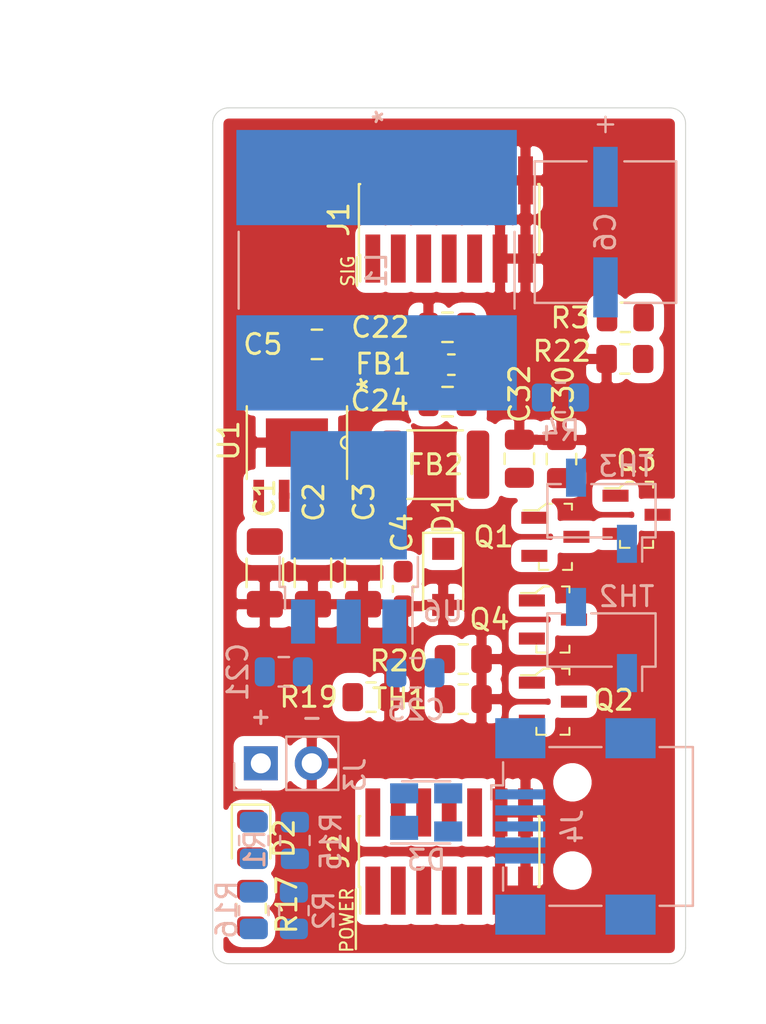
<source format=kicad_pcb>
(kicad_pcb (version 20171130) (host pcbnew 5.1.10)

  (general
    (thickness 1.6)
    (drawings 16)
    (tracks 0)
    (zones 0)
    (modules 41)
    (nets 23)
  )

  (page A4)
  (layers
    (0 F.Cu power)
    (1 In1.Cu power)
    (2 In2.Cu power)
    (31 B.Cu power)
    (32 B.Adhes user)
    (33 F.Adhes user)
    (34 B.Paste user)
    (35 F.Paste user)
    (36 B.SilkS user)
    (37 F.SilkS user)
    (38 B.Mask user)
    (39 F.Mask user)
    (40 Dwgs.User user)
    (41 Cmts.User user)
    (42 Eco1.User user)
    (43 Eco2.User user)
    (44 Edge.Cuts user)
    (45 Margin user)
    (46 B.CrtYd user)
    (47 F.CrtYd user)
    (48 B.Fab user)
    (49 F.Fab user)
  )

  (setup
    (last_trace_width 0.254)
    (user_trace_width 0.127)
    (user_trace_width 0.254)
    (user_trace_width 0.508)
    (user_trace_width 0.762)
    (trace_clearance 0.1524)
    (zone_clearance 0.508)
    (zone_45_only no)
    (trace_min 0.0889)
    (via_size 0.6858)
    (via_drill 0.3302)
    (via_min_size 0.45)
    (via_min_drill 0.2)
    (user_via 0.6858 0.3302)
    (user_via 0.889 0.381)
    (uvia_size 0.6858)
    (uvia_drill 0.3302)
    (uvias_allowed no)
    (uvia_min_size 0.2)
    (uvia_min_drill 0.1)
    (edge_width 0.0381)
    (segment_width 0.254)
    (pcb_text_width 0.3048)
    (pcb_text_size 1.524 1.524)
    (mod_edge_width 0.1524)
    (mod_text_size 0.8128 0.8128)
    (mod_text_width 0.1524)
    (pad_size 1.524 1.524)
    (pad_drill 0.762)
    (pad_to_mask_clearance 0)
    (solder_mask_min_width 0.1016)
    (aux_axis_origin 140.6144 76.2)
    (grid_origin 140.6144 76.2)
    (visible_elements FFFFFF7F)
    (pcbplotparams
      (layerselection 0x010fc_ffffffff)
      (usegerberextensions false)
      (usegerberattributes true)
      (usegerberadvancedattributes true)
      (creategerberjobfile true)
      (excludeedgelayer true)
      (linewidth 0.100000)
      (plotframeref false)
      (viasonmask false)
      (mode 1)
      (useauxorigin false)
      (hpglpennumber 1)
      (hpglpenspeed 20)
      (hpglpendiameter 15.000000)
      (psnegative false)
      (psa4output false)
      (plotreference true)
      (plotvalue true)
      (plotinvisibletext false)
      (padsonsilk false)
      (subtractmaskfromsilk false)
      (outputformat 1)
      (mirror false)
      (drillshape 1)
      (scaleselection 1)
      (outputdirectory ""))
  )

  (net 0 "")
  (net 1 GND)
  (net 2 +5V)
  (net 3 /VUSB_RAW)
  (net 4 +BATT)
  (net 5 "Net-(C24-Pad1)")
  (net 6 +3V3)
  (net 7 /VBUS_BATT)
  (net 8 "Net-(D2-Pad2)")
  (net 9 /PS_LED_RET)
  (net 10 /VBUS_USB)
  (net 11 "Net-(Q1-Pad3)")
  (net 12 "Net-(Q2-Pad3)")
  (net 13 /SysTempMeasure_0)
  (net 14 /VBattMeas)
  (net 15 /BattTempMeasure0)
  (net 16 /BattTempMeasure1)
  (net 17 "Net-(C5-Pad2)")
  (net 18 "Net-(C5-Pad1)")
  (net 19 "Net-(R4-Pad1)")
  (net 20 /USB_DM)
  (net 21 /USB_DP)
  (net 22 "Net-(J4-Pad6)")

  (net_class Default "This is the default net class."
    (clearance 0.1524)
    (trace_width 0.254)
    (via_dia 0.6858)
    (via_drill 0.3302)
    (uvia_dia 0.6858)
    (uvia_drill 0.3302)
    (diff_pair_width 0.1524)
    (diff_pair_gap 0.254)
    (add_net /BattTempMeasure0)
    (add_net /BattTempMeasure1)
    (add_net /PS_LED_RET)
    (add_net /SysTempMeasure_0)
    (add_net /USB_DM)
    (add_net /USB_DP)
    (add_net /VBattMeas)
    (add_net "Net-(C5-Pad1)")
    (add_net "Net-(C5-Pad2)")
    (add_net "Net-(D2-Pad2)")
    (add_net "Net-(J1-Pad10)")
    (add_net "Net-(J1-Pad5)")
    (add_net "Net-(J1-Pad7)")
    (add_net "Net-(J1-Pad8)")
    (add_net "Net-(J1-Pad9)")
    (add_net "Net-(J2-Pad10)")
    (add_net "Net-(J2-Pad7)")
    (add_net "Net-(J2-Pad9)")
    (add_net "Net-(J4-Pad4)")
    (add_net "Net-(J4-Pad6)")
    (add_net "Net-(Q1-Pad3)")
    (add_net "Net-(Q2-Pad3)")
    (add_net "Net-(R4-Pad1)")
    (add_net "Net-(U1-Pad2)")
    (add_net "Net-(U1-Pad5)")
  )

  (net_class Power ""
    (clearance 0.1524)
    (trace_width 0.4064)
    (via_dia 1.3716)
    (via_drill 0.6604)
    (uvia_dia 0.6858)
    (uvia_drill 0.3302)
    (diff_pair_width 0.1524)
    (diff_pair_gap 0.254)
    (add_net +3V3)
    (add_net +5V)
    (add_net +BATT)
    (add_net /VBUS_BATT)
    (add_net /VBUS_USB)
    (add_net /VUSB_RAW)
    (add_net GND)
    (add_net "Net-(C24-Pad1)")
  )

  (net_class Sens ""
    (clearance 0.1524)
    (trace_width 0.2032)
    (via_dia 0.6858)
    (via_drill 0.3302)
    (uvia_dia 0.6858)
    (uvia_drill 0.3302)
    (diff_pair_width 0.1524)
    (diff_pair_gap 0.254)
  )

  (module plib:LM22670MRX-5.0 (layer F.Cu) (tedit 6143DFE2) (tstamp 61444C65)
    (at 144.8144 92.9 270)
    (path /614DA1FC)
    (fp_text reference U1 (at -0.1 3.4 90) (layer F.SilkS)
      (effects (font (size 1 1) (thickness 0.15)))
    )
    (fp_text value LM22670MRE-5.0 (at -0.71628 4.52374 90) (layer F.SilkS) hide
      (effects (font (size 1 1) (thickness 0.15)))
    )
    (fp_line (start 3.7084 2.7559) (end -3.7084 2.7559) (layer F.CrtYd) (width 0.05))
    (fp_line (start 3.7084 -2.7559) (end 3.7084 2.7559) (layer F.CrtYd) (width 0.05))
    (fp_line (start -3.7084 -2.7559) (end 3.7084 -2.7559) (layer F.CrtYd) (width 0.05))
    (fp_line (start -3.7084 2.7559) (end -3.7084 -2.7559) (layer F.CrtYd) (width 0.05))
    (fp_poly (pts (xy -1.1065 0.1) (xy -1.1065 1.4494) (xy 1.1065 1.4494) (xy 1.1065 0.1)) (layer F.Paste) (width 0.1))
    (fp_poly (pts (xy -1.1065 -1.4494) (xy -1.1065 -0.1) (xy 1.1065 -0.1) (xy 1.1065 -1.4494)) (layer F.Paste) (width 0.1))
    (fp_line (start -2.0066 -2.5019) (end -2.0066 2.5019) (layer F.Fab) (width 0.1))
    (fp_line (start 2.0066 -2.5019) (end -2.0066 -2.5019) (layer F.Fab) (width 0.1))
    (fp_line (start 2.0066 2.5019) (end 2.0066 -2.5019) (layer F.Fab) (width 0.1))
    (fp_line (start -2.0066 2.5019) (end 2.0066 2.5019) (layer F.Fab) (width 0.1))
    (fp_line (start 1.813165 -2.5019) (end -1.813165 -2.5019) (layer F.SilkS) (width 0.12))
    (fp_line (start -1.813165 2.5019) (end 1.813165 2.5019) (layer F.SilkS) (width 0.12))
    (fp_line (start 3.0988 -2.1463) (end 2.0066 -2.1463) (layer F.Fab) (width 0.1))
    (fp_line (start 3.0988 -1.6637) (end 3.0988 -2.1463) (layer F.Fab) (width 0.1))
    (fp_line (start 2.0066 -1.6637) (end 3.0988 -1.6637) (layer F.Fab) (width 0.1))
    (fp_line (start 2.0066 -2.1463) (end 2.0066 -1.6637) (layer F.Fab) (width 0.1))
    (fp_line (start 3.0988 -0.8763) (end 2.0066 -0.8763) (layer F.Fab) (width 0.1))
    (fp_line (start 3.0988 -0.3937) (end 3.0988 -0.8763) (layer F.Fab) (width 0.1))
    (fp_line (start 2.0066 -0.3937) (end 3.0988 -0.3937) (layer F.Fab) (width 0.1))
    (fp_line (start 2.0066 -0.8763) (end 2.0066 -0.3937) (layer F.Fab) (width 0.1))
    (fp_line (start 3.0988 0.3937) (end 2.0066 0.3937) (layer F.Fab) (width 0.1))
    (fp_line (start 3.0988 0.8763) (end 3.0988 0.3937) (layer F.Fab) (width 0.1))
    (fp_line (start 2.0066 0.8763) (end 3.0988 0.8763) (layer F.Fab) (width 0.1))
    (fp_line (start 2.0066 0.3937) (end 2.0066 0.8763) (layer F.Fab) (width 0.1))
    (fp_line (start 3.0988 1.6637) (end 2.0066 1.6637) (layer F.Fab) (width 0.1))
    (fp_line (start 3.0988 2.1463) (end 3.0988 1.6637) (layer F.Fab) (width 0.1))
    (fp_line (start 2.0066 2.1463) (end 3.0988 2.1463) (layer F.Fab) (width 0.1))
    (fp_line (start 2.0066 1.6637) (end 2.0066 2.1463) (layer F.Fab) (width 0.1))
    (fp_line (start -3.0988 2.1463) (end -2.0066 2.1463) (layer F.Fab) (width 0.1))
    (fp_line (start -3.0988 1.6637) (end -3.0988 2.1463) (layer F.Fab) (width 0.1))
    (fp_line (start -2.0066 1.6637) (end -3.0988 1.6637) (layer F.Fab) (width 0.1))
    (fp_line (start -2.0066 2.1463) (end -2.0066 1.6637) (layer F.Fab) (width 0.1))
    (fp_line (start -3.0988 0.8763) (end -2.0066 0.8763) (layer F.Fab) (width 0.1))
    (fp_line (start -3.0988 0.3937) (end -3.0988 0.8763) (layer F.Fab) (width 0.1))
    (fp_line (start -2.0066 0.3937) (end -3.0988 0.3937) (layer F.Fab) (width 0.1))
    (fp_line (start -2.0066 0.8763) (end -2.0066 0.3937) (layer F.Fab) (width 0.1))
    (fp_line (start -3.0988 -0.3937) (end -2.0066 -0.3937) (layer F.Fab) (width 0.1))
    (fp_line (start -3.0988 -0.8763) (end -3.0988 -0.3937) (layer F.Fab) (width 0.1))
    (fp_line (start -2.0066 -0.8763) (end -3.0988 -0.8763) (layer F.Fab) (width 0.1))
    (fp_line (start -2.0066 -0.3937) (end -2.0066 -0.8763) (layer F.Fab) (width 0.1))
    (fp_line (start -3.0988 -1.6637) (end -2.0066 -1.6637) (layer F.Fab) (width 0.1))
    (fp_line (start -3.0988 -2.1463) (end -3.0988 -1.6637) (layer F.Fab) (width 0.1))
    (fp_line (start -2.0066 -2.1463) (end -3.0988 -2.1463) (layer F.Fab) (width 0.1))
    (fp_line (start -2.0066 -1.6637) (end -2.0066 -2.1463) (layer F.Fab) (width 0.1))
    (fp_text user "Copyright 2021 Accelerated Designs. All rights reserved." (at 0 0 90) (layer Cmts.User) hide
      (effects (font (size 0.127 0.127) (thickness 0.002)))
    )
    (fp_text user * (at -2.9083 -3.5814 90) (layer F.SilkS) hide
      (effects (font (size 1 1) (thickness 0.15)))
    )
    (fp_text user * (at -2.9083 -3.5814 90) (layer F.Fab) hide
      (effects (font (size 1 1) (thickness 0.15)))
    )
    (fp_text user .05in/1.27mm (at -5.7023 -1.27 90) (layer Dwgs.User) hide
      (effects (font (size 1 1) (thickness 0.15)))
    )
    (fp_text user .021in/.533mm (at 5.7023 -1.905 90) (layer Dwgs.User) hide
      (effects (font (size 1 1) (thickness 0.15)))
    )
    (fp_text user .209in/5.309mm (at 0 -4.9149 90) (layer Dwgs.User) hide
      (effects (font (size 1 1) (thickness 0.15)))
    )
    (fp_text user .063in/1.6mm (at -2.6543 4.9149 90) (layer Dwgs.User) hide
      (effects (font (size 1 1) (thickness 0.15)))
    )
    (fp_text user .122in/3.099mm (at 7.5946 0 90) (layer Dwgs.User) hide
      (effects (font (size 1 1) (thickness 0.15)))
    )
    (fp_text user .095in/2.413mm (at 0 6.1849 90) (layer Dwgs.User) hide
      (effects (font (size 1 1) (thickness 0.15)))
    )
    (fp_text user * (at -2.9083 -3.5814 90) (layer F.Fab)
      (effects (font (size 1 1) (thickness 0.15)))
    )
    (fp_text user * (at -2.9083 -3.5814 90) (layer F.SilkS)
      (effects (font (size 1 1) (thickness 0.15)))
    )
    (fp_arc (start 0 -2.5019) (end -0.334433 -2.5019) (angle -180) (layer F.CrtYd) (width 0.05))
    (fp_arc (start 0 -2.5019) (end -0.3048 -2.5019) (angle -180) (layer F.SilkS) (width 0.12))
    (fp_arc (start 0 -2.5019) (end -0.3048 -2.5019) (angle -180) (layer F.Fab) (width 0.1))
    (pad 1 smd rect (at -2.6543 -1.905 270) (size 1.6002 0.5334) (layers F.Cu F.Paste F.Mask)
      (net 17 "Net-(C5-Pad2)"))
    (pad 2 smd rect (at -2.6543 -0.635 270) (size 1.6002 0.5334) (layers F.Cu F.Paste F.Mask))
    (pad 3 smd rect (at -2.6543 0.635 270) (size 1.6002 0.5334) (layers F.Cu F.Paste F.Mask)
      (net 19 "Net-(R4-Pad1)"))
    (pad 4 smd rect (at -2.6543 1.905 270) (size 1.6002 0.5334) (layers F.Cu F.Paste F.Mask)
      (net 7 /VBUS_BATT))
    (pad 5 smd rect (at 2.6543 1.905 270) (size 1.6002 0.5334) (layers F.Cu F.Paste F.Mask))
    (pad 6 smd rect (at 2.6543 0.635 270) (size 1.6002 0.5334) (layers F.Cu F.Paste F.Mask)
      (net 1 GND))
    (pad 7 smd rect (at 2.6543 -0.635 270) (size 1.6002 0.5334) (layers F.Cu F.Paste F.Mask)
      (net 4 +BATT))
    (pad 8 smd rect (at 2.6543 -1.905 270) (size 1.6002 0.5334) (layers F.Cu F.Paste F.Mask)
      (net 18 "Net-(C5-Pad1)"))
    (pad 9 smd rect (at 0 0 270) (size 2.413 3.0988) (layers F.Cu F.Paste F.Mask)
      (net 1 GND))
  )

  (module Connector_USB:USB_Mini-B_Wuerth_65100516121_Horizontal (layer B.Cu) (tedit 5D90ED94) (tstamp 61445ACD)
    (at 158.5644 112.05 270)
    (descr "Mini USB 2.0 Type B SMT Horizontal 5 Contacts (https://katalog.we-online.de/em/datasheet/65100516121.pdf)")
    (tags "Mini USB 2.0 Type B")
    (path /6172D6DF)
    (attr smd)
    (fp_text reference J4 (at 0 0 90) (layer B.SilkS)
      (effects (font (size 1 1) (thickness 0.15)) (justify mirror))
    )
    (fp_text value USB_B_Mini (at 0 -7.35 90) (layer B.Fab)
      (effects (font (size 1 1) (thickness 0.15)) (justify mirror))
    )
    (fp_text user %R (at 0 0 90) (layer B.Fab)
      (effects (font (size 1 1) (thickness 0.15)) (justify mirror))
    )
    (fp_line (start -3.85 3.35) (end -1.9 3.35) (layer B.Fab) (width 0.1))
    (fp_line (start 3.85 3.35) (end 3.85 -5.9) (layer B.Fab) (width 0.1))
    (fp_line (start 3.85 -5.9) (end -3.85 -5.9) (layer B.Fab) (width 0.1))
    (fp_line (start -3.85 -5.9) (end -3.85 3.35) (layer B.Fab) (width 0.1))
    (fp_line (start -3.96 -1.45) (end -3.96 1.15) (layer B.SilkS) (width 0.12))
    (fp_line (start 3.96 1.15) (end 3.96 -1.45) (layer B.SilkS) (width 0.12))
    (fp_line (start -3.2 3.46) (end -2.05 3.46) (layer B.SilkS) (width 0.12))
    (fp_line (start -2.05 3.46) (end -2.05 4.05) (layer B.SilkS) (width 0.12))
    (fp_line (start -2.05 4.05) (end -1.35 4.05) (layer B.SilkS) (width 0.12))
    (fp_line (start 2.05 3.46) (end 3.2 3.46) (layer B.SilkS) (width 0.12))
    (fp_line (start -3.96 -4.35) (end -3.96 -6.01) (layer B.SilkS) (width 0.12))
    (fp_line (start -3.96 -6.01) (end 3.96 -6.01) (layer B.SilkS) (width 0.12))
    (fp_line (start 3.96 -6.01) (end 3.96 -4.35) (layer B.SilkS) (width 0.12))
    (fp_line (start -5.9 0.85) (end -5.9 4.35) (layer B.CrtYd) (width 0.05))
    (fp_line (start -5.9 4.35) (end 5.9 4.35) (layer B.CrtYd) (width 0.05))
    (fp_line (start 5.9 4.35) (end 5.9 0.85) (layer B.CrtYd) (width 0.05))
    (fp_line (start 4.35 -6.4) (end -4.35 -6.4) (layer B.CrtYd) (width 0.05))
    (fp_line (start -1.9 3.35) (end -1.6 2.85) (layer B.Fab) (width 0.1))
    (fp_line (start -1.6 2.85) (end -1.3 3.35) (layer B.Fab) (width 0.1))
    (fp_line (start -1.3 3.35) (end 3.85 3.35) (layer B.Fab) (width 0.1))
    (fp_line (start -4.35 -6.4) (end -4.35 -4.65) (layer B.CrtYd) (width 0.05))
    (fp_line (start 4.35 -4.65) (end 4.35 -6.4) (layer B.CrtYd) (width 0.05))
    (fp_line (start -4.35 -1.15) (end -4.35 0.85) (layer B.CrtYd) (width 0.05))
    (fp_line (start 4.35 0.85) (end 4.35 -1.15) (layer B.CrtYd) (width 0.05))
    (fp_line (start 5.9 -4.65) (end 4.35 -4.65) (layer B.CrtYd) (width 0.05))
    (fp_line (start 4.35 -1.15) (end 5.9 -1.15) (layer B.CrtYd) (width 0.05))
    (fp_line (start 5.9 0.85) (end 4.35 0.85) (layer B.CrtYd) (width 0.05))
    (fp_line (start 5.9 -1.15) (end 5.9 -4.65) (layer B.CrtYd) (width 0.05))
    (fp_line (start -4.35 -4.65) (end -5.89 -4.65) (layer B.CrtYd) (width 0.05))
    (fp_line (start -5.9 -1.15) (end -4.35 -1.15) (layer B.CrtYd) (width 0.05))
    (fp_line (start -4.35 0.85) (end -5.9 0.85) (layer B.CrtYd) (width 0.05))
    (fp_line (start -5.89 -4.65) (end -5.9 -1.15) (layer B.CrtYd) (width 0.05))
    (pad "" np_thru_hole circle (at 2.2 0 270) (size 0.9 0.9) (drill 0.9) (layers *.Cu *.Mask))
    (pad "" np_thru_hole circle (at -2.2 0 270) (size 0.9 0.9) (drill 0.9) (layers *.Cu *.Mask))
    (pad 5 smd rect (at 1.6 2.6 270) (size 0.5 2.5) (layers B.Cu B.Paste B.Mask)
      (net 1 GND))
    (pad 4 smd rect (at 0.8 2.6 270) (size 0.5 2.5) (layers B.Cu B.Paste B.Mask))
    (pad 3 smd rect (at 0 2.6 270) (size 0.5 2.5) (layers B.Cu B.Paste B.Mask)
      (net 21 /USB_DP))
    (pad 2 smd rect (at -0.8 2.6 270) (size 0.5 2.5) (layers B.Cu B.Paste B.Mask)
      (net 20 /USB_DM))
    (pad 1 smd rect (at -1.6 2.6 270) (size 0.5 2.5) (layers B.Cu B.Paste B.Mask)
      (net 10 /VBUS_USB))
    (pad 6 smd rect (at 4.4 2.6 270) (size 2 2.5) (layers B.Cu B.Paste B.Mask)
      (net 22 "Net-(J4-Pad6)"))
    (pad 6 smd rect (at -4.4 2.6 270) (size 2 2.5) (layers B.Cu B.Paste B.Mask)
      (net 22 "Net-(J4-Pad6)"))
    (pad 6 smd rect (at 4.4 -2.9 270) (size 2 2.5) (layers B.Cu B.Paste B.Mask)
      (net 22 "Net-(J4-Pad6)"))
    (pad 6 smd rect (at -4.4 -2.9 270) (size 2 2.5) (layers B.Cu B.Paste B.Mask)
      (net 22 "Net-(J4-Pad6)"))
    (model ${KISYS3DMOD}/Connector_USB.3dshapes/USB_Mini-B_Wuerth_65100516121_Horizontal.wrl
      (at (xyz 0 0 0))
      (scale (xyz 1 1 1))
      (rotate (xyz 0 0 0))
    )
  )

  (module Package_TO_SOT_SMD:SOT-143 (layer B.Cu) (tedit 5A02FF57) (tstamp 61445903)
    (at 151.2644 111.35)
    (descr SOT-143)
    (tags SOT-143)
    (path /617665E8)
    (attr smd)
    (fp_text reference D3 (at 0.02 2.38) (layer B.SilkS)
      (effects (font (size 1 1) (thickness 0.15)) (justify mirror))
    )
    (fp_text value PRTR5V0U2X (at -0.28 -2.48) (layer B.Fab)
      (effects (font (size 1 1) (thickness 0.15)) (justify mirror))
    )
    (fp_text user %R (at 0 0 -90) (layer B.Fab)
      (effects (font (size 0.5 0.5) (thickness 0.075)) (justify mirror))
    )
    (fp_line (start -1.2 -1.55) (end 1.2 -1.55) (layer B.SilkS) (width 0.12))
    (fp_line (start 1.2 1.55) (end -1.75 1.55) (layer B.SilkS) (width 0.12))
    (fp_line (start -1.2 1) (end -0.7 1.5) (layer B.Fab) (width 0.1))
    (fp_line (start -0.7 1.5) (end 1.2 1.5) (layer B.Fab) (width 0.1))
    (fp_line (start -1.2 -1.5) (end -1.2 1) (layer B.Fab) (width 0.1))
    (fp_line (start 1.2 -1.5) (end -1.2 -1.5) (layer B.Fab) (width 0.1))
    (fp_line (start 1.2 1.5) (end 1.2 -1.5) (layer B.Fab) (width 0.1))
    (fp_line (start 2.05 1.75) (end 2.05 -1.75) (layer B.CrtYd) (width 0.05))
    (fp_line (start 2.05 1.75) (end -2.05 1.75) (layer B.CrtYd) (width 0.05))
    (fp_line (start -2.05 -1.75) (end 2.05 -1.75) (layer B.CrtYd) (width 0.05))
    (fp_line (start -2.05 -1.75) (end -2.05 1.75) (layer B.CrtYd) (width 0.05))
    (pad 4 smd rect (at 1.1 0.95 90) (size 1 1.4) (layers B.Cu B.Paste B.Mask)
      (net 10 /VBUS_USB))
    (pad 3 smd rect (at 1.1 -0.95 90) (size 1 1.4) (layers B.Cu B.Paste B.Mask)
      (net 20 /USB_DM))
    (pad 2 smd rect (at -1.1 -0.95 90) (size 1 1.4) (layers B.Cu B.Paste B.Mask)
      (net 21 /USB_DP))
    (pad 1 smd rect (at -1.1 0.77 90) (size 1.2 1.4) (layers B.Cu B.Paste B.Mask)
      (net 1 GND))
    (model ${KISYS3DMOD}/Package_TO_SOT_SMD.3dshapes/SOT-143.wrl
      (at (xyz 0 0 0))
      (scale (xyz 1 1 1))
      (rotate (xyz 0 0 0))
    )
  )

  (module Resistor_SMD:R_0805_2012Metric (layer B.Cu) (tedit 5F68FEEE) (tstamp 61444ACE)
    (at 157.9644 90.65)
    (descr "Resistor SMD 0805 (2012 Metric), square (rectangular) end terminal, IPC_7351 nominal, (Body size source: IPC-SM-782 page 72, https://www.pcb-3d.com/wordpress/wp-content/uploads/ipc-sm-782a_amendment_1_and_2.pdf), generated with kicad-footprint-generator")
    (tags resistor)
    (path /616218DF)
    (attr smd)
    (fp_text reference R4 (at 0 1.65) (layer B.SilkS)
      (effects (font (size 1 1) (thickness 0.15)) (justify mirror))
    )
    (fp_text value 158k (at 0 -1.65) (layer B.Fab)
      (effects (font (size 1 1) (thickness 0.15)) (justify mirror))
    )
    (fp_line (start 1.68 -0.95) (end -1.68 -0.95) (layer B.CrtYd) (width 0.05))
    (fp_line (start 1.68 0.95) (end 1.68 -0.95) (layer B.CrtYd) (width 0.05))
    (fp_line (start -1.68 0.95) (end 1.68 0.95) (layer B.CrtYd) (width 0.05))
    (fp_line (start -1.68 -0.95) (end -1.68 0.95) (layer B.CrtYd) (width 0.05))
    (fp_line (start -0.227064 -0.735) (end 0.227064 -0.735) (layer B.SilkS) (width 0.12))
    (fp_line (start -0.227064 0.735) (end 0.227064 0.735) (layer B.SilkS) (width 0.12))
    (fp_line (start 1 -0.625) (end -1 -0.625) (layer B.Fab) (width 0.1))
    (fp_line (start 1 0.625) (end 1 -0.625) (layer B.Fab) (width 0.1))
    (fp_line (start -1 0.625) (end 1 0.625) (layer B.Fab) (width 0.1))
    (fp_line (start -1 -0.625) (end -1 0.625) (layer B.Fab) (width 0.1))
    (fp_text user %R (at 0 0) (layer B.Fab)
      (effects (font (size 0.5 0.5) (thickness 0.08)) (justify mirror))
    )
    (pad 2 smd roundrect (at 0.9125 0) (size 1.025 1.4) (layers B.Cu B.Paste B.Mask) (roundrect_rratio 0.243902)
      (net 1 GND))
    (pad 1 smd roundrect (at -0.9125 0) (size 1.025 1.4) (layers B.Cu B.Paste B.Mask) (roundrect_rratio 0.243902)
      (net 19 "Net-(R4-Pad1)"))
    (model ${KISYS3DMOD}/Resistor_SMD.3dshapes/R_0805_2012Metric.wrl
      (at (xyz 0 0 0))
      (scale (xyz 1 1 1))
      (rotate (xyz 0 0 0))
    )
  )

  (module plib:SDR1307-220ML (layer B.Cu) (tedit 0) (tstamp 61447F7E)
    (at 148.7916 84.3 270)
    (path /6154A1B0)
    (fp_text reference L1 (at 0 0 90) (layer B.SilkS)
      (effects (font (size 1 1) (thickness 0.15)) (justify mirror))
    )
    (fp_text value SDR1307-220ML (at 0 0 90) (layer B.SilkS) hide
      (effects (font (size 1 1) (thickness 0.15)) (justify mirror))
    )
    (fp_line (start 7.2517 -7.2517) (end -7.2517 -7.2517) (layer B.CrtYd) (width 0.05))
    (fp_line (start 7.2517 7.2517) (end 7.2517 -7.2517) (layer B.CrtYd) (width 0.05))
    (fp_line (start -7.2517 7.2517) (end 7.2517 7.2517) (layer B.CrtYd) (width 0.05))
    (fp_line (start -7.2517 -7.2517) (end -7.2517 7.2517) (layer B.CrtYd) (width 0.05))
    (fp_line (start 3.3782 6.7564) (end -3.3782 6.7564) (layer B.Fab) (width 0.1))
    (fp_line (start 6.7564 3.3782) (end 3.3782 6.7564) (layer B.Fab) (width 0.1))
    (fp_line (start 6.7564 -3.3782) (end 6.7564 3.3782) (layer B.Fab) (width 0.1))
    (fp_line (start 3.3782 -6.7564) (end 6.7564 -3.3782) (layer B.Fab) (width 0.1))
    (fp_line (start -3.3782 -6.7564) (end 3.3782 -6.7564) (layer B.Fab) (width 0.1))
    (fp_line (start -6.7564 -3.3782) (end -3.3782 -6.7564) (layer B.Fab) (width 0.1))
    (fp_line (start -6.7564 3.3782) (end -6.7564 -3.3782) (layer B.Fab) (width 0.1))
    (fp_line (start -3.3782 6.7564) (end -6.7564 3.3782) (layer B.Fab) (width 0.1))
    (fp_line (start 1.91516 6.8834) (end -1.91516 6.8834) (layer B.SilkS) (width 0.12))
    (fp_line (start -1.91516 -6.8834) (end 1.91516 -6.8834) (layer B.SilkS) (width 0.12))
    (fp_text user "Copyright 2021 Accelerated Designs. All rights reserved." (at 0 0 90) (layer Cmts.User)
      (effects (font (size 0.127 0.127) (thickness 0.002)))
    )
    (fp_text user * (at -7.65 -0.3728 90) (layer B.SilkS)
      (effects (font (size 1 1) (thickness 0.15)) (justify mirror))
    )
    (fp_text user * (at -6.2484 0 90) (layer B.Fab)
      (effects (font (size 1 1) (thickness 0.15)) (justify mirror))
    )
    (fp_text user * (at -6.2484 0 90) (layer B.Fab)
      (effects (font (size 1 1) (thickness 0.15)) (justify mirror))
    )
    (pad 1 smd rect (at -4.6228 0 270) (size 4.7498 13.9954) (layers B.Cu B.Paste B.Mask)
      (net 18 "Net-(C5-Pad1)"))
    (pad 2 smd rect (at 4.6228 0 270) (size 4.7498 13.9954) (layers B.Cu B.Paste B.Mask)
      (net 7 /VBUS_BATT))
  )

  (module Diode_SMD:D_SOD-123F (layer F.Cu) (tedit 587F7769) (tstamp 614447AE)
    (at 152.1144 99.6 270)
    (descr D_SOD-123F)
    (tags D_SOD-123F)
    (path /6160BE42)
    (attr smd)
    (fp_text reference D1 (at -3.1 0 90) (layer F.SilkS)
      (effects (font (size 1 1) (thickness 0.15)))
    )
    (fp_text value 550mV@1A (at 0 2.1 90) (layer F.Fab)
      (effects (font (size 1 1) (thickness 0.15)))
    )
    (fp_line (start -2.2 -1) (end 1.65 -1) (layer F.SilkS) (width 0.12))
    (fp_line (start -2.2 1) (end 1.65 1) (layer F.SilkS) (width 0.12))
    (fp_line (start -2.2 -1.15) (end -2.2 1.15) (layer F.CrtYd) (width 0.05))
    (fp_line (start 2.2 1.15) (end -2.2 1.15) (layer F.CrtYd) (width 0.05))
    (fp_line (start 2.2 -1.15) (end 2.2 1.15) (layer F.CrtYd) (width 0.05))
    (fp_line (start -2.2 -1.15) (end 2.2 -1.15) (layer F.CrtYd) (width 0.05))
    (fp_line (start -1.4 -0.9) (end 1.4 -0.9) (layer F.Fab) (width 0.1))
    (fp_line (start 1.4 -0.9) (end 1.4 0.9) (layer F.Fab) (width 0.1))
    (fp_line (start 1.4 0.9) (end -1.4 0.9) (layer F.Fab) (width 0.1))
    (fp_line (start -1.4 0.9) (end -1.4 -0.9) (layer F.Fab) (width 0.1))
    (fp_line (start -0.75 0) (end -0.35 0) (layer F.Fab) (width 0.1))
    (fp_line (start -0.35 0) (end -0.35 -0.55) (layer F.Fab) (width 0.1))
    (fp_line (start -0.35 0) (end -0.35 0.55) (layer F.Fab) (width 0.1))
    (fp_line (start -0.35 0) (end 0.25 -0.4) (layer F.Fab) (width 0.1))
    (fp_line (start 0.25 -0.4) (end 0.25 0.4) (layer F.Fab) (width 0.1))
    (fp_line (start 0.25 0.4) (end -0.35 0) (layer F.Fab) (width 0.1))
    (fp_line (start 0.25 0) (end 0.75 0) (layer F.Fab) (width 0.1))
    (fp_line (start -2.2 -1) (end -2.2 1) (layer F.SilkS) (width 0.12))
    (fp_text user %R (at -0.13462 -0.29464 90) (layer F.Fab)
      (effects (font (size 1 1) (thickness 0.15)))
    )
    (pad 2 smd rect (at 1.4 0 270) (size 1.1 1.1) (layers F.Cu F.Paste F.Mask)
      (net 1 GND))
    (pad 1 smd rect (at -1.4 0 270) (size 1.1 1.1) (layers F.Cu F.Paste F.Mask)
      (net 18 "Net-(C5-Pad1)"))
    (model ${KISYS3DMOD}/Diode_SMD.3dshapes/D_SOD-123F.wrl
      (at (xyz 0 0 0))
      (scale (xyz 1 1 1))
      (rotate (xyz 0 0 0))
    )
  )

  (module plib:16SVPC100M (layer B.Cu) (tedit 0) (tstamp 614446D5)
    (at 160.2144 82.4 270)
    (path /6168147B)
    (fp_text reference C6 (at 0 0 90) (layer B.SilkS)
      (effects (font (size 1 1) (thickness 0.15)) (justify mirror))
    )
    (fp_text value 100uF (at 0 0 90) (layer B.SilkS) hide
      (effects (font (size 1 1) (thickness 0.15)) (justify mirror))
    )
    (fp_line (start -3.6576 -0.8636) (end -4.5085 -0.8636) (layer B.CrtYd) (width 0.05))
    (fp_line (start -3.6576 -3.6576) (end -3.6576 -0.8636) (layer B.CrtYd) (width 0.05))
    (fp_line (start 3.6576 -3.6576) (end -3.6576 -3.6576) (layer B.CrtYd) (width 0.05))
    (fp_line (start 3.6576 -0.8636) (end 3.6576 -3.6576) (layer B.CrtYd) (width 0.05))
    (fp_line (start 4.5085 -0.8636) (end 3.6576 -0.8636) (layer B.CrtYd) (width 0.05))
    (fp_line (start 4.5085 0.8636) (end 4.5085 -0.8636) (layer B.CrtYd) (width 0.05))
    (fp_line (start 3.6576 0.8636) (end 4.5085 0.8636) (layer B.CrtYd) (width 0.05))
    (fp_line (start 3.6576 3.6576) (end 3.6576 0.8636) (layer B.CrtYd) (width 0.05))
    (fp_line (start -3.6576 3.6576) (end 3.6576 3.6576) (layer B.CrtYd) (width 0.05))
    (fp_line (start -3.6576 0.8636) (end -3.6576 3.6576) (layer B.CrtYd) (width 0.05))
    (fp_line (start -4.5085 0.8636) (end -3.6576 0.8636) (layer B.CrtYd) (width 0.05))
    (fp_line (start -4.5085 -0.8636) (end -4.5085 0.8636) (layer B.CrtYd) (width 0.05))
    (fp_line (start 3.5306 0.94234) (end 3.5306 3.5306) (layer B.SilkS) (width 0.12))
    (fp_line (start -3.5306 -0.94234) (end -3.5306 -3.5306) (layer B.SilkS) (width 0.12))
    (fp_line (start -3.4036 3.4036) (end -3.4036 -3.4036) (layer B.Fab) (width 0.1))
    (fp_line (start 3.4036 3.4036) (end -3.4036 3.4036) (layer B.Fab) (width 0.1))
    (fp_line (start 3.4036 -3.4036) (end 3.4036 3.4036) (layer B.Fab) (width 0.1))
    (fp_line (start -3.4036 -3.4036) (end 3.4036 -3.4036) (layer B.Fab) (width 0.1))
    (fp_line (start -3.5306 3.5306) (end -3.5306 0.94234) (layer B.SilkS) (width 0.12))
    (fp_line (start 3.5306 3.5306) (end -3.5306 3.5306) (layer B.SilkS) (width 0.12))
    (fp_line (start 3.5306 -3.5306) (end 3.5306 -0.94234) (layer B.SilkS) (width 0.12))
    (fp_line (start -3.5306 -3.5306) (end 3.5306 -3.5306) (layer B.SilkS) (width 0.12))
    (fp_line (start -3.4036 -1.7018) (end -1.7018 -3.4036) (layer B.Fab) (width 0.1))
    (fp_line (start -3.4036 1.7018) (end -1.7018 3.4036) (layer B.Fab) (width 0.1))
    (fp_line (start -5.3721 0.381) (end -5.3721 -0.381) (layer B.SilkS) (width 0.12))
    (fp_line (start -4.9911 0) (end -5.7531 0) (layer B.SilkS) (width 0.12))
    (fp_line (start -5.3721 0.381) (end -5.3721 -0.381) (layer B.Fab) (width 0.1))
    (fp_line (start -4.9911 0) (end -5.7531 0) (layer B.Fab) (width 0.1))
    (fp_text user "Copyright 2021 Accelerated Designs. All rights reserved." (at 0 0 90) (layer Cmts.User) hide
      (effects (font (size 0.127 0.127) (thickness 0.002)))
    )
    (fp_text user * (at 0 0 90) (layer B.SilkS) hide
      (effects (font (size 1 1) (thickness 0.15)) (justify mirror))
    )
    (fp_text user * (at 0 0 90) (layer B.Fab) hide
      (effects (font (size 1 1) (thickness 0.15)) (justify mirror))
    )
    (pad 1 smd rect (at -2.7559 0 270) (size 2.9972 1.2192) (layers B.Cu B.Paste B.Mask)
      (net 7 /VBUS_BATT))
    (pad 2 smd rect (at 2.7559 0 270) (size 2.9972 1.2192) (layers B.Cu B.Paste B.Mask)
      (net 1 GND))
  )

  (module Capacitor_SMD:C_0805_2012Metric (layer F.Cu) (tedit 5F68FEEE) (tstamp 614446B0)
    (at 145.8144 88)
    (descr "Capacitor SMD 0805 (2012 Metric), square (rectangular) end terminal, IPC_7351 nominal, (Body size source: IPC-SM-782 page 76, https://www.pcb-3d.com/wordpress/wp-content/uploads/ipc-sm-782a_amendment_1_and_2.pdf, https://docs.google.com/spreadsheets/d/1BsfQQcO9C6DZCsRaXUlFlo91Tg2WpOkGARC1WS5S8t0/edit?usp=sharing), generated with kicad-footprint-generator")
    (tags capacitor)
    (path /615F6125)
    (attr smd)
    (fp_text reference C5 (at -2.7 0) (layer F.SilkS)
      (effects (font (size 1 1) (thickness 0.15)))
    )
    (fp_text value 10nF (at 0.30476 0.03048) (layer F.Fab)
      (effects (font (size 1 1) (thickness 0.15)))
    )
    (fp_line (start 1.7 0.98) (end -1.7 0.98) (layer F.CrtYd) (width 0.05))
    (fp_line (start 1.7 -0.98) (end 1.7 0.98) (layer F.CrtYd) (width 0.05))
    (fp_line (start -1.7 -0.98) (end 1.7 -0.98) (layer F.CrtYd) (width 0.05))
    (fp_line (start -1.7 0.98) (end -1.7 -0.98) (layer F.CrtYd) (width 0.05))
    (fp_line (start -0.261252 0.735) (end 0.261252 0.735) (layer F.SilkS) (width 0.12))
    (fp_line (start -0.261252 -0.735) (end 0.261252 -0.735) (layer F.SilkS) (width 0.12))
    (fp_line (start 1 0.625) (end -1 0.625) (layer F.Fab) (width 0.1))
    (fp_line (start 1 -0.625) (end 1 0.625) (layer F.Fab) (width 0.1))
    (fp_line (start -1 -0.625) (end 1 -0.625) (layer F.Fab) (width 0.1))
    (fp_line (start -1 0.625) (end -1 -0.625) (layer F.Fab) (width 0.1))
    (fp_text user %R (at 0 0) (layer F.Fab)
      (effects (font (size 0.5 0.5) (thickness 0.08)))
    )
    (pad 2 smd roundrect (at 0.95 0) (size 1 1.45) (layers F.Cu F.Paste F.Mask) (roundrect_rratio 0.25)
      (net 17 "Net-(C5-Pad2)"))
    (pad 1 smd roundrect (at -0.95 0) (size 1 1.45) (layers F.Cu F.Paste F.Mask) (roundrect_rratio 0.25)
      (net 18 "Net-(C5-Pad1)"))
    (model ${KISYS3DMOD}/Capacitor_SMD.3dshapes/C_0805_2012Metric.wrl
      (at (xyz 0 0 0))
      (scale (xyz 1 1 1))
      (rotate (xyz 0 0 0))
    )
  )

  (module Capacitor_SMD:C_0603_1608Metric_Pad1.08x0.95mm_HandSolder (layer F.Cu) (tedit 5F68FEEF) (tstamp 6144469F)
    (at 150.1144 100.2 270)
    (descr "Capacitor SMD 0603 (1608 Metric), square (rectangular) end terminal, IPC_7351 nominal with elongated pad for handsoldering. (Body size source: IPC-SM-782 page 76, https://www.pcb-3d.com/wordpress/wp-content/uploads/ipc-sm-782a_amendment_1_and_2.pdf), generated with kicad-footprint-generator")
    (tags "capacitor handsolder")
    (path /615AC8BF)
    (attr smd)
    (fp_text reference C4 (at -2.81034 0.05334 90) (layer F.SilkS)
      (effects (font (size 1 1) (thickness 0.15)))
    )
    (fp_text value 1uF (at -0.02904 0.07366 90) (layer F.Fab)
      (effects (font (size 1 1) (thickness 0.15)))
    )
    (fp_line (start 1.65 0.73) (end -1.65 0.73) (layer F.CrtYd) (width 0.05))
    (fp_line (start 1.65 -0.73) (end 1.65 0.73) (layer F.CrtYd) (width 0.05))
    (fp_line (start -1.65 -0.73) (end 1.65 -0.73) (layer F.CrtYd) (width 0.05))
    (fp_line (start -1.65 0.73) (end -1.65 -0.73) (layer F.CrtYd) (width 0.05))
    (fp_line (start -0.146267 0.51) (end 0.146267 0.51) (layer F.SilkS) (width 0.12))
    (fp_line (start -0.146267 -0.51) (end 0.146267 -0.51) (layer F.SilkS) (width 0.12))
    (fp_line (start 0.8 0.4) (end -0.8 0.4) (layer F.Fab) (width 0.1))
    (fp_line (start 0.8 -0.4) (end 0.8 0.4) (layer F.Fab) (width 0.1))
    (fp_line (start -0.8 -0.4) (end 0.8 -0.4) (layer F.Fab) (width 0.1))
    (fp_line (start -0.8 0.4) (end -0.8 -0.4) (layer F.Fab) (width 0.1))
    (fp_text user %R (at 0 0 90) (layer F.Fab)
      (effects (font (size 0.4 0.4) (thickness 0.06)))
    )
    (pad 2 smd roundrect (at 0.8625 0 270) (size 1.075 0.95) (layers F.Cu F.Paste F.Mask) (roundrect_rratio 0.25)
      (net 1 GND))
    (pad 1 smd roundrect (at -0.8625 0 270) (size 1.075 0.95) (layers F.Cu F.Paste F.Mask) (roundrect_rratio 0.25)
      (net 4 +BATT))
    (model ${KISYS3DMOD}/Capacitor_SMD.3dshapes/C_0603_1608Metric.wrl
      (at (xyz 0 0 0))
      (scale (xyz 1 1 1))
      (rotate (xyz 0 0 0))
    )
  )

  (module Capacitor_SMD:C_1206_3216Metric_Pad1.33x1.80mm_HandSolder (layer F.Cu) (tedit 5F68FEEF) (tstamp 6144468E)
    (at 148.1144 99.4 270)
    (descr "Capacitor SMD 1206 (3216 Metric), square (rectangular) end terminal, IPC_7351 nominal with elongated pad for handsoldering. (Body size source: IPC-SM-782 page 76, https://www.pcb-3d.com/wordpress/wp-content/uploads/ipc-sm-782a_amendment_1_and_2.pdf), generated with kicad-footprint-generator")
    (tags "capacitor handsolder")
    (path /6156F458)
    (attr smd)
    (fp_text reference C3 (at -3.53314 -0.04318 90) (layer F.SilkS)
      (effects (font (size 1 1) (thickness 0.15)))
    )
    (fp_text value 10uF (at -0.12446 0.01524 90) (layer F.Fab)
      (effects (font (size 1 1) (thickness 0.15)))
    )
    (fp_line (start 2.48 1.15) (end -2.48 1.15) (layer F.CrtYd) (width 0.05))
    (fp_line (start 2.48 -1.15) (end 2.48 1.15) (layer F.CrtYd) (width 0.05))
    (fp_line (start -2.48 -1.15) (end 2.48 -1.15) (layer F.CrtYd) (width 0.05))
    (fp_line (start -2.48 1.15) (end -2.48 -1.15) (layer F.CrtYd) (width 0.05))
    (fp_line (start -0.711252 0.91) (end 0.711252 0.91) (layer F.SilkS) (width 0.12))
    (fp_line (start -0.711252 -0.91) (end 0.711252 -0.91) (layer F.SilkS) (width 0.12))
    (fp_line (start 1.6 0.8) (end -1.6 0.8) (layer F.Fab) (width 0.1))
    (fp_line (start 1.6 -0.8) (end 1.6 0.8) (layer F.Fab) (width 0.1))
    (fp_line (start -1.6 -0.8) (end 1.6 -0.8) (layer F.Fab) (width 0.1))
    (fp_line (start -1.6 0.8) (end -1.6 -0.8) (layer F.Fab) (width 0.1))
    (fp_text user %R (at 0 0 90) (layer F.Fab)
      (effects (font (size 0.8 0.8) (thickness 0.12)))
    )
    (pad 2 smd roundrect (at 1.5625 0 270) (size 1.325 1.8) (layers F.Cu F.Paste F.Mask) (roundrect_rratio 0.188679)
      (net 1 GND))
    (pad 1 smd roundrect (at -1.5625 0 270) (size 1.325 1.8) (layers F.Cu F.Paste F.Mask) (roundrect_rratio 0.188679)
      (net 4 +BATT))
    (model ${KISYS3DMOD}/Capacitor_SMD.3dshapes/C_1206_3216Metric.wrl
      (at (xyz 0 0 0))
      (scale (xyz 1 1 1))
      (rotate (xyz 0 0 0))
    )
  )

  (module Capacitor_SMD:C_1206_3216Metric_Pad1.33x1.80mm_HandSolder (layer F.Cu) (tedit 5F68FEEF) (tstamp 6144467D)
    (at 145.6144 99.4 270)
    (descr "Capacitor SMD 1206 (3216 Metric), square (rectangular) end terminal, IPC_7351 nominal with elongated pad for handsoldering. (Body size source: IPC-SM-782 page 76, https://www.pcb-3d.com/wordpress/wp-content/uploads/ipc-sm-782a_amendment_1_and_2.pdf), generated with kicad-footprint-generator")
    (tags "capacitor handsolder")
    (path /6156CD04)
    (attr smd)
    (fp_text reference C2 (at -3.52552 -0.04064 90) (layer F.SilkS)
      (effects (font (size 1 1) (thickness 0.15)))
    )
    (fp_text value 10uF (at -0.06096 0.03048 90) (layer F.Fab)
      (effects (font (size 1 1) (thickness 0.15)))
    )
    (fp_line (start 2.48 1.15) (end -2.48 1.15) (layer F.CrtYd) (width 0.05))
    (fp_line (start 2.48 -1.15) (end 2.48 1.15) (layer F.CrtYd) (width 0.05))
    (fp_line (start -2.48 -1.15) (end 2.48 -1.15) (layer F.CrtYd) (width 0.05))
    (fp_line (start -2.48 1.15) (end -2.48 -1.15) (layer F.CrtYd) (width 0.05))
    (fp_line (start -0.711252 0.91) (end 0.711252 0.91) (layer F.SilkS) (width 0.12))
    (fp_line (start -0.711252 -0.91) (end 0.711252 -0.91) (layer F.SilkS) (width 0.12))
    (fp_line (start 1.6 0.8) (end -1.6 0.8) (layer F.Fab) (width 0.1))
    (fp_line (start 1.6 -0.8) (end 1.6 0.8) (layer F.Fab) (width 0.1))
    (fp_line (start -1.6 -0.8) (end 1.6 -0.8) (layer F.Fab) (width 0.1))
    (fp_line (start -1.6 0.8) (end -1.6 -0.8) (layer F.Fab) (width 0.1))
    (fp_text user %R (at 0 0 90) (layer F.Fab)
      (effects (font (size 0.8 0.8) (thickness 0.12)))
    )
    (pad 2 smd roundrect (at 1.5625 0 270) (size 1.325 1.8) (layers F.Cu F.Paste F.Mask) (roundrect_rratio 0.188679)
      (net 1 GND))
    (pad 1 smd roundrect (at -1.5625 0 270) (size 1.325 1.8) (layers F.Cu F.Paste F.Mask) (roundrect_rratio 0.188679)
      (net 4 +BATT))
    (model ${KISYS3DMOD}/Capacitor_SMD.3dshapes/C_1206_3216Metric.wrl
      (at (xyz 0 0 0))
      (scale (xyz 1 1 1))
      (rotate (xyz 0 0 0))
    )
  )

  (module Capacitor_SMD:C_1206_3216Metric_Pad1.33x1.80mm_HandSolder (layer F.Cu) (tedit 5F68FEEF) (tstamp 6144466C)
    (at 143.2144 99.4 270)
    (descr "Capacitor SMD 1206 (3216 Metric), square (rectangular) end terminal, IPC_7351 nominal with elongated pad for handsoldering. (Body size source: IPC-SM-782 page 76, https://www.pcb-3d.com/wordpress/wp-content/uploads/ipc-sm-782a_amendment_1_and_2.pdf), generated with kicad-footprint-generator")
    (tags "capacitor handsolder")
    (path /6157ED26)
    (attr smd)
    (fp_text reference C1 (at -3.72364 0.01016 90) (layer F.SilkS)
      (effects (font (size 1 1) (thickness 0.15)))
    )
    (fp_text value 10uF (at -0.04064 0.01016 90) (layer F.Fab)
      (effects (font (size 1 1) (thickness 0.15)))
    )
    (fp_line (start 2.48 1.15) (end -2.48 1.15) (layer F.CrtYd) (width 0.05))
    (fp_line (start 2.48 -1.15) (end 2.48 1.15) (layer F.CrtYd) (width 0.05))
    (fp_line (start -2.48 -1.15) (end 2.48 -1.15) (layer F.CrtYd) (width 0.05))
    (fp_line (start -2.48 1.15) (end -2.48 -1.15) (layer F.CrtYd) (width 0.05))
    (fp_line (start -0.711252 0.91) (end 0.711252 0.91) (layer F.SilkS) (width 0.12))
    (fp_line (start -0.711252 -0.91) (end 0.711252 -0.91) (layer F.SilkS) (width 0.12))
    (fp_line (start 1.6 0.8) (end -1.6 0.8) (layer F.Fab) (width 0.1))
    (fp_line (start 1.6 -0.8) (end 1.6 0.8) (layer F.Fab) (width 0.1))
    (fp_line (start -1.6 -0.8) (end 1.6 -0.8) (layer F.Fab) (width 0.1))
    (fp_line (start -1.6 0.8) (end -1.6 -0.8) (layer F.Fab) (width 0.1))
    (fp_text user %R (at 0 0 90) (layer F.Fab)
      (effects (font (size 0.8 0.8) (thickness 0.12)))
    )
    (pad 2 smd roundrect (at 1.5625 0 270) (size 1.325 1.8) (layers F.Cu F.Paste F.Mask) (roundrect_rratio 0.188679)
      (net 1 GND))
    (pad 1 smd roundrect (at -1.5625 0 270) (size 1.325 1.8) (layers F.Cu F.Paste F.Mask) (roundrect_rratio 0.188679)
      (net 4 +BATT))
    (model ${KISYS3DMOD}/Capacitor_SMD.3dshapes/C_1206_3216Metric.wrl
      (at (xyz 0 0 0))
      (scale (xyz 1 1 1))
      (rotate (xyz 0 0 0))
    )
  )

  (module Connector_PinSocket_2.54mm:PinSocket_1x02_P2.54mm_Vertical_SMD_Pin1Left (layer B.Cu) (tedit 5A19A41D) (tstamp 612D9336)
    (at 160.0144 96.3 90)
    (descr "surface-mounted straight socket strip, 1x02, 2.54mm pitch, single row, style 1 (pin 1 left) (https://cdn.harwin.com/pdfs/M20-786.pdf), script generated")
    (tags "Surface mounted socket strip SMD 1x02 2.54mm single row style1 pin1 left")
    (path /616753F0)
    (attr smd)
    (fp_text reference TH3 (at 2.21488 1.22428 180) (layer B.SilkS)
      (effects (font (size 1 1) (thickness 0.15)) (justify mirror))
    )
    (fp_text value 25C@10k (at 0 -4.14 90) (layer B.Fab)
      (effects (font (size 1 1) (thickness 0.15)) (justify mirror))
    )
    (fp_line (start -1.33 2.7) (end 1.33 2.7) (layer B.SilkS) (width 0.12))
    (fp_line (start 1.33 2.7) (end 1.33 -0.51) (layer B.SilkS) (width 0.12))
    (fp_line (start 1.33 -2.03) (end 1.33 -2.7) (layer B.SilkS) (width 0.12))
    (fp_line (start -1.33 -2.7) (end 1.33 -2.7) (layer B.SilkS) (width 0.12))
    (fp_line (start -1.33 2.7) (end -1.33 2.03) (layer B.SilkS) (width 0.12))
    (fp_line (start -1.33 0.51) (end -1.33 -2.7) (layer B.SilkS) (width 0.12))
    (fp_line (start -2.54 2.03) (end -1.33 2.03) (layer B.SilkS) (width 0.12))
    (fp_line (start -0.635 2.64) (end 1.27 2.64) (layer B.Fab) (width 0.1))
    (fp_line (start 1.27 2.64) (end 1.27 -2.64) (layer B.Fab) (width 0.1))
    (fp_line (start 1.27 -2.64) (end -1.27 -2.64) (layer B.Fab) (width 0.1))
    (fp_line (start -1.27 -2.64) (end -1.27 2.005) (layer B.Fab) (width 0.1))
    (fp_line (start -1.27 2.005) (end -0.635 2.64) (layer B.Fab) (width 0.1))
    (fp_line (start -2.27 1.57) (end -1.27 1.57) (layer B.Fab) (width 0.1))
    (fp_line (start -1.27 0.97) (end -2.27 0.97) (layer B.Fab) (width 0.1))
    (fp_line (start -2.27 0.97) (end -2.27 1.57) (layer B.Fab) (width 0.1))
    (fp_line (start 1.27 -0.97) (end 2.27 -0.97) (layer B.Fab) (width 0.1))
    (fp_line (start 2.27 -0.97) (end 2.27 -1.57) (layer B.Fab) (width 0.1))
    (fp_line (start 2.27 -1.57) (end 1.27 -1.57) (layer B.Fab) (width 0.1))
    (fp_line (start -3.1 3.2) (end 3.1 3.2) (layer B.CrtYd) (width 0.05))
    (fp_line (start 3.1 3.2) (end 3.1 -3.15) (layer B.CrtYd) (width 0.05))
    (fp_line (start 3.1 -3.15) (end -3.1 -3.15) (layer B.CrtYd) (width 0.05))
    (fp_line (start -3.1 -3.15) (end -3.1 3.2) (layer B.CrtYd) (width 0.05))
    (fp_text user %R (at 0 0 180) (layer B.Fab)
      (effects (font (size 1 1) (thickness 0.15)) (justify mirror))
    )
    (pad 2 smd rect (at 1.65 -1.27 90) (size 1.9 1) (layers B.Cu B.Paste B.Mask)
      (net 1 GND))
    (pad 1 smd rect (at -1.65 1.27 90) (size 1.9 1) (layers B.Cu B.Paste B.Mask)
      (net 16 /BattTempMeasure1))
    (model ${KISYS3DMOD}/Connector_PinSocket_2.54mm.3dshapes/PinSocket_1x02_P2.54mm_Vertical_SMD_Pin1Left.wrl
      (at (xyz 0 0 0))
      (scale (xyz 1 1 1))
      (rotate (xyz 0 0 0))
    )
  )

  (module Connector_PinSocket_2.54mm:PinSocket_1x02_P2.54mm_Vertical_SMD_Pin1Left (layer B.Cu) (tedit 5A19A41D) (tstamp 612DB66E)
    (at 160.0144 102.75 90)
    (descr "surface-mounted straight socket strip, 1x02, 2.54mm pitch, single row, style 1 (pin 1 left) (https://cdn.harwin.com/pdfs/M20-786.pdf), script generated")
    (tags "Surface mounted socket strip SMD 1x02 2.54mm single row style1 pin1 left")
    (path /612B2DD5)
    (attr smd)
    (fp_text reference TH2 (at 2.16916 1.25476 180) (layer B.SilkS)
      (effects (font (size 1 1) (thickness 0.15)) (justify mirror))
    )
    (fp_text value 25C@10k (at 0 -4.14 90) (layer B.Fab)
      (effects (font (size 1 1) (thickness 0.15)) (justify mirror))
    )
    (fp_line (start -1.33 2.7) (end 1.33 2.7) (layer B.SilkS) (width 0.12))
    (fp_line (start 1.33 2.7) (end 1.33 -0.51) (layer B.SilkS) (width 0.12))
    (fp_line (start 1.33 -2.03) (end 1.33 -2.7) (layer B.SilkS) (width 0.12))
    (fp_line (start -1.33 -2.7) (end 1.33 -2.7) (layer B.SilkS) (width 0.12))
    (fp_line (start -1.33 2.7) (end -1.33 2.03) (layer B.SilkS) (width 0.12))
    (fp_line (start -1.33 0.51) (end -1.33 -2.7) (layer B.SilkS) (width 0.12))
    (fp_line (start -2.54 2.03) (end -1.33 2.03) (layer B.SilkS) (width 0.12))
    (fp_line (start -0.635 2.64) (end 1.27 2.64) (layer B.Fab) (width 0.1))
    (fp_line (start 1.27 2.64) (end 1.27 -2.64) (layer B.Fab) (width 0.1))
    (fp_line (start 1.27 -2.64) (end -1.27 -2.64) (layer B.Fab) (width 0.1))
    (fp_line (start -1.27 -2.64) (end -1.27 2.005) (layer B.Fab) (width 0.1))
    (fp_line (start -1.27 2.005) (end -0.635 2.64) (layer B.Fab) (width 0.1))
    (fp_line (start -2.27 1.57) (end -1.27 1.57) (layer B.Fab) (width 0.1))
    (fp_line (start -1.27 0.97) (end -2.27 0.97) (layer B.Fab) (width 0.1))
    (fp_line (start -2.27 0.97) (end -2.27 1.57) (layer B.Fab) (width 0.1))
    (fp_line (start 1.27 -0.97) (end 2.27 -0.97) (layer B.Fab) (width 0.1))
    (fp_line (start 2.27 -0.97) (end 2.27 -1.57) (layer B.Fab) (width 0.1))
    (fp_line (start 2.27 -1.57) (end 1.27 -1.57) (layer B.Fab) (width 0.1))
    (fp_line (start -3.1 3.2) (end 3.1 3.2) (layer B.CrtYd) (width 0.05))
    (fp_line (start 3.1 3.2) (end 3.1 -3.15) (layer B.CrtYd) (width 0.05))
    (fp_line (start 3.1 -3.15) (end -3.1 -3.15) (layer B.CrtYd) (width 0.05))
    (fp_line (start -3.1 -3.15) (end -3.1 3.2) (layer B.CrtYd) (width 0.05))
    (fp_text user %R (at 0 0 180) (layer B.Fab)
      (effects (font (size 1 1) (thickness 0.15)) (justify mirror))
    )
    (pad 2 smd rect (at 1.65 -1.27 90) (size 1.9 1) (layers B.Cu B.Paste B.Mask)
      (net 1 GND))
    (pad 1 smd rect (at -1.65 1.27 90) (size 1.9 1) (layers B.Cu B.Paste B.Mask)
      (net 15 /BattTempMeasure0))
    (model ${KISYS3DMOD}/Connector_PinSocket_2.54mm.3dshapes/PinSocket_1x02_P2.54mm_Vertical_SMD_Pin1Left.wrl
      (at (xyz 0 0 0))
      (scale (xyz 1 1 1))
      (rotate (xyz 0 0 0))
    )
  )

  (module Resistor_SMD:R_0805_2012Metric (layer F.Cu) (tedit 5F68FEEE) (tstamp 612D919C)
    (at 161.203 86.64956)
    (descr "Resistor SMD 0805 (2012 Metric), square (rectangular) end terminal, IPC_7351 nominal, (Body size source: IPC-SM-782 page 72, https://www.pcb-3d.com/wordpress/wp-content/uploads/ipc-sm-782a_amendment_1_and_2.pdf), generated with kicad-footprint-generator")
    (tags resistor)
    (path /616753FA)
    (attr smd)
    (fp_text reference R3 (at -2.74764 0.02794) (layer F.SilkS)
      (effects (font (size 1 1) (thickness 0.15)))
    )
    (fp_text value 10k (at 0 1.65) (layer F.Fab)
      (effects (font (size 1 1) (thickness 0.15)))
    )
    (fp_line (start -1 0.625) (end -1 -0.625) (layer F.Fab) (width 0.1))
    (fp_line (start -1 -0.625) (end 1 -0.625) (layer F.Fab) (width 0.1))
    (fp_line (start 1 -0.625) (end 1 0.625) (layer F.Fab) (width 0.1))
    (fp_line (start 1 0.625) (end -1 0.625) (layer F.Fab) (width 0.1))
    (fp_line (start -0.227064 -0.735) (end 0.227064 -0.735) (layer F.SilkS) (width 0.12))
    (fp_line (start -0.227064 0.735) (end 0.227064 0.735) (layer F.SilkS) (width 0.12))
    (fp_line (start -1.68 0.95) (end -1.68 -0.95) (layer F.CrtYd) (width 0.05))
    (fp_line (start -1.68 -0.95) (end 1.68 -0.95) (layer F.CrtYd) (width 0.05))
    (fp_line (start 1.68 -0.95) (end 1.68 0.95) (layer F.CrtYd) (width 0.05))
    (fp_line (start 1.68 0.95) (end -1.68 0.95) (layer F.CrtYd) (width 0.05))
    (fp_text user %R (at 0 0) (layer F.Fab)
      (effects (font (size 0.5 0.5) (thickness 0.08)))
    )
    (pad 2 smd roundrect (at 0.9125 0) (size 1.025 1.4) (layers F.Cu F.Paste F.Mask) (roundrect_rratio 0.243902)
      (net 16 /BattTempMeasure1))
    (pad 1 smd roundrect (at -0.9125 0) (size 1.025 1.4) (layers F.Cu F.Paste F.Mask) (roundrect_rratio 0.243902)
      (net 6 +3V3))
    (model ${KISYS3DMOD}/Resistor_SMD.3dshapes/R_0805_2012Metric.wrl
      (at (xyz 0 0 0))
      (scale (xyz 1 1 1))
      (rotate (xyz 0 0 0))
    )
  )

  (module Connector_PinHeader_1.27mm:PinHeader_2x07_P1.27mm_Vertical_SMD locked (layer F.Cu) (tedit 59FED6E3) (tstamp 612C4429)
    (at 152.4127 113.30305 90)
    (descr "surface-mounted straight pin header, 2x07, 1.27mm pitch, double rows")
    (tags "Surface mounted pin header SMD 2x07 1.27mm double row")
    (path /61349902)
    (attr smd)
    (fp_text reference J2 (at 0 -5.505 90) (layer F.SilkS)
      (effects (font (size 1 1) (thickness 0.15)))
    )
    (fp_text value CONN_SIG (at 0 5.505 90) (layer F.Fab)
      (effects (font (size 1 1) (thickness 0.15)))
    )
    (fp_line (start 1.705 4.445) (end -1.705 4.445) (layer F.Fab) (width 0.1))
    (fp_line (start -1.27 -4.445) (end 1.705 -4.445) (layer F.Fab) (width 0.1))
    (fp_line (start -1.705 4.445) (end -1.705 -4.01) (layer F.Fab) (width 0.1))
    (fp_line (start -1.705 -4.01) (end -1.27 -4.445) (layer F.Fab) (width 0.1))
    (fp_line (start 1.705 -4.445) (end 1.705 4.445) (layer F.Fab) (width 0.1))
    (fp_line (start -1.705 -4.01) (end -2.75 -4.01) (layer F.Fab) (width 0.1))
    (fp_line (start -2.75 -4.01) (end -2.75 -3.61) (layer F.Fab) (width 0.1))
    (fp_line (start -2.75 -3.61) (end -1.705 -3.61) (layer F.Fab) (width 0.1))
    (fp_line (start 1.705 -4.01) (end 2.75 -4.01) (layer F.Fab) (width 0.1))
    (fp_line (start 2.75 -4.01) (end 2.75 -3.61) (layer F.Fab) (width 0.1))
    (fp_line (start 2.75 -3.61) (end 1.705 -3.61) (layer F.Fab) (width 0.1))
    (fp_line (start -1.705 -2.74) (end -2.75 -2.74) (layer F.Fab) (width 0.1))
    (fp_line (start -2.75 -2.74) (end -2.75 -2.34) (layer F.Fab) (width 0.1))
    (fp_line (start -2.75 -2.34) (end -1.705 -2.34) (layer F.Fab) (width 0.1))
    (fp_line (start 1.705 -2.74) (end 2.75 -2.74) (layer F.Fab) (width 0.1))
    (fp_line (start 2.75 -2.74) (end 2.75 -2.34) (layer F.Fab) (width 0.1))
    (fp_line (start 2.75 -2.34) (end 1.705 -2.34) (layer F.Fab) (width 0.1))
    (fp_line (start -1.705 -1.47) (end -2.75 -1.47) (layer F.Fab) (width 0.1))
    (fp_line (start -2.75 -1.47) (end -2.75 -1.07) (layer F.Fab) (width 0.1))
    (fp_line (start -2.75 -1.07) (end -1.705 -1.07) (layer F.Fab) (width 0.1))
    (fp_line (start 1.705 -1.47) (end 2.75 -1.47) (layer F.Fab) (width 0.1))
    (fp_line (start 2.75 -1.47) (end 2.75 -1.07) (layer F.Fab) (width 0.1))
    (fp_line (start 2.75 -1.07) (end 1.705 -1.07) (layer F.Fab) (width 0.1))
    (fp_line (start -1.705 -0.2) (end -2.75 -0.2) (layer F.Fab) (width 0.1))
    (fp_line (start -2.75 -0.2) (end -2.75 0.2) (layer F.Fab) (width 0.1))
    (fp_line (start -2.75 0.2) (end -1.705 0.2) (layer F.Fab) (width 0.1))
    (fp_line (start 1.705 -0.2) (end 2.75 -0.2) (layer F.Fab) (width 0.1))
    (fp_line (start 2.75 -0.2) (end 2.75 0.2) (layer F.Fab) (width 0.1))
    (fp_line (start 2.75 0.2) (end 1.705 0.2) (layer F.Fab) (width 0.1))
    (fp_line (start -1.705 1.07) (end -2.75 1.07) (layer F.Fab) (width 0.1))
    (fp_line (start -2.75 1.07) (end -2.75 1.47) (layer F.Fab) (width 0.1))
    (fp_line (start -2.75 1.47) (end -1.705 1.47) (layer F.Fab) (width 0.1))
    (fp_line (start 1.705 1.07) (end 2.75 1.07) (layer F.Fab) (width 0.1))
    (fp_line (start 2.75 1.07) (end 2.75 1.47) (layer F.Fab) (width 0.1))
    (fp_line (start 2.75 1.47) (end 1.705 1.47) (layer F.Fab) (width 0.1))
    (fp_line (start -1.705 2.34) (end -2.75 2.34) (layer F.Fab) (width 0.1))
    (fp_line (start -2.75 2.34) (end -2.75 2.74) (layer F.Fab) (width 0.1))
    (fp_line (start -2.75 2.74) (end -1.705 2.74) (layer F.Fab) (width 0.1))
    (fp_line (start 1.705 2.34) (end 2.75 2.34) (layer F.Fab) (width 0.1))
    (fp_line (start 2.75 2.34) (end 2.75 2.74) (layer F.Fab) (width 0.1))
    (fp_line (start 2.75 2.74) (end 1.705 2.74) (layer F.Fab) (width 0.1))
    (fp_line (start -1.705 3.61) (end -2.75 3.61) (layer F.Fab) (width 0.1))
    (fp_line (start -2.75 3.61) (end -2.75 4.01) (layer F.Fab) (width 0.1))
    (fp_line (start -2.75 4.01) (end -1.705 4.01) (layer F.Fab) (width 0.1))
    (fp_line (start 1.705 3.61) (end 2.75 3.61) (layer F.Fab) (width 0.1))
    (fp_line (start 2.75 3.61) (end 2.75 4.01) (layer F.Fab) (width 0.1))
    (fp_line (start 2.75 4.01) (end 1.705 4.01) (layer F.Fab) (width 0.1))
    (fp_line (start -1.765 -4.505) (end 1.765 -4.505) (layer F.SilkS) (width 0.12))
    (fp_line (start -1.765 4.505) (end 1.765 4.505) (layer F.SilkS) (width 0.12))
    (fp_line (start -3.09 -4.44) (end -1.765 -4.44) (layer F.SilkS) (width 0.12))
    (fp_line (start -1.765 -4.505) (end -1.765 -4.44) (layer F.SilkS) (width 0.12))
    (fp_line (start 1.765 -4.505) (end 1.765 -4.44) (layer F.SilkS) (width 0.12))
    (fp_line (start -1.765 4.44) (end -1.765 4.505) (layer F.SilkS) (width 0.12))
    (fp_line (start 1.765 4.44) (end 1.765 4.505) (layer F.SilkS) (width 0.12))
    (fp_line (start -4.3 -4.95) (end -4.3 4.95) (layer F.CrtYd) (width 0.05))
    (fp_line (start -4.3 4.95) (end 4.3 4.95) (layer F.CrtYd) (width 0.05))
    (fp_line (start 4.3 4.95) (end 4.3 -4.95) (layer F.CrtYd) (width 0.05))
    (fp_line (start 4.3 -4.95) (end -4.3 -4.95) (layer F.CrtYd) (width 0.05))
    (fp_text user %R (at 0 0) (layer F.Fab)
      (effects (font (size 1 1) (thickness 0.15)))
    )
    (pad 14 smd rect (at 1.95 3.81 90) (size 2.4 0.74) (layers F.Cu F.Paste F.Mask)
      (net 1 GND))
    (pad 13 smd rect (at -1.95 3.81 90) (size 2.4 0.74) (layers F.Cu F.Paste F.Mask)
      (net 1 GND))
    (pad 12 smd rect (at 1.95 2.54 90) (size 2.4 0.74) (layers F.Cu F.Paste F.Mask)
      (net 1 GND))
    (pad 11 smd rect (at -1.95 2.54 90) (size 2.4 0.74) (layers F.Cu F.Paste F.Mask)
      (net 1 GND))
    (pad 10 smd rect (at 1.95 1.27 90) (size 2.4 0.74) (layers F.Cu F.Paste F.Mask))
    (pad 9 smd rect (at -1.95 1.27 90) (size 2.4 0.74) (layers F.Cu F.Paste F.Mask))
    (pad 8 smd rect (at 1.95 0 90) (size 2.4 0.74) (layers F.Cu F.Paste F.Mask)
      (net 21 /USB_DP))
    (pad 7 smd rect (at -1.95 0 90) (size 2.4 0.74) (layers F.Cu F.Paste F.Mask))
    (pad 6 smd rect (at 1.95 -1.27 90) (size 2.4 0.74) (layers F.Cu F.Paste F.Mask)
      (net 20 /USB_DM))
    (pad 5 smd rect (at -1.95 -1.27 90) (size 2.4 0.74) (layers F.Cu F.Paste F.Mask)
      (net 16 /BattTempMeasure1))
    (pad 4 smd rect (at 1.95 -2.54 90) (size 2.4 0.74) (layers F.Cu F.Paste F.Mask)
      (net 9 /PS_LED_RET))
    (pad 3 smd rect (at -1.95 -2.54 90) (size 2.4 0.74) (layers F.Cu F.Paste F.Mask)
      (net 15 /BattTempMeasure0))
    (pad 2 smd rect (at 1.95 -3.81 90) (size 2.4 0.74) (layers F.Cu F.Paste F.Mask)
      (net 14 /VBattMeas))
    (pad 1 smd rect (at -1.95 -3.81 90) (size 2.4 0.74) (layers F.Cu F.Paste F.Mask)
      (net 13 /SysTempMeasure_0))
    (model ${KISYS3DMOD}/Connector_PinHeader_1.27mm.3dshapes/PinHeader_2x07_P1.27mm_Vertical_SMD.wrl
      (at (xyz 0 0 0))
      (scale (xyz 1 1 1))
      (rotate (xyz 0 0 0))
    )
  )

  (module Connector_PinHeader_1.27mm:PinHeader_2x07_P1.27mm_Vertical_SMD locked (layer F.Cu) (tedit 59FED6E3) (tstamp 612C43DC)
    (at 152.4127 81.76895 90)
    (descr "surface-mounted straight pin header, 2x07, 1.27mm pitch, double rows")
    (tags "Surface mounted pin header SMD 2x07 1.27mm double row")
    (path /612C85A2)
    (attr smd)
    (fp_text reference J1 (at 0 -5.505 90) (layer F.SilkS)
      (effects (font (size 1 1) (thickness 0.15)))
    )
    (fp_text value CONN_PWR (at 0 5.505 90) (layer F.Fab)
      (effects (font (size 1 1) (thickness 0.15)))
    )
    (fp_line (start 1.705 4.445) (end -1.705 4.445) (layer F.Fab) (width 0.1))
    (fp_line (start -1.27 -4.445) (end 1.705 -4.445) (layer F.Fab) (width 0.1))
    (fp_line (start -1.705 4.445) (end -1.705 -4.01) (layer F.Fab) (width 0.1))
    (fp_line (start -1.705 -4.01) (end -1.27 -4.445) (layer F.Fab) (width 0.1))
    (fp_line (start 1.705 -4.445) (end 1.705 4.445) (layer F.Fab) (width 0.1))
    (fp_line (start -1.705 -4.01) (end -2.75 -4.01) (layer F.Fab) (width 0.1))
    (fp_line (start -2.75 -4.01) (end -2.75 -3.61) (layer F.Fab) (width 0.1))
    (fp_line (start -2.75 -3.61) (end -1.705 -3.61) (layer F.Fab) (width 0.1))
    (fp_line (start 1.705 -4.01) (end 2.75 -4.01) (layer F.Fab) (width 0.1))
    (fp_line (start 2.75 -4.01) (end 2.75 -3.61) (layer F.Fab) (width 0.1))
    (fp_line (start 2.75 -3.61) (end 1.705 -3.61) (layer F.Fab) (width 0.1))
    (fp_line (start -1.705 -2.74) (end -2.75 -2.74) (layer F.Fab) (width 0.1))
    (fp_line (start -2.75 -2.74) (end -2.75 -2.34) (layer F.Fab) (width 0.1))
    (fp_line (start -2.75 -2.34) (end -1.705 -2.34) (layer F.Fab) (width 0.1))
    (fp_line (start 1.705 -2.74) (end 2.75 -2.74) (layer F.Fab) (width 0.1))
    (fp_line (start 2.75 -2.74) (end 2.75 -2.34) (layer F.Fab) (width 0.1))
    (fp_line (start 2.75 -2.34) (end 1.705 -2.34) (layer F.Fab) (width 0.1))
    (fp_line (start -1.705 -1.47) (end -2.75 -1.47) (layer F.Fab) (width 0.1))
    (fp_line (start -2.75 -1.47) (end -2.75 -1.07) (layer F.Fab) (width 0.1))
    (fp_line (start -2.75 -1.07) (end -1.705 -1.07) (layer F.Fab) (width 0.1))
    (fp_line (start 1.705 -1.47) (end 2.75 -1.47) (layer F.Fab) (width 0.1))
    (fp_line (start 2.75 -1.47) (end 2.75 -1.07) (layer F.Fab) (width 0.1))
    (fp_line (start 2.75 -1.07) (end 1.705 -1.07) (layer F.Fab) (width 0.1))
    (fp_line (start -1.705 -0.2) (end -2.75 -0.2) (layer F.Fab) (width 0.1))
    (fp_line (start -2.75 -0.2) (end -2.75 0.2) (layer F.Fab) (width 0.1))
    (fp_line (start -2.75 0.2) (end -1.705 0.2) (layer F.Fab) (width 0.1))
    (fp_line (start 1.705 -0.2) (end 2.75 -0.2) (layer F.Fab) (width 0.1))
    (fp_line (start 2.75 -0.2) (end 2.75 0.2) (layer F.Fab) (width 0.1))
    (fp_line (start 2.75 0.2) (end 1.705 0.2) (layer F.Fab) (width 0.1))
    (fp_line (start -1.705 1.07) (end -2.75 1.07) (layer F.Fab) (width 0.1))
    (fp_line (start -2.75 1.07) (end -2.75 1.47) (layer F.Fab) (width 0.1))
    (fp_line (start -2.75 1.47) (end -1.705 1.47) (layer F.Fab) (width 0.1))
    (fp_line (start 1.705 1.07) (end 2.75 1.07) (layer F.Fab) (width 0.1))
    (fp_line (start 2.75 1.07) (end 2.75 1.47) (layer F.Fab) (width 0.1))
    (fp_line (start 2.75 1.47) (end 1.705 1.47) (layer F.Fab) (width 0.1))
    (fp_line (start -1.705 2.34) (end -2.75 2.34) (layer F.Fab) (width 0.1))
    (fp_line (start -2.75 2.34) (end -2.75 2.74) (layer F.Fab) (width 0.1))
    (fp_line (start -2.75 2.74) (end -1.705 2.74) (layer F.Fab) (width 0.1))
    (fp_line (start 1.705 2.34) (end 2.75 2.34) (layer F.Fab) (width 0.1))
    (fp_line (start 2.75 2.34) (end 2.75 2.74) (layer F.Fab) (width 0.1))
    (fp_line (start 2.75 2.74) (end 1.705 2.74) (layer F.Fab) (width 0.1))
    (fp_line (start -1.705 3.61) (end -2.75 3.61) (layer F.Fab) (width 0.1))
    (fp_line (start -2.75 3.61) (end -2.75 4.01) (layer F.Fab) (width 0.1))
    (fp_line (start -2.75 4.01) (end -1.705 4.01) (layer F.Fab) (width 0.1))
    (fp_line (start 1.705 3.61) (end 2.75 3.61) (layer F.Fab) (width 0.1))
    (fp_line (start 2.75 3.61) (end 2.75 4.01) (layer F.Fab) (width 0.1))
    (fp_line (start 2.75 4.01) (end 1.705 4.01) (layer F.Fab) (width 0.1))
    (fp_line (start -1.765 -4.505) (end 1.765 -4.505) (layer F.SilkS) (width 0.12))
    (fp_line (start -1.765 4.505) (end 1.765 4.505) (layer F.SilkS) (width 0.12))
    (fp_line (start -3.09 -4.44) (end -1.765 -4.44) (layer F.SilkS) (width 0.12))
    (fp_line (start -1.765 -4.505) (end -1.765 -4.44) (layer F.SilkS) (width 0.12))
    (fp_line (start 1.765 -4.505) (end 1.765 -4.44) (layer F.SilkS) (width 0.12))
    (fp_line (start -1.765 4.44) (end -1.765 4.505) (layer F.SilkS) (width 0.12))
    (fp_line (start 1.765 4.44) (end 1.765 4.505) (layer F.SilkS) (width 0.12))
    (fp_line (start -4.3 -4.95) (end -4.3 4.95) (layer F.CrtYd) (width 0.05))
    (fp_line (start -4.3 4.95) (end 4.3 4.95) (layer F.CrtYd) (width 0.05))
    (fp_line (start 4.3 4.95) (end 4.3 -4.95) (layer F.CrtYd) (width 0.05))
    (fp_line (start 4.3 -4.95) (end -4.3 -4.95) (layer F.CrtYd) (width 0.05))
    (fp_text user %R (at 0 0) (layer F.Fab)
      (effects (font (size 1 1) (thickness 0.15)))
    )
    (pad 14 smd rect (at 1.95 3.81 90) (size 2.4 0.74) (layers F.Cu F.Paste F.Mask)
      (net 1 GND))
    (pad 13 smd rect (at -1.95 3.81 90) (size 2.4 0.74) (layers F.Cu F.Paste F.Mask)
      (net 1 GND))
    (pad 12 smd rect (at 1.95 2.54 90) (size 2.4 0.74) (layers F.Cu F.Paste F.Mask)
      (net 1 GND))
    (pad 11 smd rect (at -1.95 2.54 90) (size 2.4 0.74) (layers F.Cu F.Paste F.Mask)
      (net 1 GND))
    (pad 10 smd rect (at 1.95 1.27 90) (size 2.4 0.74) (layers F.Cu F.Paste F.Mask))
    (pad 9 smd rect (at -1.95 1.27 90) (size 2.4 0.74) (layers F.Cu F.Paste F.Mask))
    (pad 8 smd rect (at 1.95 0 90) (size 2.4 0.74) (layers F.Cu F.Paste F.Mask))
    (pad 7 smd rect (at -1.95 0 90) (size 2.4 0.74) (layers F.Cu F.Paste F.Mask))
    (pad 6 smd rect (at 1.95 -1.27 90) (size 2.4 0.74) (layers F.Cu F.Paste F.Mask)
      (net 3 /VUSB_RAW))
    (pad 5 smd rect (at -1.95 -1.27 90) (size 2.4 0.74) (layers F.Cu F.Paste F.Mask))
    (pad 4 smd rect (at 1.95 -2.54 90) (size 2.4 0.74) (layers F.Cu F.Paste F.Mask)
      (net 2 +5V))
    (pad 3 smd rect (at -1.95 -2.54 90) (size 2.4 0.74) (layers F.Cu F.Paste F.Mask)
      (net 2 +5V))
    (pad 2 smd rect (at 1.95 -3.81 90) (size 2.4 0.74) (layers F.Cu F.Paste F.Mask)
      (net 6 +3V3))
    (pad 1 smd rect (at -1.95 -3.81 90) (size 2.4 0.74) (layers F.Cu F.Paste F.Mask)
      (net 6 +3V3))
    (model ${KISYS3DMOD}/Connector_PinHeader_1.27mm.3dshapes/PinHeader_2x07_P1.27mm_Vertical_SMD.wrl
      (at (xyz 0 0 0))
      (scale (xyz 1 1 1))
      (rotate (xyz 0 0 0))
    )
  )

  (module Package_TO_SOT_SMD:TO-252-3_TabPin2 (layer B.Cu) (tedit 5A70F30B) (tstamp 611F1C69)
    (at 147.40098 97.62952 90)
    (descr "TO-252 / DPAK SMD package, http://www.infineon.com/cms/en/product/packages/PG-TO252/PG-TO252-3-1/")
    (tags "DPAK TO-252 DPAK-3 TO-252-3 SOT-428")
    (path /5F88D7AD)
    (attr smd)
    (fp_text reference U6 (at -3.6957 4.699) (layer B.SilkS)
      (effects (font (size 1 1) (thickness 0.15)) (justify mirror))
    )
    (fp_text value IFX27001TFV33 (at 0 -4.5 90) (layer B.Fab)
      (effects (font (size 1 1) (thickness 0.15)) (justify mirror))
    )
    (fp_line (start 5.55 3.5) (end -5.55 3.5) (layer B.CrtYd) (width 0.05))
    (fp_line (start 5.55 -3.5) (end 5.55 3.5) (layer B.CrtYd) (width 0.05))
    (fp_line (start -5.55 -3.5) (end 5.55 -3.5) (layer B.CrtYd) (width 0.05))
    (fp_line (start -5.55 3.5) (end -5.55 -3.5) (layer B.CrtYd) (width 0.05))
    (fp_line (start -2.47 -3.18) (end -3.57 -3.18) (layer B.SilkS) (width 0.12))
    (fp_line (start -2.47 -3.45) (end -2.47 -3.18) (layer B.SilkS) (width 0.12))
    (fp_line (start -0.97 -3.45) (end -2.47 -3.45) (layer B.SilkS) (width 0.12))
    (fp_line (start -2.47 3.18) (end -5.3 3.18) (layer B.SilkS) (width 0.12))
    (fp_line (start -2.47 3.45) (end -2.47 3.18) (layer B.SilkS) (width 0.12))
    (fp_line (start -0.97 3.45) (end -2.47 3.45) (layer B.SilkS) (width 0.12))
    (fp_line (start -4.97 -2.655) (end -2.27 -2.655) (layer B.Fab) (width 0.1))
    (fp_line (start -4.97 -1.905) (end -4.97 -2.655) (layer B.Fab) (width 0.1))
    (fp_line (start -2.27 -1.905) (end -4.97 -1.905) (layer B.Fab) (width 0.1))
    (fp_line (start -4.97 -0.375) (end -2.27 -0.375) (layer B.Fab) (width 0.1))
    (fp_line (start -4.97 0.375) (end -4.97 -0.375) (layer B.Fab) (width 0.1))
    (fp_line (start -2.27 0.375) (end -4.97 0.375) (layer B.Fab) (width 0.1))
    (fp_line (start -4.97 1.905) (end -2.27 1.905) (layer B.Fab) (width 0.1))
    (fp_line (start -4.97 2.655) (end -4.97 1.905) (layer B.Fab) (width 0.1))
    (fp_line (start -1.865 2.655) (end -4.97 2.655) (layer B.Fab) (width 0.1))
    (fp_line (start -1.27 3.25) (end 3.95 3.25) (layer B.Fab) (width 0.1))
    (fp_line (start -2.27 2.25) (end -1.27 3.25) (layer B.Fab) (width 0.1))
    (fp_line (start -2.27 -3.25) (end -2.27 2.25) (layer B.Fab) (width 0.1))
    (fp_line (start 3.95 -3.25) (end -2.27 -3.25) (layer B.Fab) (width 0.1))
    (fp_line (start 3.95 3.25) (end 3.95 -3.25) (layer B.Fab) (width 0.1))
    (fp_line (start 4.95 -2.7) (end 3.95 -2.7) (layer B.Fab) (width 0.1))
    (fp_line (start 4.95 2.7) (end 4.95 -2.7) (layer B.Fab) (width 0.1))
    (fp_line (start 3.95 2.7) (end 4.95 2.7) (layer B.Fab) (width 0.1))
    (fp_text user %R (at 0 0 90) (layer B.Fab)
      (effects (font (size 1 1) (thickness 0.15)) (justify mirror))
    )
    (pad "" smd rect (at 0.425 -1.525 90) (size 3.05 2.75) (layers B.Paste))
    (pad "" smd rect (at 3.775 1.525 90) (size 3.05 2.75) (layers B.Paste))
    (pad "" smd rect (at 0.425 1.525 90) (size 3.05 2.75) (layers B.Paste))
    (pad "" smd rect (at 3.775 -1.525 90) (size 3.05 2.75) (layers B.Paste))
    (pad 2 smd rect (at 2.1 0 90) (size 6.4 5.8) (layers B.Cu B.Mask)
      (net 6 +3V3))
    (pad 3 smd rect (at -4.2 -2.28 90) (size 2.2 1.2) (layers B.Cu B.Paste B.Mask)
      (net 2 +5V))
    (pad 2 smd rect (at -4.2 0 90) (size 2.2 1.2) (layers B.Cu B.Paste B.Mask)
      (net 6 +3V3))
    (pad 1 smd rect (at -4.2 2.28 90) (size 2.2 1.2) (layers B.Cu B.Paste B.Mask)
      (net 1 GND))
    (model ${KISYS3DMOD}/Package_TO_SOT_SMD.3dshapes/TO-252-3_TabPin2.wrl
      (at (xyz 0 0 0))
      (scale (xyz 1 1 1))
      (rotate (xyz 0 0 0))
    )
  )

  (module Resistor_SMD:R_0805_2012Metric (layer F.Cu) (tedit 5F68FEEE) (tstamp 611F1C0E)
    (at 153.1144 105.7)
    (descr "Resistor SMD 0805 (2012 Metric), square (rectangular) end terminal, IPC_7351 nominal, (Body size source: IPC-SM-782 page 72, https://www.pcb-3d.com/wordpress/wp-content/uploads/ipc-sm-782a_amendment_1_and_2.pdf), generated with kicad-footprint-generator")
    (tags resistor)
    (path /6124BB43)
    (attr smd)
    (fp_text reference TH1 (at -3.175 -0.0254) (layer F.SilkS)
      (effects (font (size 1 1) (thickness 0.15)))
    )
    (fp_text value 25C@10k (at 0 1.65) (layer F.Fab)
      (effects (font (size 1 1) (thickness 0.15)))
    )
    (fp_line (start 1.68 0.95) (end -1.68 0.95) (layer F.CrtYd) (width 0.05))
    (fp_line (start 1.68 -0.95) (end 1.68 0.95) (layer F.CrtYd) (width 0.05))
    (fp_line (start -1.68 -0.95) (end 1.68 -0.95) (layer F.CrtYd) (width 0.05))
    (fp_line (start -1.68 0.95) (end -1.68 -0.95) (layer F.CrtYd) (width 0.05))
    (fp_line (start -0.227064 0.735) (end 0.227064 0.735) (layer F.SilkS) (width 0.12))
    (fp_line (start -0.227064 -0.735) (end 0.227064 -0.735) (layer F.SilkS) (width 0.12))
    (fp_line (start 1 0.625) (end -1 0.625) (layer F.Fab) (width 0.1))
    (fp_line (start 1 -0.625) (end 1 0.625) (layer F.Fab) (width 0.1))
    (fp_line (start -1 -0.625) (end 1 -0.625) (layer F.Fab) (width 0.1))
    (fp_line (start -1 0.625) (end -1 -0.625) (layer F.Fab) (width 0.1))
    (fp_text user %R (at 0 0) (layer F.Fab)
      (effects (font (size 0.5 0.5) (thickness 0.08)))
    )
    (pad 2 smd roundrect (at 0.9125 0) (size 1.025 1.4) (layers F.Cu F.Paste F.Mask) (roundrect_rratio 0.243902)
      (net 1 GND))
    (pad 1 smd roundrect (at -0.9125 0) (size 1.025 1.4) (layers F.Cu F.Paste F.Mask) (roundrect_rratio 0.243902)
      (net 13 /SysTempMeasure_0))
    (model ${KISYS3DMOD}/Resistor_SMD.3dshapes/R_0805_2012Metric.wrl
      (at (xyz 0 0 0))
      (scale (xyz 1 1 1))
      (rotate (xyz 0 0 0))
    )
  )

  (module Resistor_SMD:R_0805_2012Metric (layer F.Cu) (tedit 5F68FEEE) (tstamp 611F1BCA)
    (at 161.18332 88.72728 180)
    (descr "Resistor SMD 0805 (2012 Metric), square (rectangular) end terminal, IPC_7351 nominal, (Body size source: IPC-SM-782 page 72, https://www.pcb-3d.com/wordpress/wp-content/uploads/ipc-sm-782a_amendment_1_and_2.pdf), generated with kicad-footprint-generator")
    (tags resistor)
    (path /5F954132)
    (attr smd)
    (fp_text reference R22 (at 3.14706 0.38608) (layer F.SilkS)
      (effects (font (size 1 1) (thickness 0.15)))
    )
    (fp_text value 100k (at 0 1.65) (layer F.Fab)
      (effects (font (size 1 1) (thickness 0.15)))
    )
    (fp_line (start -1 0.625) (end -1 -0.625) (layer F.Fab) (width 0.1))
    (fp_line (start -1 -0.625) (end 1 -0.625) (layer F.Fab) (width 0.1))
    (fp_line (start 1 -0.625) (end 1 0.625) (layer F.Fab) (width 0.1))
    (fp_line (start 1 0.625) (end -1 0.625) (layer F.Fab) (width 0.1))
    (fp_line (start -0.227064 -0.735) (end 0.227064 -0.735) (layer F.SilkS) (width 0.12))
    (fp_line (start -0.227064 0.735) (end 0.227064 0.735) (layer F.SilkS) (width 0.12))
    (fp_line (start -1.68 0.95) (end -1.68 -0.95) (layer F.CrtYd) (width 0.05))
    (fp_line (start -1.68 -0.95) (end 1.68 -0.95) (layer F.CrtYd) (width 0.05))
    (fp_line (start 1.68 -0.95) (end 1.68 0.95) (layer F.CrtYd) (width 0.05))
    (fp_line (start 1.68 0.95) (end -1.68 0.95) (layer F.CrtYd) (width 0.05))
    (fp_text user %R (at 0 0) (layer F.Fab)
      (effects (font (size 0.5 0.5) (thickness 0.08)))
    )
    (pad 1 smd roundrect (at -0.9125 0 180) (size 1.025 1.4) (layers F.Cu F.Paste F.Mask) (roundrect_rratio 0.243902)
      (net 11 "Net-(Q1-Pad3)"))
    (pad 2 smd roundrect (at 0.9125 0 180) (size 1.025 1.4) (layers F.Cu F.Paste F.Mask) (roundrect_rratio 0.243902)
      (net 1 GND))
    (model ${KISYS3DMOD}/Resistor_SMD.3dshapes/R_0805_2012Metric.wrl
      (at (xyz 0 0 0))
      (scale (xyz 1 1 1))
      (rotate (xyz 0 0 0))
    )
  )

  (module Resistor_SMD:R_0805_2012Metric (layer F.Cu) (tedit 5F68FEEE) (tstamp 611F1BA8)
    (at 153.1144 103.7)
    (descr "Resistor SMD 0805 (2012 Metric), square (rectangular) end terminal, IPC_7351 nominal, (Body size source: IPC-SM-782 page 72, https://www.pcb-3d.com/wordpress/wp-content/uploads/ipc-sm-782a_amendment_1_and_2.pdf), generated with kicad-footprint-generator")
    (tags resistor)
    (path /5F9699F8)
    (attr smd)
    (fp_text reference R20 (at -3.2131 0.0889) (layer F.SilkS)
      (effects (font (size 1 1) (thickness 0.15)))
    )
    (fp_text value 100k (at -0.17832 -0.02212) (layer F.Fab)
      (effects (font (size 1 1) (thickness 0.15)))
    )
    (fp_line (start 1.68 0.95) (end -1.68 0.95) (layer F.CrtYd) (width 0.05))
    (fp_line (start 1.68 -0.95) (end 1.68 0.95) (layer F.CrtYd) (width 0.05))
    (fp_line (start -1.68 -0.95) (end 1.68 -0.95) (layer F.CrtYd) (width 0.05))
    (fp_line (start -1.68 0.95) (end -1.68 -0.95) (layer F.CrtYd) (width 0.05))
    (fp_line (start -0.227064 0.735) (end 0.227064 0.735) (layer F.SilkS) (width 0.12))
    (fp_line (start -0.227064 -0.735) (end 0.227064 -0.735) (layer F.SilkS) (width 0.12))
    (fp_line (start 1 0.625) (end -1 0.625) (layer F.Fab) (width 0.1))
    (fp_line (start 1 -0.625) (end 1 0.625) (layer F.Fab) (width 0.1))
    (fp_line (start -1 -0.625) (end 1 -0.625) (layer F.Fab) (width 0.1))
    (fp_line (start -1 0.625) (end -1 -0.625) (layer F.Fab) (width 0.1))
    (fp_text user %R (at 0 0) (layer F.Fab)
      (effects (font (size 0.5 0.5) (thickness 0.08)))
    )
    (pad 2 smd roundrect (at 0.9125 0) (size 1.025 1.4) (layers F.Cu F.Paste F.Mask) (roundrect_rratio 0.243902)
      (net 1 GND))
    (pad 1 smd roundrect (at -0.9125 0) (size 1.025 1.4) (layers F.Cu F.Paste F.Mask) (roundrect_rratio 0.243902)
      (net 10 /VBUS_USB))
    (model ${KISYS3DMOD}/Resistor_SMD.3dshapes/R_0805_2012Metric.wrl
      (at (xyz 0 0 0))
      (scale (xyz 1 1 1))
      (rotate (xyz 0 0 0))
    )
  )

  (module Resistor_SMD:R_0805_2012Metric (layer F.Cu) (tedit 5F68FEEE) (tstamp 611F1B97)
    (at 148.5144 105.6)
    (descr "Resistor SMD 0805 (2012 Metric), square (rectangular) end terminal, IPC_7351 nominal, (Body size source: IPC-SM-782 page 72, https://www.pcb-3d.com/wordpress/wp-content/uploads/ipc-sm-782a_amendment_1_and_2.pdf), generated with kicad-footprint-generator")
    (tags resistor)
    (path /5F97D126)
    (attr smd)
    (fp_text reference R19 (at -3.1115 0) (layer F.SilkS)
      (effects (font (size 1 1) (thickness 0.15)))
    )
    (fp_text value 100k (at -0.07832 -0.05158) (layer F.Fab)
      (effects (font (size 1 1) (thickness 0.15)))
    )
    (fp_line (start 1.68 0.95) (end -1.68 0.95) (layer F.CrtYd) (width 0.05))
    (fp_line (start 1.68 -0.95) (end 1.68 0.95) (layer F.CrtYd) (width 0.05))
    (fp_line (start -1.68 -0.95) (end 1.68 -0.95) (layer F.CrtYd) (width 0.05))
    (fp_line (start -1.68 0.95) (end -1.68 -0.95) (layer F.CrtYd) (width 0.05))
    (fp_line (start -0.227064 0.735) (end 0.227064 0.735) (layer F.SilkS) (width 0.12))
    (fp_line (start -0.227064 -0.735) (end 0.227064 -0.735) (layer F.SilkS) (width 0.12))
    (fp_line (start 1 0.625) (end -1 0.625) (layer F.Fab) (width 0.1))
    (fp_line (start 1 -0.625) (end 1 0.625) (layer F.Fab) (width 0.1))
    (fp_line (start -1 -0.625) (end 1 -0.625) (layer F.Fab) (width 0.1))
    (fp_line (start -1 0.625) (end -1 -0.625) (layer F.Fab) (width 0.1))
    (fp_text user %R (at 0 0) (layer F.Fab)
      (effects (font (size 0.5 0.5) (thickness 0.08)))
    )
    (pad 2 smd roundrect (at 0.9125 0) (size 1.025 1.4) (layers F.Cu F.Paste F.Mask) (roundrect_rratio 0.243902)
      (net 1 GND))
    (pad 1 smd roundrect (at -0.9125 0) (size 1.025 1.4) (layers F.Cu F.Paste F.Mask) (roundrect_rratio 0.243902)
      (net 7 /VBUS_BATT))
    (model ${KISYS3DMOD}/Resistor_SMD.3dshapes/R_0805_2012Metric.wrl
      (at (xyz 0 0 0))
      (scale (xyz 1 1 1))
      (rotate (xyz 0 0 0))
    )
  )

  (module Resistor_SMD:R_0805_2012Metric (layer F.Cu) (tedit 5F68FEEE) (tstamp 611F1B86)
    (at 142.52834 116.13938 90)
    (descr "Resistor SMD 0805 (2012 Metric), square (rectangular) end terminal, IPC_7351 nominal, (Body size source: IPC-SM-782 page 72, https://www.pcb-3d.com/wordpress/wp-content/uploads/ipc-sm-782a_amendment_1_and_2.pdf), generated with kicad-footprint-generator")
    (tags resistor)
    (path /5FB93814)
    (attr smd)
    (fp_text reference R17 (at 0.1778 1.778 90) (layer F.SilkS)
      (effects (font (size 1 1) (thickness 0.15)))
    )
    (fp_text value 1k (at 0 1.65 90) (layer F.Fab)
      (effects (font (size 1 1) (thickness 0.15)))
    )
    (fp_line (start 1.68 0.95) (end -1.68 0.95) (layer F.CrtYd) (width 0.05))
    (fp_line (start 1.68 -0.95) (end 1.68 0.95) (layer F.CrtYd) (width 0.05))
    (fp_line (start -1.68 -0.95) (end 1.68 -0.95) (layer F.CrtYd) (width 0.05))
    (fp_line (start -1.68 0.95) (end -1.68 -0.95) (layer F.CrtYd) (width 0.05))
    (fp_line (start -0.227064 0.735) (end 0.227064 0.735) (layer F.SilkS) (width 0.12))
    (fp_line (start -0.227064 -0.735) (end 0.227064 -0.735) (layer F.SilkS) (width 0.12))
    (fp_line (start 1 0.625) (end -1 0.625) (layer F.Fab) (width 0.1))
    (fp_line (start 1 -0.625) (end 1 0.625) (layer F.Fab) (width 0.1))
    (fp_line (start -1 -0.625) (end 1 -0.625) (layer F.Fab) (width 0.1))
    (fp_line (start -1 0.625) (end -1 -0.625) (layer F.Fab) (width 0.1))
    (fp_text user %R (at 0 0 90) (layer F.Fab)
      (effects (font (size 0.5 0.5) (thickness 0.08)))
    )
    (pad 2 smd roundrect (at 0.9125 0 90) (size 1.025 1.4) (layers F.Cu F.Paste F.Mask) (roundrect_rratio 0.243902)
      (net 8 "Net-(D2-Pad2)"))
    (pad 1 smd roundrect (at -0.9125 0 90) (size 1.025 1.4) (layers F.Cu F.Paste F.Mask) (roundrect_rratio 0.243902)
      (net 6 +3V3))
    (model ${KISYS3DMOD}/Resistor_SMD.3dshapes/R_0805_2012Metric.wrl
      (at (xyz 0 0 0))
      (scale (xyz 1 1 1))
      (rotate (xyz 0 0 0))
    )
  )

  (module Resistor_SMD:R_0805_2012Metric (layer B.Cu) (tedit 5F68FEEE) (tstamp 611FA494)
    (at 142.6644 112.75 270)
    (descr "Resistor SMD 0805 (2012 Metric), square (rectangular) end terminal, IPC_7351 nominal, (Body size source: IPC-SM-782 page 72, https://www.pcb-3d.com/wordpress/wp-content/uploads/ipc-sm-782a_amendment_1_and_2.pdf), generated with kicad-footprint-generator")
    (tags resistor)
    (path /5F818807)
    (attr smd)
    (fp_text reference R16 (at 3.45 1.35 90) (layer B.SilkS)
      (effects (font (size 1 1) (thickness 0.15)) (justify mirror))
    )
    (fp_text value 100k (at -0.0409 -0.0406 90) (layer B.Fab)
      (effects (font (size 1 1) (thickness 0.15)) (justify mirror))
    )
    (fp_line (start 1.68 -0.95) (end -1.68 -0.95) (layer B.CrtYd) (width 0.05))
    (fp_line (start 1.68 0.95) (end 1.68 -0.95) (layer B.CrtYd) (width 0.05))
    (fp_line (start -1.68 0.95) (end 1.68 0.95) (layer B.CrtYd) (width 0.05))
    (fp_line (start -1.68 -0.95) (end -1.68 0.95) (layer B.CrtYd) (width 0.05))
    (fp_line (start -0.227064 -0.735) (end 0.227064 -0.735) (layer B.SilkS) (width 0.12))
    (fp_line (start -0.227064 0.735) (end 0.227064 0.735) (layer B.SilkS) (width 0.12))
    (fp_line (start 1 -0.625) (end -1 -0.625) (layer B.Fab) (width 0.1))
    (fp_line (start 1 0.625) (end 1 -0.625) (layer B.Fab) (width 0.1))
    (fp_line (start -1 0.625) (end 1 0.625) (layer B.Fab) (width 0.1))
    (fp_line (start -1 -0.625) (end -1 0.625) (layer B.Fab) (width 0.1))
    (fp_text user %R (at 0 0 90) (layer B.Fab)
      (effects (font (size 0.5 0.5) (thickness 0.08)) (justify mirror))
    )
    (pad 2 smd roundrect (at 0.9125 0 270) (size 1.025 1.4) (layers B.Cu B.Paste B.Mask) (roundrect_rratio 0.243902)
      (net 1 GND))
    (pad 1 smd roundrect (at -0.9125 0 270) (size 1.025 1.4) (layers B.Cu B.Paste B.Mask) (roundrect_rratio 0.243902)
      (net 14 /VBattMeas))
    (model ${KISYS3DMOD}/Resistor_SMD.3dshapes/R_0805_2012Metric.wrl
      (at (xyz 0 0 0))
      (scale (xyz 1 1 1))
      (rotate (xyz 0 0 0))
    )
  )

  (module Resistor_SMD:R_0805_2012Metric (layer B.Cu) (tedit 5F68FEEE) (tstamp 611F1B64)
    (at 144.7144 112.75 270)
    (descr "Resistor SMD 0805 (2012 Metric), square (rectangular) end terminal, IPC_7351 nominal, (Body size source: IPC-SM-782 page 72, https://www.pcb-3d.com/wordpress/wp-content/uploads/ipc-sm-782a_amendment_1_and_2.pdf), generated with kicad-footprint-generator")
    (tags resistor)
    (path /5F8174E9)
    (attr smd)
    (fp_text reference R15 (at 0.05 -1.8 90) (layer B.SilkS)
      (effects (font (size 1 1) (thickness 0.15)) (justify mirror))
    )
    (fp_text value 261k (at 0 -0.12914 90) (layer B.Fab)
      (effects (font (size 1 1) (thickness 0.15)) (justify mirror))
    )
    (fp_line (start 1.68 -0.95) (end -1.68 -0.95) (layer B.CrtYd) (width 0.05))
    (fp_line (start 1.68 0.95) (end 1.68 -0.95) (layer B.CrtYd) (width 0.05))
    (fp_line (start -1.68 0.95) (end 1.68 0.95) (layer B.CrtYd) (width 0.05))
    (fp_line (start -1.68 -0.95) (end -1.68 0.95) (layer B.CrtYd) (width 0.05))
    (fp_line (start -0.227064 -0.735) (end 0.227064 -0.735) (layer B.SilkS) (width 0.12))
    (fp_line (start -0.227064 0.735) (end 0.227064 0.735) (layer B.SilkS) (width 0.12))
    (fp_line (start 1 -0.625) (end -1 -0.625) (layer B.Fab) (width 0.1))
    (fp_line (start 1 0.625) (end 1 -0.625) (layer B.Fab) (width 0.1))
    (fp_line (start -1 0.625) (end 1 0.625) (layer B.Fab) (width 0.1))
    (fp_line (start -1 -0.625) (end -1 0.625) (layer B.Fab) (width 0.1))
    (fp_text user %R (at 0 0 90) (layer B.Fab)
      (effects (font (size 0.5 0.5) (thickness 0.08)) (justify mirror))
    )
    (pad 2 smd roundrect (at 0.9125 0 270) (size 1.025 1.4) (layers B.Cu B.Paste B.Mask) (roundrect_rratio 0.243902)
      (net 14 /VBattMeas))
    (pad 1 smd roundrect (at -0.9125 0 270) (size 1.025 1.4) (layers B.Cu B.Paste B.Mask) (roundrect_rratio 0.243902)
      (net 4 +BATT))
    (model ${KISYS3DMOD}/Resistor_SMD.3dshapes/R_0805_2012Metric.wrl
      (at (xyz 0 0 0))
      (scale (xyz 1 1 1))
      (rotate (xyz 0 0 0))
    )
  )

  (module Resistor_SMD:R_0805_2012Metric (layer B.Cu) (tedit 5F68FEEE) (tstamp 611F1B31)
    (at 144.6644 116.25 270)
    (descr "Resistor SMD 0805 (2012 Metric), square (rectangular) end terminal, IPC_7351 nominal, (Body size source: IPC-SM-782 page 72, https://www.pcb-3d.com/wordpress/wp-content/uploads/ipc-sm-782a_amendment_1_and_2.pdf), generated with kicad-footprint-generator")
    (tags resistor)
    (path /612B2DDF)
    (attr smd)
    (fp_text reference R2 (at 0 -1.5 270) (layer B.SilkS)
      (effects (font (size 1 1) (thickness 0.15)) (justify mirror))
    )
    (fp_text value 10k (at 0 -1.65 270) (layer B.Fab)
      (effects (font (size 1 1) (thickness 0.15)) (justify mirror))
    )
    (fp_line (start 1.68 -0.95) (end -1.68 -0.95) (layer B.CrtYd) (width 0.05))
    (fp_line (start 1.68 0.95) (end 1.68 -0.95) (layer B.CrtYd) (width 0.05))
    (fp_line (start -1.68 0.95) (end 1.68 0.95) (layer B.CrtYd) (width 0.05))
    (fp_line (start -1.68 -0.95) (end -1.68 0.95) (layer B.CrtYd) (width 0.05))
    (fp_line (start -0.227064 -0.735) (end 0.227064 -0.735) (layer B.SilkS) (width 0.12))
    (fp_line (start -0.227064 0.735) (end 0.227064 0.735) (layer B.SilkS) (width 0.12))
    (fp_line (start 1 -0.625) (end -1 -0.625) (layer B.Fab) (width 0.1))
    (fp_line (start 1 0.625) (end 1 -0.625) (layer B.Fab) (width 0.1))
    (fp_line (start -1 0.625) (end 1 0.625) (layer B.Fab) (width 0.1))
    (fp_line (start -1 -0.625) (end -1 0.625) (layer B.Fab) (width 0.1))
    (fp_text user %R (at 0 0 270) (layer B.Fab)
      (effects (font (size 0.5 0.5) (thickness 0.08)) (justify mirror))
    )
    (pad 2 smd roundrect (at 0.9125 0 270) (size 1.025 1.4) (layers B.Cu B.Paste B.Mask) (roundrect_rratio 0.243902)
      (net 15 /BattTempMeasure0))
    (pad 1 smd roundrect (at -0.9125 0 270) (size 1.025 1.4) (layers B.Cu B.Paste B.Mask) (roundrect_rratio 0.243902)
      (net 6 +3V3))
    (model ${KISYS3DMOD}/Resistor_SMD.3dshapes/R_0805_2012Metric.wrl
      (at (xyz 0 0 0))
      (scale (xyz 1 1 1))
      (rotate (xyz 0 0 0))
    )
  )

  (module Resistor_SMD:R_0805_2012Metric (layer B.Cu) (tedit 5F68FEEE) (tstamp 611F1B20)
    (at 142.6644 116.25 270)
    (descr "Resistor SMD 0805 (2012 Metric), square (rectangular) end terminal, IPC_7351 nominal, (Body size source: IPC-SM-782 page 72, https://www.pcb-3d.com/wordpress/wp-content/uploads/ipc-sm-782a_amendment_1_and_2.pdf), generated with kicad-footprint-generator")
    (tags resistor)
    (path /6124BB4D)
    (attr smd)
    (fp_text reference R1 (at -3.0607 -0.0508 270) (layer B.SilkS)
      (effects (font (size 1 1) (thickness 0.15)) (justify mirror))
    )
    (fp_text value 10k (at 0 -1.65 270) (layer B.Fab)
      (effects (font (size 1 1) (thickness 0.15)) (justify mirror))
    )
    (fp_line (start 1.68 -0.95) (end -1.68 -0.95) (layer B.CrtYd) (width 0.05))
    (fp_line (start 1.68 0.95) (end 1.68 -0.95) (layer B.CrtYd) (width 0.05))
    (fp_line (start -1.68 0.95) (end 1.68 0.95) (layer B.CrtYd) (width 0.05))
    (fp_line (start -1.68 -0.95) (end -1.68 0.95) (layer B.CrtYd) (width 0.05))
    (fp_line (start -0.227064 -0.735) (end 0.227064 -0.735) (layer B.SilkS) (width 0.12))
    (fp_line (start -0.227064 0.735) (end 0.227064 0.735) (layer B.SilkS) (width 0.12))
    (fp_line (start 1 -0.625) (end -1 -0.625) (layer B.Fab) (width 0.1))
    (fp_line (start 1 0.625) (end 1 -0.625) (layer B.Fab) (width 0.1))
    (fp_line (start -1 0.625) (end 1 0.625) (layer B.Fab) (width 0.1))
    (fp_line (start -1 -0.625) (end -1 0.625) (layer B.Fab) (width 0.1))
    (fp_text user %R (at 0 0 270) (layer B.Fab)
      (effects (font (size 0.5 0.5) (thickness 0.08)) (justify mirror))
    )
    (pad 2 smd roundrect (at 0.9125 0 270) (size 1.025 1.4) (layers B.Cu B.Paste B.Mask) (roundrect_rratio 0.243902)
      (net 13 /SysTempMeasure_0))
    (pad 1 smd roundrect (at -0.9125 0 270) (size 1.025 1.4) (layers B.Cu B.Paste B.Mask) (roundrect_rratio 0.243902)
      (net 6 +3V3))
    (model ${KISYS3DMOD}/Resistor_SMD.3dshapes/R_0805_2012Metric.wrl
      (at (xyz 0 0 0))
      (scale (xyz 1 1 1))
      (rotate (xyz 0 0 0))
    )
  )

  (module digikey-footprints:SOT-23-3 (layer F.Cu) (tedit 5D28A5E3) (tstamp 611F1B0F)
    (at 157.59028 101.7262)
    (path /5F93CCED)
    (attr smd)
    (fp_text reference Q4 (at -3.16484 -0.01524) (layer F.SilkS)
      (effects (font (size 1 1) (thickness 0.15)))
    )
    (fp_text value IRLML6402TRPBF (at 0.025 3.25) (layer F.Fab)
      (effects (font (size 1 1) (thickness 0.15)))
    )
    (fp_line (start -1.825 -1.95) (end 1.825 -1.95) (layer F.CrtYd) (width 0.05))
    (fp_line (start -1.825 -1.95) (end -1.825 1.95) (layer F.CrtYd) (width 0.05))
    (fp_line (start 1.825 1.95) (end -1.825 1.95) (layer F.CrtYd) (width 0.05))
    (fp_line (start 1.825 -1.95) (end 1.825 1.95) (layer F.CrtYd) (width 0.05))
    (fp_line (start -0.175 -1.65) (end -0.45 -1.65) (layer F.SilkS) (width 0.1))
    (fp_line (start -0.45 -1.65) (end -0.825 -1.375) (layer F.SilkS) (width 0.1))
    (fp_line (start -0.825 -1.375) (end -0.825 -1.325) (layer F.SilkS) (width 0.1))
    (fp_line (start -0.825 -1.325) (end -1.6 -1.325) (layer F.SilkS) (width 0.1))
    (fp_line (start -0.7 -1.325) (end -0.7 1.525) (layer F.Fab) (width 0.1))
    (fp_line (start -0.425 -1.525) (end 0.7 -1.525) (layer F.Fab) (width 0.1))
    (fp_line (start -0.425 -1.525) (end -0.7 -1.325) (layer F.Fab) (width 0.1))
    (fp_line (start -0.35 1.65) (end -0.825 1.65) (layer F.SilkS) (width 0.1))
    (fp_line (start -0.825 1.65) (end -0.825 1.3) (layer F.SilkS) (width 0.1))
    (fp_line (start 0.825 1.425) (end 0.825 1.3) (layer F.SilkS) (width 0.1))
    (fp_line (start 0.825 1.35) (end 0.825 1.65) (layer F.SilkS) (width 0.1))
    (fp_line (start 0.825 1.65) (end 0.375 1.65) (layer F.SilkS) (width 0.1))
    (fp_line (start 0.45 -1.65) (end 0.825 -1.65) (layer F.SilkS) (width 0.1))
    (fp_line (start 0.825 -1.65) (end 0.825 -1.35) (layer F.SilkS) (width 0.1))
    (fp_line (start -0.7 1.52) (end 0.7 1.52) (layer F.Fab) (width 0.1))
    (fp_line (start 0.7 1.52) (end 0.7 -1.52) (layer F.Fab) (width 0.1))
    (fp_text user %R (at -0.125 0.15) (layer F.Fab)
      (effects (font (size 0.25 0.25) (thickness 0.05)))
    )
    (pad 3 smd rect (at 1.05 0) (size 1.3 0.6) (layers F.Cu F.Paste F.Mask)
      (net 12 "Net-(Q2-Pad3)") (solder_mask_margin 0.07))
    (pad 2 smd rect (at -1.05 0.95) (size 1.3 0.6) (layers F.Cu F.Paste F.Mask)
      (net 2 +5V) (solder_mask_margin 0.07))
    (pad 1 smd rect (at -1.05 -0.95) (size 1.3 0.6) (layers F.Cu F.Paste F.Mask)
      (net 11 "Net-(Q1-Pad3)") (solder_mask_margin 0.07))
  )

  (module digikey-footprints:SOT-23-3 (layer F.Cu) (tedit 5D28A5E3) (tstamp 611F1AF3)
    (at 161.7644 96.5)
    (path /5F8C606E)
    (attr smd)
    (fp_text reference Q3 (at 0 -2.70764) (layer F.SilkS)
      (effects (font (size 1 1) (thickness 0.15)))
    )
    (fp_text value IRLML6402TRPBF (at 0.025 3.25) (layer F.Fab)
      (effects (font (size 1 1) (thickness 0.15)))
    )
    (fp_line (start -1.825 -1.95) (end 1.825 -1.95) (layer F.CrtYd) (width 0.05))
    (fp_line (start -1.825 -1.95) (end -1.825 1.95) (layer F.CrtYd) (width 0.05))
    (fp_line (start 1.825 1.95) (end -1.825 1.95) (layer F.CrtYd) (width 0.05))
    (fp_line (start 1.825 -1.95) (end 1.825 1.95) (layer F.CrtYd) (width 0.05))
    (fp_line (start -0.175 -1.65) (end -0.45 -1.65) (layer F.SilkS) (width 0.1))
    (fp_line (start -0.45 -1.65) (end -0.825 -1.375) (layer F.SilkS) (width 0.1))
    (fp_line (start -0.825 -1.375) (end -0.825 -1.325) (layer F.SilkS) (width 0.1))
    (fp_line (start -0.825 -1.325) (end -1.6 -1.325) (layer F.SilkS) (width 0.1))
    (fp_line (start -0.7 -1.325) (end -0.7 1.525) (layer F.Fab) (width 0.1))
    (fp_line (start -0.425 -1.525) (end 0.7 -1.525) (layer F.Fab) (width 0.1))
    (fp_line (start -0.425 -1.525) (end -0.7 -1.325) (layer F.Fab) (width 0.1))
    (fp_line (start -0.35 1.65) (end -0.825 1.65) (layer F.SilkS) (width 0.1))
    (fp_line (start -0.825 1.65) (end -0.825 1.3) (layer F.SilkS) (width 0.1))
    (fp_line (start 0.825 1.425) (end 0.825 1.3) (layer F.SilkS) (width 0.1))
    (fp_line (start 0.825 1.35) (end 0.825 1.65) (layer F.SilkS) (width 0.1))
    (fp_line (start 0.825 1.65) (end 0.375 1.65) (layer F.SilkS) (width 0.1))
    (fp_line (start 0.45 -1.65) (end 0.825 -1.65) (layer F.SilkS) (width 0.1))
    (fp_line (start 0.825 -1.65) (end 0.825 -1.35) (layer F.SilkS) (width 0.1))
    (fp_line (start -0.7 1.52) (end 0.7 1.52) (layer F.Fab) (width 0.1))
    (fp_line (start 0.7 1.52) (end 0.7 -1.52) (layer F.Fab) (width 0.1))
    (fp_text user %R (at -0.125 0.15) (layer F.Fab)
      (effects (font (size 0.25 0.25) (thickness 0.05)))
    )
    (pad 3 smd rect (at 1.05 0) (size 1.3 0.6) (layers F.Cu F.Paste F.Mask)
      (net 11 "Net-(Q1-Pad3)") (solder_mask_margin 0.07))
    (pad 2 smd rect (at -1.05 0.95) (size 1.3 0.6) (layers F.Cu F.Paste F.Mask)
      (net 2 +5V) (solder_mask_margin 0.07))
    (pad 1 smd rect (at -1.05 -0.95) (size 1.3 0.6) (layers F.Cu F.Paste F.Mask)
      (net 10 /VBUS_USB) (solder_mask_margin 0.07))
  )

  (module digikey-footprints:SOT-23-3 (layer F.Cu) (tedit 5D28A5E3) (tstamp 611F1AD7)
    (at 157.59028 105.82576)
    (path /5F93CD00)
    (attr smd)
    (fp_text reference Q2 (at 3.02412 -0.07576) (layer F.SilkS)
      (effects (font (size 1 1) (thickness 0.15)))
    )
    (fp_text value IRLML6402TRPBF (at 0.025 3.25) (layer F.Fab)
      (effects (font (size 1 1) (thickness 0.15)))
    )
    (fp_line (start -1.825 -1.95) (end 1.825 -1.95) (layer F.CrtYd) (width 0.05))
    (fp_line (start -1.825 -1.95) (end -1.825 1.95) (layer F.CrtYd) (width 0.05))
    (fp_line (start 1.825 1.95) (end -1.825 1.95) (layer F.CrtYd) (width 0.05))
    (fp_line (start 1.825 -1.95) (end 1.825 1.95) (layer F.CrtYd) (width 0.05))
    (fp_line (start -0.175 -1.65) (end -0.45 -1.65) (layer F.SilkS) (width 0.1))
    (fp_line (start -0.45 -1.65) (end -0.825 -1.375) (layer F.SilkS) (width 0.1))
    (fp_line (start -0.825 -1.375) (end -0.825 -1.325) (layer F.SilkS) (width 0.1))
    (fp_line (start -0.825 -1.325) (end -1.6 -1.325) (layer F.SilkS) (width 0.1))
    (fp_line (start -0.7 -1.325) (end -0.7 1.525) (layer F.Fab) (width 0.1))
    (fp_line (start -0.425 -1.525) (end 0.7 -1.525) (layer F.Fab) (width 0.1))
    (fp_line (start -0.425 -1.525) (end -0.7 -1.325) (layer F.Fab) (width 0.1))
    (fp_line (start -0.35 1.65) (end -0.825 1.65) (layer F.SilkS) (width 0.1))
    (fp_line (start -0.825 1.65) (end -0.825 1.3) (layer F.SilkS) (width 0.1))
    (fp_line (start 0.825 1.425) (end 0.825 1.3) (layer F.SilkS) (width 0.1))
    (fp_line (start 0.825 1.35) (end 0.825 1.65) (layer F.SilkS) (width 0.1))
    (fp_line (start 0.825 1.65) (end 0.375 1.65) (layer F.SilkS) (width 0.1))
    (fp_line (start 0.45 -1.65) (end 0.825 -1.65) (layer F.SilkS) (width 0.1))
    (fp_line (start 0.825 -1.65) (end 0.825 -1.35) (layer F.SilkS) (width 0.1))
    (fp_line (start -0.7 1.52) (end 0.7 1.52) (layer F.Fab) (width 0.1))
    (fp_line (start 0.7 1.52) (end 0.7 -1.52) (layer F.Fab) (width 0.1))
    (fp_text user %R (at -0.125 0.15) (layer F.Fab)
      (effects (font (size 0.25 0.25) (thickness 0.05)))
    )
    (pad 3 smd rect (at 1.05 0) (size 1.3 0.6) (layers F.Cu F.Paste F.Mask)
      (net 12 "Net-(Q2-Pad3)") (solder_mask_margin 0.07))
    (pad 2 smd rect (at -1.05 0.95) (size 1.3 0.6) (layers F.Cu F.Paste F.Mask)
      (net 10 /VBUS_USB) (solder_mask_margin 0.07))
    (pad 1 smd rect (at -1.05 -0.95) (size 1.3 0.6) (layers F.Cu F.Paste F.Mask)
      (net 11 "Net-(Q1-Pad3)") (solder_mask_margin 0.07))
  )

  (module digikey-footprints:SOT-23-3 (layer F.Cu) (tedit 5D28A5E3) (tstamp 611F1ABB)
    (at 157.7144 97.6)
    (path /5F8D2DFF)
    (attr smd)
    (fp_text reference Q1 (at -3.08864 0) (layer F.SilkS)
      (effects (font (size 1 1) (thickness 0.15)))
    )
    (fp_text value IRLML6402TRPBF (at 0.025 3.25) (layer F.Fab)
      (effects (font (size 1 1) (thickness 0.15)))
    )
    (fp_line (start -1.825 -1.95) (end 1.825 -1.95) (layer F.CrtYd) (width 0.05))
    (fp_line (start -1.825 -1.95) (end -1.825 1.95) (layer F.CrtYd) (width 0.05))
    (fp_line (start 1.825 1.95) (end -1.825 1.95) (layer F.CrtYd) (width 0.05))
    (fp_line (start 1.825 -1.95) (end 1.825 1.95) (layer F.CrtYd) (width 0.05))
    (fp_line (start -0.175 -1.65) (end -0.45 -1.65) (layer F.SilkS) (width 0.1))
    (fp_line (start -0.45 -1.65) (end -0.825 -1.375) (layer F.SilkS) (width 0.1))
    (fp_line (start -0.825 -1.375) (end -0.825 -1.325) (layer F.SilkS) (width 0.1))
    (fp_line (start -0.825 -1.325) (end -1.6 -1.325) (layer F.SilkS) (width 0.1))
    (fp_line (start -0.7 -1.325) (end -0.7 1.525) (layer F.Fab) (width 0.1))
    (fp_line (start -0.425 -1.525) (end 0.7 -1.525) (layer F.Fab) (width 0.1))
    (fp_line (start -0.425 -1.525) (end -0.7 -1.325) (layer F.Fab) (width 0.1))
    (fp_line (start -0.35 1.65) (end -0.825 1.65) (layer F.SilkS) (width 0.1))
    (fp_line (start -0.825 1.65) (end -0.825 1.3) (layer F.SilkS) (width 0.1))
    (fp_line (start 0.825 1.425) (end 0.825 1.3) (layer F.SilkS) (width 0.1))
    (fp_line (start 0.825 1.35) (end 0.825 1.65) (layer F.SilkS) (width 0.1))
    (fp_line (start 0.825 1.65) (end 0.375 1.65) (layer F.SilkS) (width 0.1))
    (fp_line (start 0.45 -1.65) (end 0.825 -1.65) (layer F.SilkS) (width 0.1))
    (fp_line (start 0.825 -1.65) (end 0.825 -1.35) (layer F.SilkS) (width 0.1))
    (fp_line (start -0.7 1.52) (end 0.7 1.52) (layer F.Fab) (width 0.1))
    (fp_line (start 0.7 1.52) (end 0.7 -1.52) (layer F.Fab) (width 0.1))
    (fp_text user %R (at -0.125 0.15) (layer F.Fab)
      (effects (font (size 0.25 0.25) (thickness 0.05)))
    )
    (pad 3 smd rect (at 1.05 0) (size 1.3 0.6) (layers F.Cu F.Paste F.Mask)
      (net 11 "Net-(Q1-Pad3)") (solder_mask_margin 0.07))
    (pad 2 smd rect (at -1.05 0.95) (size 1.3 0.6) (layers F.Cu F.Paste F.Mask)
      (net 7 /VBUS_BATT) (solder_mask_margin 0.07))
    (pad 1 smd rect (at -1.05 -0.95) (size 1.3 0.6) (layers F.Cu F.Paste F.Mask)
      (net 10 /VBUS_USB) (solder_mask_margin 0.07))
  )

  (module Connector_PinSocket_2.54mm:PinSocket_1x02_P2.54mm_Vertical (layer B.Cu) (tedit 5A19A420) (tstamp 611F1A86)
    (at 143.0144 108.9 270)
    (descr "Through hole straight socket strip, 1x02, 2.54mm pitch, single row (from Kicad 4.0.7), script generated")
    (tags "Through hole socket strip THT 1x02 2.54mm single row")
    (path /5F78340D)
    (fp_text reference J3 (at 0.57658 -4.70408 90) (layer B.SilkS)
      (effects (font (size 1 1) (thickness 0.15)) (justify mirror))
    )
    (fp_text value "Battery 7.2v" (at 0 -5.31 90) (layer B.Fab)
      (effects (font (size 1 1) (thickness 0.15)) (justify mirror))
    )
    (fp_line (start -1.8 -4.3) (end -1.8 1.8) (layer B.CrtYd) (width 0.05))
    (fp_line (start 1.75 -4.3) (end -1.8 -4.3) (layer B.CrtYd) (width 0.05))
    (fp_line (start 1.75 1.8) (end 1.75 -4.3) (layer B.CrtYd) (width 0.05))
    (fp_line (start -1.8 1.8) (end 1.75 1.8) (layer B.CrtYd) (width 0.05))
    (fp_line (start 0 1.33) (end 1.33 1.33) (layer B.SilkS) (width 0.12))
    (fp_line (start 1.33 1.33) (end 1.33 0) (layer B.SilkS) (width 0.12))
    (fp_line (start 1.33 -1.27) (end 1.33 -3.87) (layer B.SilkS) (width 0.12))
    (fp_line (start -1.33 -3.87) (end 1.33 -3.87) (layer B.SilkS) (width 0.12))
    (fp_line (start -1.33 -1.27) (end -1.33 -3.87) (layer B.SilkS) (width 0.12))
    (fp_line (start -1.33 -1.27) (end 1.33 -1.27) (layer B.SilkS) (width 0.12))
    (fp_line (start -1.27 -3.81) (end -1.27 1.27) (layer B.Fab) (width 0.1))
    (fp_line (start 1.27 -3.81) (end -1.27 -3.81) (layer B.Fab) (width 0.1))
    (fp_line (start 1.27 0.635) (end 1.27 -3.81) (layer B.Fab) (width 0.1))
    (fp_line (start 0.635 1.27) (end 1.27 0.635) (layer B.Fab) (width 0.1))
    (fp_line (start -1.27 1.27) (end 0.635 1.27) (layer B.Fab) (width 0.1))
    (fp_text user %R (at 0 -1.27 180) (layer B.Fab)
      (effects (font (size 1 1) (thickness 0.15)) (justify mirror))
    )
    (pad 2 thru_hole oval (at 0 -2.54 270) (size 1.7 1.7) (drill 1) (layers *.Cu *.Mask)
      (net 1 GND))
    (pad 1 thru_hole rect (at 0 0 270) (size 1.7 1.7) (drill 1) (layers *.Cu *.Mask)
      (net 4 +BATT))
    (model ${KISYS3DMOD}/Connector_PinSocket_2.54mm.3dshapes/PinSocket_1x02_P2.54mm_Vertical.wrl
      (at (xyz 0 0 0))
      (scale (xyz 1 1 1))
      (rotate (xyz 0 0 0))
    )
  )

  (module Fuse:Fuse_1812_4532Metric (layer F.Cu) (tedit 5F68FEF1) (tstamp 611F1A36)
    (at 151.7144 94 180)
    (descr "Fuse SMD 1812 (4532 Metric), square (rectangular) end terminal, IPC_7351 nominal, (Body size source: https://www.nikhef.nl/pub/departments/mt/projects/detectorR_D/dtddice/ERJ2G.pdf), generated with kicad-footprint-generator")
    (tags fuse)
    (path /5F8FCEB5)
    (attr smd)
    (fp_text reference FB2 (at 0 -0.00128) (layer F.SilkS)
      (effects (font (size 1 1) (thickness 0.15)))
    )
    (fp_text value MF-MSMF050-2 (at 0 2.65) (layer F.Fab)
      (effects (font (size 1 1) (thickness 0.15)))
    )
    (fp_line (start 2.95 1.95) (end -2.95 1.95) (layer F.CrtYd) (width 0.05))
    (fp_line (start 2.95 -1.95) (end 2.95 1.95) (layer F.CrtYd) (width 0.05))
    (fp_line (start -2.95 -1.95) (end 2.95 -1.95) (layer F.CrtYd) (width 0.05))
    (fp_line (start -2.95 1.95) (end -2.95 -1.95) (layer F.CrtYd) (width 0.05))
    (fp_line (start -1.386252 1.71) (end 1.386252 1.71) (layer F.SilkS) (width 0.12))
    (fp_line (start -1.386252 -1.71) (end 1.386252 -1.71) (layer F.SilkS) (width 0.12))
    (fp_line (start 2.25 1.6) (end -2.25 1.6) (layer F.Fab) (width 0.1))
    (fp_line (start 2.25 -1.6) (end 2.25 1.6) (layer F.Fab) (width 0.1))
    (fp_line (start -2.25 -1.6) (end 2.25 -1.6) (layer F.Fab) (width 0.1))
    (fp_line (start -2.25 1.6) (end -2.25 -1.6) (layer F.Fab) (width 0.1))
    (fp_text user %R (at 0 0) (layer F.Fab)
      (effects (font (size 1 1) (thickness 0.15)))
    )
    (pad 2 smd roundrect (at 2.1375 0 180) (size 1.125 3.4) (layers F.Cu F.Paste F.Mask) (roundrect_rratio 0.222222)
      (net 5 "Net-(C24-Pad1)"))
    (pad 1 smd roundrect (at -2.1375 0 180) (size 1.125 3.4) (layers F.Cu F.Paste F.Mask) (roundrect_rratio 0.222222)
      (net 10 /VBUS_USB))
    (model ${KISYS3DMOD}/Fuse.3dshapes/Fuse_1812_4532Metric.wrl
      (at (xyz 0 0 0))
      (scale (xyz 1 1 1))
      (rotate (xyz 0 0 0))
    )
  )

  (module Inductor_SMD:L_0603_1608Metric (layer F.Cu) (tedit 5F68FEF0) (tstamp 611F1A25)
    (at 152.52152 89.01176 180)
    (descr "Inductor SMD 0603 (1608 Metric), square (rectangular) end terminal, IPC_7351 nominal, (Body size source: http://www.tortai-tech.com/upload/download/2011102023233369053.pdf), generated with kicad-footprint-generator")
    (tags inductor)
    (path /5F8EDEE3)
    (attr smd)
    (fp_text reference FB1 (at 3.39344 0.03048) (layer F.SilkS)
      (effects (font (size 1 1) (thickness 0.15)))
    )
    (fp_text value BLM18PG471SN1D (at 0 1.43) (layer F.Fab)
      (effects (font (size 1 1) (thickness 0.15)))
    )
    (fp_line (start 1.48 0.73) (end -1.48 0.73) (layer F.CrtYd) (width 0.05))
    (fp_line (start 1.48 -0.73) (end 1.48 0.73) (layer F.CrtYd) (width 0.05))
    (fp_line (start -1.48 -0.73) (end 1.48 -0.73) (layer F.CrtYd) (width 0.05))
    (fp_line (start -1.48 0.73) (end -1.48 -0.73) (layer F.CrtYd) (width 0.05))
    (fp_line (start -0.162779 0.51) (end 0.162779 0.51) (layer F.SilkS) (width 0.12))
    (fp_line (start -0.162779 -0.51) (end 0.162779 -0.51) (layer F.SilkS) (width 0.12))
    (fp_line (start 0.8 0.4) (end -0.8 0.4) (layer F.Fab) (width 0.1))
    (fp_line (start 0.8 -0.4) (end 0.8 0.4) (layer F.Fab) (width 0.1))
    (fp_line (start -0.8 -0.4) (end 0.8 -0.4) (layer F.Fab) (width 0.1))
    (fp_line (start -0.8 0.4) (end -0.8 -0.4) (layer F.Fab) (width 0.1))
    (fp_text user %R (at 0 0) (layer F.Fab)
      (effects (font (size 0.4 0.4) (thickness 0.06)))
    )
    (pad 2 smd roundrect (at 0.7875 0 180) (size 0.875 0.95) (layers F.Cu F.Paste F.Mask) (roundrect_rratio 0.25)
      (net 5 "Net-(C24-Pad1)"))
    (pad 1 smd roundrect (at -0.7875 0 180) (size 0.875 0.95) (layers F.Cu F.Paste F.Mask) (roundrect_rratio 0.25)
      (net 3 /VUSB_RAW))
    (model ${KISYS3DMOD}/Inductor_SMD.3dshapes/L_0603_1608Metric.wrl
      (at (xyz 0 0 0))
      (scale (xyz 1 1 1))
      (rotate (xyz 0 0 0))
    )
  )

  (module LED_SMD:LED_0805_2012Metric (layer F.Cu) (tedit 5F68FEF1) (tstamp 611F1A14)
    (at 142.52834 112.64688 270)
    (descr "LED SMD 0805 (2012 Metric), square (rectangular) end terminal, IPC_7351 nominal, (Body size source: https://docs.google.com/spreadsheets/d/1BsfQQcO9C6DZCsRaXUlFlo91Tg2WpOkGARC1WS5S8t0/edit?usp=sharing), generated with kicad-footprint-generator")
    (tags LED)
    (path /5F9ABBEC)
    (attr smd)
    (fp_text reference D2 (at 0 -1.65 90) (layer F.SilkS)
      (effects (font (size 1 1) (thickness 0.15)))
    )
    (fp_text value POWERSTAT_LED (at 0 1.65 90) (layer F.Fab)
      (effects (font (size 1 1) (thickness 0.15)))
    )
    (fp_line (start 1.68 0.95) (end -1.68 0.95) (layer F.CrtYd) (width 0.05))
    (fp_line (start 1.68 -0.95) (end 1.68 0.95) (layer F.CrtYd) (width 0.05))
    (fp_line (start -1.68 -0.95) (end 1.68 -0.95) (layer F.CrtYd) (width 0.05))
    (fp_line (start -1.68 0.95) (end -1.68 -0.95) (layer F.CrtYd) (width 0.05))
    (fp_line (start -1.685 0.96) (end 1 0.96) (layer F.SilkS) (width 0.12))
    (fp_line (start -1.685 -0.96) (end -1.685 0.96) (layer F.SilkS) (width 0.12))
    (fp_line (start 1 -0.96) (end -1.685 -0.96) (layer F.SilkS) (width 0.12))
    (fp_line (start 1 0.6) (end 1 -0.6) (layer F.Fab) (width 0.1))
    (fp_line (start -1 0.6) (end 1 0.6) (layer F.Fab) (width 0.1))
    (fp_line (start -1 -0.3) (end -1 0.6) (layer F.Fab) (width 0.1))
    (fp_line (start -0.7 -0.6) (end -1 -0.3) (layer F.Fab) (width 0.1))
    (fp_line (start 1 -0.6) (end -0.7 -0.6) (layer F.Fab) (width 0.1))
    (fp_text user %R (at 0 0 90) (layer F.Fab)
      (effects (font (size 0.5 0.5) (thickness 0.08)))
    )
    (pad 2 smd roundrect (at 0.9375 0 270) (size 0.975 1.4) (layers F.Cu F.Paste F.Mask) (roundrect_rratio 0.25)
      (net 8 "Net-(D2-Pad2)"))
    (pad 1 smd roundrect (at -0.9375 0 270) (size 0.975 1.4) (layers F.Cu F.Paste F.Mask) (roundrect_rratio 0.25)
      (net 9 /PS_LED_RET))
    (model ${KISYS3DMOD}/LED_SMD.3dshapes/LED_0805_2012Metric.wrl
      (at (xyz 0 0 0))
      (scale (xyz 1 1 1))
      (rotate (xyz 0 0 0))
    )
  )

  (module Capacitor_SMD:C_0805_2012Metric (layer F.Cu) (tedit 5F68FEEE) (tstamp 611F1A01)
    (at 155.91536 93.70568 90)
    (descr "Capacitor SMD 0805 (2012 Metric), square (rectangular) end terminal, IPC_7351 nominal, (Body size source: IPC-SM-782 page 76, https://www.pcb-3d.com/wordpress/wp-content/uploads/ipc-sm-782a_amendment_1_and_2.pdf, https://docs.google.com/spreadsheets/d/1BsfQQcO9C6DZCsRaXUlFlo91Tg2WpOkGARC1WS5S8t0/edit?usp=sharing), generated with kicad-footprint-generator")
    (tags capacitor)
    (path /5FA3C09D)
    (attr smd)
    (fp_text reference C32 (at 3.24104 0.0127 90) (layer F.SilkS)
      (effects (font (size 1 1) (thickness 0.15)))
    )
    (fp_text value 1uF (at 0 1.68 90) (layer F.Fab)
      (effects (font (size 1 1) (thickness 0.15)))
    )
    (fp_line (start -1 0.625) (end -1 -0.625) (layer F.Fab) (width 0.1))
    (fp_line (start -1 -0.625) (end 1 -0.625) (layer F.Fab) (width 0.1))
    (fp_line (start 1 -0.625) (end 1 0.625) (layer F.Fab) (width 0.1))
    (fp_line (start 1 0.625) (end -1 0.625) (layer F.Fab) (width 0.1))
    (fp_line (start -0.261252 -0.735) (end 0.261252 -0.735) (layer F.SilkS) (width 0.12))
    (fp_line (start -0.261252 0.735) (end 0.261252 0.735) (layer F.SilkS) (width 0.12))
    (fp_line (start -1.7 0.98) (end -1.7 -0.98) (layer F.CrtYd) (width 0.05))
    (fp_line (start -1.7 -0.98) (end 1.7 -0.98) (layer F.CrtYd) (width 0.05))
    (fp_line (start 1.7 -0.98) (end 1.7 0.98) (layer F.CrtYd) (width 0.05))
    (fp_line (start 1.7 0.98) (end -1.7 0.98) (layer F.CrtYd) (width 0.05))
    (fp_text user %R (at 0 0 90) (layer F.Fab)
      (effects (font (size 0.5 0.5) (thickness 0.08)))
    )
    (pad 1 smd roundrect (at -0.95 0 90) (size 1 1.45) (layers F.Cu F.Paste F.Mask) (roundrect_rratio 0.25)
      (net 2 +5V))
    (pad 2 smd roundrect (at 0.95 0 90) (size 1 1.45) (layers F.Cu F.Paste F.Mask) (roundrect_rratio 0.25)
      (net 1 GND))
    (model ${KISYS3DMOD}/Capacitor_SMD.3dshapes/C_0805_2012Metric.wrl
      (at (xyz 0 0 0))
      (scale (xyz 1 1 1))
      (rotate (xyz 0 0 0))
    )
  )

  (module Capacitor_SMD:C_0805_2012Metric (layer F.Cu) (tedit 5F68FEEE) (tstamp 611F19DF)
    (at 158.01848 93.72092 90)
    (descr "Capacitor SMD 0805 (2012 Metric), square (rectangular) end terminal, IPC_7351 nominal, (Body size source: IPC-SM-782 page 76, https://www.pcb-3d.com/wordpress/wp-content/uploads/ipc-sm-782a_amendment_1_and_2.pdf, https://docs.google.com/spreadsheets/d/1BsfQQcO9C6DZCsRaXUlFlo91Tg2WpOkGARC1WS5S8t0/edit?usp=sharing), generated with kicad-footprint-generator")
    (tags capacitor)
    (path /5FA39241)
    (attr smd)
    (fp_text reference C30 (at 3.21564 0.09144 90) (layer F.SilkS)
      (effects (font (size 1 1) (thickness 0.15)))
    )
    (fp_text value 100nF (at 0 1.68 90) (layer F.Fab)
      (effects (font (size 1 1) (thickness 0.15)))
    )
    (fp_line (start -1 0.625) (end -1 -0.625) (layer F.Fab) (width 0.1))
    (fp_line (start -1 -0.625) (end 1 -0.625) (layer F.Fab) (width 0.1))
    (fp_line (start 1 -0.625) (end 1 0.625) (layer F.Fab) (width 0.1))
    (fp_line (start 1 0.625) (end -1 0.625) (layer F.Fab) (width 0.1))
    (fp_line (start -0.261252 -0.735) (end 0.261252 -0.735) (layer F.SilkS) (width 0.12))
    (fp_line (start -0.261252 0.735) (end 0.261252 0.735) (layer F.SilkS) (width 0.12))
    (fp_line (start -1.7 0.98) (end -1.7 -0.98) (layer F.CrtYd) (width 0.05))
    (fp_line (start -1.7 -0.98) (end 1.7 -0.98) (layer F.CrtYd) (width 0.05))
    (fp_line (start 1.7 -0.98) (end 1.7 0.98) (layer F.CrtYd) (width 0.05))
    (fp_line (start 1.7 0.98) (end -1.7 0.98) (layer F.CrtYd) (width 0.05))
    (fp_text user %R (at 0 0 90) (layer F.Fab)
      (effects (font (size 0.5 0.5) (thickness 0.08)))
    )
    (pad 1 smd roundrect (at -0.95 0 90) (size 1 1.45) (layers F.Cu F.Paste F.Mask) (roundrect_rratio 0.25)
      (net 2 +5V))
    (pad 2 smd roundrect (at 0.95 0 90) (size 1 1.45) (layers F.Cu F.Paste F.Mask) (roundrect_rratio 0.25)
      (net 1 GND))
    (model ${KISYS3DMOD}/Capacitor_SMD.3dshapes/C_0805_2012Metric.wrl
      (at (xyz 0 0 0))
      (scale (xyz 1 1 1))
      (rotate (xyz 0 0 0))
    )
  )

  (module Capacitor_SMD:C_0805_2012Metric (layer B.Cu) (tedit 5F68FEEE) (tstamp 611F198A)
    (at 150.72838 104.38592)
    (descr "Capacitor SMD 0805 (2012 Metric), square (rectangular) end terminal, IPC_7351 nominal, (Body size source: IPC-SM-782 page 76, https://www.pcb-3d.com/wordpress/wp-content/uploads/ipc-sm-782a_amendment_1_and_2.pdf, https://docs.google.com/spreadsheets/d/1BsfQQcO9C6DZCsRaXUlFlo91Tg2WpOkGARC1WS5S8t0/edit?usp=sharing), generated with kicad-footprint-generator")
    (tags capacitor)
    (path /5F8A4FCD)
    (attr smd)
    (fp_text reference C25 (at 0.03556 1.8542) (layer B.SilkS)
      (effects (font (size 1 1) (thickness 0.15)) (justify mirror))
    )
    (fp_text value 10uF (at 0 -1.68) (layer B.Fab)
      (effects (font (size 1 1) (thickness 0.15)) (justify mirror))
    )
    (fp_line (start 1.7 -0.98) (end -1.7 -0.98) (layer B.CrtYd) (width 0.05))
    (fp_line (start 1.7 0.98) (end 1.7 -0.98) (layer B.CrtYd) (width 0.05))
    (fp_line (start -1.7 0.98) (end 1.7 0.98) (layer B.CrtYd) (width 0.05))
    (fp_line (start -1.7 -0.98) (end -1.7 0.98) (layer B.CrtYd) (width 0.05))
    (fp_line (start -0.261252 -0.735) (end 0.261252 -0.735) (layer B.SilkS) (width 0.12))
    (fp_line (start -0.261252 0.735) (end 0.261252 0.735) (layer B.SilkS) (width 0.12))
    (fp_line (start 1 -0.625) (end -1 -0.625) (layer B.Fab) (width 0.1))
    (fp_line (start 1 0.625) (end 1 -0.625) (layer B.Fab) (width 0.1))
    (fp_line (start -1 0.625) (end 1 0.625) (layer B.Fab) (width 0.1))
    (fp_line (start -1 -0.625) (end -1 0.625) (layer B.Fab) (width 0.1))
    (fp_text user %R (at 0 0) (layer B.Fab)
      (effects (font (size 0.5 0.5) (thickness 0.08)) (justify mirror))
    )
    (pad 2 smd roundrect (at 0.95 0) (size 1 1.45) (layers B.Cu B.Paste B.Mask) (roundrect_rratio 0.25)
      (net 1 GND))
    (pad 1 smd roundrect (at -0.95 0) (size 1 1.45) (layers B.Cu B.Paste B.Mask) (roundrect_rratio 0.25)
      (net 6 +3V3))
    (model ${KISYS3DMOD}/Capacitor_SMD.3dshapes/C_0805_2012Metric.wrl
      (at (xyz 0 0 0))
      (scale (xyz 1 1 1))
      (rotate (xyz 0 0 0))
    )
  )

  (module Capacitor_SMD:C_0805_2012Metric (layer F.Cu) (tedit 5F68FEEE) (tstamp 611F1979)
    (at 152.33356 90.8558)
    (descr "Capacitor SMD 0805 (2012 Metric), square (rectangular) end terminal, IPC_7351 nominal, (Body size source: IPC-SM-782 page 76, https://www.pcb-3d.com/wordpress/wp-content/uploads/ipc-sm-782a_amendment_1_and_2.pdf, https://docs.google.com/spreadsheets/d/1BsfQQcO9C6DZCsRaXUlFlo91Tg2WpOkGARC1WS5S8t0/edit?usp=sharing), generated with kicad-footprint-generator")
    (tags capacitor)
    (path /5F8E6C94)
    (attr smd)
    (fp_text reference C24 (at -3.38832 -0.03556) (layer F.SilkS)
      (effects (font (size 1 1) (thickness 0.15)))
    )
    (fp_text value 4.7nF (at 0 1.68) (layer F.Fab)
      (effects (font (size 1 1) (thickness 0.15)))
    )
    (fp_line (start 1.7 0.98) (end -1.7 0.98) (layer F.CrtYd) (width 0.05))
    (fp_line (start 1.7 -0.98) (end 1.7 0.98) (layer F.CrtYd) (width 0.05))
    (fp_line (start -1.7 -0.98) (end 1.7 -0.98) (layer F.CrtYd) (width 0.05))
    (fp_line (start -1.7 0.98) (end -1.7 -0.98) (layer F.CrtYd) (width 0.05))
    (fp_line (start -0.261252 0.735) (end 0.261252 0.735) (layer F.SilkS) (width 0.12))
    (fp_line (start -0.261252 -0.735) (end 0.261252 -0.735) (layer F.SilkS) (width 0.12))
    (fp_line (start 1 0.625) (end -1 0.625) (layer F.Fab) (width 0.1))
    (fp_line (start 1 -0.625) (end 1 0.625) (layer F.Fab) (width 0.1))
    (fp_line (start -1 -0.625) (end 1 -0.625) (layer F.Fab) (width 0.1))
    (fp_line (start -1 0.625) (end -1 -0.625) (layer F.Fab) (width 0.1))
    (fp_text user %R (at 0 0) (layer F.Fab)
      (effects (font (size 0.5 0.5) (thickness 0.08)))
    )
    (pad 2 smd roundrect (at 0.95 0) (size 1 1.45) (layers F.Cu F.Paste F.Mask) (roundrect_rratio 0.25)
      (net 1 GND))
    (pad 1 smd roundrect (at -0.95 0) (size 1 1.45) (layers F.Cu F.Paste F.Mask) (roundrect_rratio 0.25)
      (net 5 "Net-(C24-Pad1)"))
    (model ${KISYS3DMOD}/Capacitor_SMD.3dshapes/C_0805_2012Metric.wrl
      (at (xyz 0 0 0))
      (scale (xyz 1 1 1))
      (rotate (xyz 0 0 0))
    )
  )

  (module Capacitor_SMD:C_0805_2012Metric (layer F.Cu) (tedit 5F68FEEE) (tstamp 611F1957)
    (at 152.32848 87.1474 180)
    (descr "Capacitor SMD 0805 (2012 Metric), square (rectangular) end terminal, IPC_7351 nominal, (Body size source: IPC-SM-782 page 76, https://www.pcb-3d.com/wordpress/wp-content/uploads/ipc-sm-782a_amendment_1_and_2.pdf, https://docs.google.com/spreadsheets/d/1BsfQQcO9C6DZCsRaXUlFlo91Tg2WpOkGARC1WS5S8t0/edit?usp=sharing), generated with kicad-footprint-generator")
    (tags capacitor)
    (path /5F8E6796)
    (attr smd)
    (fp_text reference C22 (at 3.3528 0) (layer F.SilkS)
      (effects (font (size 1 1) (thickness 0.15)))
    )
    (fp_text value 4.7nF (at 0 1.68) (layer F.Fab)
      (effects (font (size 1 1) (thickness 0.15)))
    )
    (fp_line (start 1.7 0.98) (end -1.7 0.98) (layer F.CrtYd) (width 0.05))
    (fp_line (start 1.7 -0.98) (end 1.7 0.98) (layer F.CrtYd) (width 0.05))
    (fp_line (start -1.7 -0.98) (end 1.7 -0.98) (layer F.CrtYd) (width 0.05))
    (fp_line (start -1.7 0.98) (end -1.7 -0.98) (layer F.CrtYd) (width 0.05))
    (fp_line (start -0.261252 0.735) (end 0.261252 0.735) (layer F.SilkS) (width 0.12))
    (fp_line (start -0.261252 -0.735) (end 0.261252 -0.735) (layer F.SilkS) (width 0.12))
    (fp_line (start 1 0.625) (end -1 0.625) (layer F.Fab) (width 0.1))
    (fp_line (start 1 -0.625) (end 1 0.625) (layer F.Fab) (width 0.1))
    (fp_line (start -1 -0.625) (end 1 -0.625) (layer F.Fab) (width 0.1))
    (fp_line (start -1 0.625) (end -1 -0.625) (layer F.Fab) (width 0.1))
    (fp_text user %R (at 0 0) (layer F.Fab)
      (effects (font (size 0.5 0.5) (thickness 0.08)))
    )
    (pad 2 smd roundrect (at 0.95 0 180) (size 1 1.45) (layers F.Cu F.Paste F.Mask) (roundrect_rratio 0.25)
      (net 1 GND))
    (pad 1 smd roundrect (at -0.95 0 180) (size 1 1.45) (layers F.Cu F.Paste F.Mask) (roundrect_rratio 0.25)
      (net 3 /VUSB_RAW))
    (model ${KISYS3DMOD}/Capacitor_SMD.3dshapes/C_0805_2012Metric.wrl
      (at (xyz 0 0 0))
      (scale (xyz 1 1 1))
      (rotate (xyz 0 0 0))
    )
  )

  (module Capacitor_SMD:C_0805_2012Metric (layer B.Cu) (tedit 5F68FEEE) (tstamp 611F1946)
    (at 144.15998 104.33512 180)
    (descr "Capacitor SMD 0805 (2012 Metric), square (rectangular) end terminal, IPC_7351 nominal, (Body size source: IPC-SM-782 page 76, https://www.pcb-3d.com/wordpress/wp-content/uploads/ipc-sm-782a_amendment_1_and_2.pdf, https://docs.google.com/spreadsheets/d/1BsfQQcO9C6DZCsRaXUlFlo91Tg2WpOkGARC1WS5S8t0/edit?usp=sharing), generated with kicad-footprint-generator")
    (tags capacitor)
    (path /5F8A1559)
    (attr smd)
    (fp_text reference C21 (at 2.29558 -0.01488 90) (layer B.SilkS)
      (effects (font (size 1 1) (thickness 0.15)) (justify mirror))
    )
    (fp_text value 100nF (at 0 -1.68) (layer B.Fab)
      (effects (font (size 1 1) (thickness 0.15)) (justify mirror))
    )
    (fp_line (start 1.7 -0.98) (end -1.7 -0.98) (layer B.CrtYd) (width 0.05))
    (fp_line (start 1.7 0.98) (end 1.7 -0.98) (layer B.CrtYd) (width 0.05))
    (fp_line (start -1.7 0.98) (end 1.7 0.98) (layer B.CrtYd) (width 0.05))
    (fp_line (start -1.7 -0.98) (end -1.7 0.98) (layer B.CrtYd) (width 0.05))
    (fp_line (start -0.261252 -0.735) (end 0.261252 -0.735) (layer B.SilkS) (width 0.12))
    (fp_line (start -0.261252 0.735) (end 0.261252 0.735) (layer B.SilkS) (width 0.12))
    (fp_line (start 1 -0.625) (end -1 -0.625) (layer B.Fab) (width 0.1))
    (fp_line (start 1 0.625) (end 1 -0.625) (layer B.Fab) (width 0.1))
    (fp_line (start -1 0.625) (end 1 0.625) (layer B.Fab) (width 0.1))
    (fp_line (start -1 -0.625) (end -1 0.625) (layer B.Fab) (width 0.1))
    (fp_text user %R (at 0 0) (layer B.Fab)
      (effects (font (size 0.5 0.5) (thickness 0.08)) (justify mirror))
    )
    (pad 2 smd roundrect (at 0.95 0 180) (size 1 1.45) (layers B.Cu B.Paste B.Mask) (roundrect_rratio 0.25)
      (net 1 GND))
    (pad 1 smd roundrect (at -0.95 0 180) (size 1 1.45) (layers B.Cu B.Paste B.Mask) (roundrect_rratio 0.25)
      (net 2 +5V))
    (model ${KISYS3DMOD}/Capacitor_SMD.3dshapes/C_0805_2012Metric.wrl
      (at (xyz 0 0 0))
      (scale (xyz 1 1 1))
      (rotate (xyz 0 0 0))
    )
  )

  (gr_text - (at 145.5644 106.6) (layer B.SilkS) (tstamp 61447A89)
    (effects (font (size 0.8128 0.8128) (thickness 0.1524)) (justify mirror))
  )
  (gr_text + (at 143.0144 106.55) (layer B.SilkS)
    (effects (font (size 0.8128 0.8128) (thickness 0.1524)) (justify mirror))
  )
  (gr_text POWER (at 147.30476 116.73078 90) (layer F.SilkS) (tstamp 611F63AA)
    (effects (font (size 0.635 0.635) (thickness 0.1016)))
  )
  (gr_line (start 147.75688 118.16334) (end 147.75688 115.189) (layer F.SilkS) (width 0.12) (tstamp 611F63A9))
  (gr_text SIG (at 147.36064 84.34578 90) (layer F.SilkS)
    (effects (font (size 0.635 0.635) (thickness 0.1016)))
  )
  (gr_line (start 147.81276 85.06968) (end 147.81276 83.65236) (layer F.SilkS) (width 0.12))
  (gr_arc (start 163.4236 76.9874) (end 164.211 76.9874) (angle -90) (layer Edge.Cuts) (width 0.05) (tstamp 611F1603))
  (gr_arc (start 141.4018 76.9874) (end 141.4018 76.2) (angle -90) (layer Edge.Cuts) (width 0.05) (tstamp 611F15FE))
  (gr_arc (start 141.4018 118.11) (end 140.6144 118.11) (angle -90) (layer Edge.Cuts) (width 0.05) (tstamp 611F15F9))
  (gr_arc (start 163.4236 118.11) (end 163.4236 118.8974) (angle -90) (layer Edge.Cuts) (width 0.05))
  (gr_line (start 163.4236 118.8974) (end 141.4018 118.8974) (layer Edge.Cuts) (width 0.05) (tstamp 611F15D8))
  (gr_line (start 164.211 76.9874) (end 164.211 118.11) (layer Edge.Cuts) (width 0.05))
  (gr_line (start 141.4018 76.2) (end 163.4236 76.2) (layer Edge.Cuts) (width 0.05))
  (gr_line (start 140.6144 76.9874) (end 140.6144 118.11) (layer Edge.Cuts) (width 0.05))
  (dimension 23.5966 (width 0.15) (layer Dwgs.User)
    (gr_text "0.9290 in" (at 152.4127 71.51716) (layer Dwgs.User)
      (effects (font (size 1 1) (thickness 0.15)))
    )
    (feature1 (pts (xy 164.211 76.2254) (xy 164.211 72.230739)))
    (feature2 (pts (xy 140.6144 76.2254) (xy 140.6144 72.230739)))
    (crossbar (pts (xy 140.6144 72.81716) (xy 164.211 72.81716)))
    (arrow1a (pts (xy 164.211 72.81716) (xy 163.084496 73.403581)))
    (arrow1b (pts (xy 164.211 72.81716) (xy 163.084496 72.230739)))
    (arrow2a (pts (xy 140.6144 72.81716) (xy 141.740904 73.403581)))
    (arrow2b (pts (xy 140.6144 72.81716) (xy 141.740904 72.230739)))
  )
  (dimension 42.672 (width 0.15) (layer Dwgs.User)
    (gr_text "1.6800 in" (at 133.663 99.5614 270) (layer Dwgs.User)
      (effects (font (size 1 1) (thickness 0.15)))
    )
    (feature1 (pts (xy 139.8144 120.8974) (xy 134.376579 120.8974)))
    (feature2 (pts (xy 139.8144 78.2254) (xy 134.376579 78.2254)))
    (crossbar (pts (xy 134.963 78.2254) (xy 134.963 120.8974)))
    (arrow1a (pts (xy 134.963 120.8974) (xy 134.376579 119.770896)))
    (arrow1b (pts (xy 134.963 120.8974) (xy 135.549421 119.770896)))
    (arrow2a (pts (xy 134.963 78.2254) (xy 134.376579 79.351904)))
    (arrow2b (pts (xy 134.963 78.2254) (xy 135.549421 79.351904)))
  )

  (zone (net 1) (net_name GND) (layer F.Cu) (tstamp 0) (hatch edge 0.508)
    (connect_pads (clearance 0.508))
    (min_thickness 0.254)
    (fill yes (arc_segments 32) (thermal_gap 0.508) (thermal_bridge_width 0.508))
    (polygon
      (pts
        (xy 166.0144 121.92) (xy 138.0744 121.92) (xy 138.0744 71.12) (xy 166.0144 71.12)
      )
    )
    (filled_polygon
      (pts
        (xy 163.447731 76.865531) (xy 163.470941 76.872539) (xy 163.492351 76.883923) (xy 163.51114 76.899247) (xy 163.526595 76.917928)
        (xy 163.538129 76.939259) (xy 163.545297 76.962417) (xy 163.551 77.016677) (xy 163.551 95.570457) (xy 163.4644 95.561928)
        (xy 162.1644 95.561928) (xy 162.039918 95.574188) (xy 162.002472 95.585547) (xy 162.002472 95.25) (xy 161.990212 95.125518)
        (xy 161.953902 95.00582) (xy 161.894937 94.895506) (xy 161.815585 94.798815) (xy 161.718894 94.719463) (xy 161.60858 94.660498)
        (xy 161.488882 94.624188) (xy 161.3644 94.611928) (xy 160.0644 94.611928) (xy 159.939918 94.624188) (xy 159.82022 94.660498)
        (xy 159.709906 94.719463) (xy 159.613215 94.798815) (xy 159.533863 94.895506) (xy 159.474898 95.00582) (xy 159.438588 95.125518)
        (xy 159.426328 95.25) (xy 159.426328 95.85) (xy 159.438588 95.974482) (xy 159.474898 96.09418) (xy 159.533863 96.204494)
        (xy 159.613215 96.301185) (xy 159.709906 96.380537) (xy 159.82022 96.439502) (xy 159.939918 96.475812) (xy 160.0644 96.488072)
        (xy 161.3644 96.488072) (xy 161.488882 96.475812) (xy 161.526328 96.464453) (xy 161.526328 96.535547) (xy 161.488882 96.524188)
        (xy 161.3644 96.511928) (xy 160.0644 96.511928) (xy 159.939918 96.524188) (xy 159.82022 96.560498) (xy 159.709906 96.619463)
        (xy 159.615064 96.697298) (xy 159.538882 96.674188) (xy 159.4144 96.661928) (xy 158.1144 96.661928) (xy 157.989918 96.674188)
        (xy 157.952472 96.685547) (xy 157.952472 96.35) (xy 157.940212 96.225518) (xy 157.903902 96.10582) (xy 157.844937 95.995506)
        (xy 157.765585 95.898815) (xy 157.668894 95.819463) (xy 157.649304 95.808992) (xy 158.49348 95.808992) (xy 158.666734 95.791928)
        (xy 158.83333 95.741392) (xy 158.986866 95.659325) (xy 159.121442 95.548882) (xy 159.231885 95.414306) (xy 159.313952 95.26077)
        (xy 159.364488 95.094174) (xy 159.381552 94.92092) (xy 159.381552 94.42092) (xy 159.364488 94.247666) (xy 159.313952 94.08107)
        (xy 159.231885 93.927534) (xy 159.121442 93.792958) (xy 159.114886 93.787578) (xy 159.194665 93.722105) (xy 159.274017 93.625414)
        (xy 159.332982 93.5151) (xy 159.369292 93.395402) (xy 159.381552 93.27092) (xy 159.37848 93.05667) (xy 159.21973 92.89792)
        (xy 158.14548 92.89792) (xy 158.14548 92.91792) (xy 157.89148 92.91792) (xy 157.89148 92.89792) (xy 157.13185 92.89792)
        (xy 157.11661 92.88268) (xy 156.04236 92.88268) (xy 156.04236 92.90268) (xy 155.78836 92.90268) (xy 155.78836 92.88268)
        (xy 155.76836 92.88268) (xy 155.76836 92.62868) (xy 155.78836 92.62868) (xy 155.78836 91.77943) (xy 156.04236 91.77943)
        (xy 156.04236 92.62868) (xy 156.80199 92.62868) (xy 156.81723 92.64392) (xy 157.89148 92.64392) (xy 157.89148 91.79467)
        (xy 158.14548 91.79467) (xy 158.14548 92.64392) (xy 159.21973 92.64392) (xy 159.37848 92.48517) (xy 159.381552 92.27092)
        (xy 159.369292 92.146438) (xy 159.332982 92.02674) (xy 159.274017 91.916426) (xy 159.194665 91.819735) (xy 159.097974 91.740383)
        (xy 158.98766 91.681418) (xy 158.867962 91.645108) (xy 158.74348 91.632848) (xy 158.30423 91.63592) (xy 158.14548 91.79467)
        (xy 157.89148 91.79467) (xy 157.73273 91.63592) (xy 157.29348 91.632848) (xy 157.168998 91.645108) (xy 157.0493 91.681418)
        (xy 156.981176 91.717832) (xy 156.88454 91.666178) (xy 156.764842 91.629868) (xy 156.64036 91.617608) (xy 156.20111 91.62068)
        (xy 156.04236 91.77943) (xy 155.78836 91.77943) (xy 155.62961 91.62068) (xy 155.19036 91.617608) (xy 155.065878 91.629868)
        (xy 154.94618 91.666178) (xy 154.835866 91.725143) (xy 154.739175 91.804495) (xy 154.702938 91.84865) (xy 154.657787 91.811595)
        (xy 154.504251 91.729528) (xy 154.409806 91.700879) (xy 154.421632 91.5808) (xy 154.41856 91.14155) (xy 154.25981 90.9828)
        (xy 153.41056 90.9828) (xy 153.41056 91.0028) (xy 153.15656 91.0028) (xy 153.15656 90.9828) (xy 153.13656 90.9828)
        (xy 153.13656 90.7288) (xy 153.15656 90.7288) (xy 153.15656 90.7088) (xy 153.41056 90.7088) (xy 153.41056 90.7288)
        (xy 154.25981 90.7288) (xy 154.41856 90.57005) (xy 154.421632 90.1308) (xy 154.409372 90.006318) (xy 154.373062 89.88662)
        (xy 154.314097 89.776306) (xy 154.258895 89.709042) (xy 154.31937 89.595902) (xy 154.368128 89.435168) (xy 154.368904 89.42728)
        (xy 159.120248 89.42728) (xy 159.132508 89.551762) (xy 159.168818 89.67146) (xy 159.227783 89.781774) (xy 159.307135 89.878465)
        (xy 159.403826 89.957817) (xy 159.51414 90.016782) (xy 159.633838 90.053092) (xy 159.75832 90.065352) (xy 159.98507 90.06228)
        (xy 160.14382 89.90353) (xy 160.14382 88.85428) (xy 159.28207 88.85428) (xy 159.12332 89.01303) (xy 159.120248 89.42728)
        (xy 154.368904 89.42728) (xy 154.384592 89.26801) (xy 154.384592 88.75551) (xy 154.368128 88.588352) (xy 154.31937 88.427618)
        (xy 154.240191 88.279485) (xy 154.186366 88.213899) (xy 154.266885 88.115786) (xy 154.314192 88.02728) (xy 159.120248 88.02728)
        (xy 159.12332 88.44153) (xy 159.28207 88.60028) (xy 160.14382 88.60028) (xy 160.14382 88.58028) (xy 160.39782 88.58028)
        (xy 160.39782 88.60028) (xy 160.41782 88.60028) (xy 160.41782 88.85428) (xy 160.39782 88.85428) (xy 160.39782 89.90353)
        (xy 160.55657 90.06228) (xy 160.78332 90.065352) (xy 160.907802 90.053092) (xy 161.0275 90.016782) (xy 161.137814 89.957817)
        (xy 161.234505 89.878465) (xy 161.258683 89.849004) (xy 161.339933 89.915685) (xy 161.493469 89.997752) (xy 161.660065 90.048288)
        (xy 161.833319 90.065352) (xy 162.358321 90.065352) (xy 162.531575 90.048288) (xy 162.698171 89.997752) (xy 162.851707 89.915685)
        (xy 162.986282 89.805242) (xy 163.096725 89.670667) (xy 163.178792 89.517131) (xy 163.229328 89.350535) (xy 163.246392 89.177281)
        (xy 163.246392 88.277279) (xy 163.229328 88.104025) (xy 163.178792 87.937429) (xy 163.096725 87.783893) (xy 163.028212 87.70041)
        (xy 163.116405 87.592947) (xy 163.198472 87.439411) (xy 163.249008 87.272815) (xy 163.266072 87.099561) (xy 163.266072 86.199559)
        (xy 163.249008 86.026305) (xy 163.198472 85.859709) (xy 163.116405 85.706173) (xy 163.005962 85.571598) (xy 162.871387 85.461155)
        (xy 162.717851 85.379088) (xy 162.551255 85.328552) (xy 162.378001 85.311488) (xy 161.852999 85.311488) (xy 161.679745 85.328552)
        (xy 161.513149 85.379088) (xy 161.359613 85.461155) (xy 161.225038 85.571598) (xy 161.203 85.598451) (xy 161.180962 85.571598)
        (xy 161.046387 85.461155) (xy 160.892851 85.379088) (xy 160.726255 85.328552) (xy 160.553001 85.311488) (xy 160.027999 85.311488)
        (xy 159.854745 85.328552) (xy 159.688149 85.379088) (xy 159.534613 85.461155) (xy 159.400038 85.571598) (xy 159.289595 85.706173)
        (xy 159.207528 85.859709) (xy 159.156992 86.026305) (xy 159.139928 86.199559) (xy 159.139928 87.099561) (xy 159.156992 87.272815)
        (xy 159.207528 87.439411) (xy 159.289595 87.592947) (xy 159.29145 87.595207) (xy 159.227783 87.672786) (xy 159.168818 87.7831)
        (xy 159.132508 87.902798) (xy 159.120248 88.02728) (xy 154.314192 88.02728) (xy 154.348952 87.96225) (xy 154.399488 87.795654)
        (xy 154.416552 87.6224) (xy 154.416552 86.6724) (xy 154.399488 86.499146) (xy 154.348952 86.33255) (xy 154.266885 86.179014)
        (xy 154.156442 86.044438) (xy 154.021866 85.933995) (xy 153.86833 85.851928) (xy 153.701734 85.801392) (xy 153.52848 85.784328)
        (xy 153.02848 85.784328) (xy 152.855226 85.801392) (xy 152.68863 85.851928) (xy 152.535094 85.933995) (xy 152.400518 86.044438)
        (xy 152.395138 86.050994) (xy 152.329665 85.971215) (xy 152.232974 85.891863) (xy 152.12266 85.832898) (xy 152.002962 85.796588)
        (xy 151.87848 85.784328) (xy 151.66423 85.7874) (xy 151.50548 85.94615) (xy 151.50548 87.0204) (xy 151.52548 87.0204)
        (xy 151.52548 87.2744) (xy 151.50548 87.2744) (xy 151.50548 87.2944) (xy 151.25148 87.2944) (xy 151.25148 87.2744)
        (xy 150.40223 87.2744) (xy 150.24348 87.43315) (xy 150.240408 87.8724) (xy 150.252668 87.996882) (xy 150.288978 88.11658)
        (xy 150.347943 88.226894) (xy 150.427295 88.323585) (xy 150.523986 88.402937) (xy 150.6343 88.461902) (xy 150.706616 88.483839)
        (xy 150.674912 88.588352) (xy 150.658448 88.75551) (xy 150.658448 89.26801) (xy 150.674912 89.435168) (xy 150.72367 89.595902)
        (xy 150.724445 89.597351) (xy 150.640174 89.642395) (xy 150.505598 89.752838) (xy 150.395155 89.887414) (xy 150.313088 90.04095)
        (xy 150.262552 90.207546) (xy 150.245488 90.3808) (xy 150.245488 91.3308) (xy 150.262552 91.504054) (xy 150.313088 91.67065)
        (xy 150.392831 91.819838) (xy 150.382787 91.811595) (xy 150.229251 91.729528) (xy 150.062655 91.678992) (xy 149.889401 91.661928)
        (xy 149.264399 91.661928) (xy 149.091145 91.678992) (xy 148.924549 91.729528) (xy 148.771013 91.811595) (xy 148.636438 91.922038)
        (xy 148.525995 92.056613) (xy 148.443928 92.210149) (xy 148.393392 92.376745) (xy 148.376328 92.549999) (xy 148.376328 95.450001)
        (xy 148.393392 95.623255) (xy 148.443928 95.789851) (xy 148.525995 95.943387) (xy 148.636438 96.077962) (xy 148.771013 96.188405)
        (xy 148.924549 96.270472) (xy 149.091145 96.321008) (xy 149.264399 96.338072) (xy 149.889401 96.338072) (xy 150.062655 96.321008)
        (xy 150.229251 96.270472) (xy 150.382787 96.188405) (xy 150.517362 96.077962) (xy 150.627805 95.943387) (xy 150.709872 95.789851)
        (xy 150.760408 95.623255) (xy 150.777472 95.450001) (xy 150.777472 92.549999) (xy 150.760408 92.376745) (xy 150.709872 92.210149)
        (xy 150.630129 92.060962) (xy 150.640174 92.069205) (xy 150.79371 92.151272) (xy 150.960306 92.201808) (xy 151.13356 92.218872)
        (xy 151.63356 92.218872) (xy 151.806814 92.201808) (xy 151.97341 92.151272) (xy 152.126946 92.069205) (xy 152.261522 91.958762)
        (xy 152.266902 91.952206) (xy 152.332375 92.031985) (xy 152.429066 92.111337) (xy 152.53938 92.170302) (xy 152.659078 92.206612)
        (xy 152.718234 92.212438) (xy 152.668392 92.376745) (xy 152.651328 92.549999) (xy 152.651328 95.450001) (xy 152.668392 95.623255)
        (xy 152.718928 95.789851) (xy 152.800995 95.943387) (xy 152.911438 96.077962) (xy 153.046013 96.188405) (xy 153.199549 96.270472)
        (xy 153.366145 96.321008) (xy 153.539399 96.338072) (xy 154.164401 96.338072) (xy 154.337655 96.321008) (xy 154.504251 96.270472)
        (xy 154.657787 96.188405) (xy 154.792362 96.077962) (xy 154.902805 95.943387) (xy 154.984872 95.789851) (xy 155.017633 95.681853)
        (xy 155.10051 95.726152) (xy 155.267106 95.776688) (xy 155.44036 95.793752) (xy 155.708007 95.793752) (xy 155.659906 95.819463)
        (xy 155.563215 95.898815) (xy 155.483863 95.995506) (xy 155.424898 96.10582) (xy 155.388588 96.225518) (xy 155.376328 96.35)
        (xy 155.376328 96.95) (xy 155.388588 97.074482) (xy 155.424898 97.19418) (xy 155.483863 97.304494) (xy 155.563215 97.401185)
        (xy 155.659906 97.480537) (xy 155.77022 97.539502) (xy 155.889918 97.575812) (xy 156.0144 97.588072) (xy 157.3144 97.588072)
        (xy 157.438882 97.575812) (xy 157.476328 97.564453) (xy 157.476328 97.635547) (xy 157.438882 97.624188) (xy 157.3144 97.611928)
        (xy 156.0144 97.611928) (xy 155.889918 97.624188) (xy 155.77022 97.660498) (xy 155.659906 97.719463) (xy 155.563215 97.798815)
        (xy 155.483863 97.895506) (xy 155.424898 98.00582) (xy 155.388588 98.125518) (xy 155.376328 98.25) (xy 155.376328 98.85)
        (xy 155.388588 98.974482) (xy 155.424898 99.09418) (xy 155.483863 99.204494) (xy 155.563215 99.301185) (xy 155.659906 99.380537)
        (xy 155.77022 99.439502) (xy 155.889918 99.475812) (xy 156.0144 99.488072) (xy 157.3144 99.488072) (xy 157.438882 99.475812)
        (xy 157.55858 99.439502) (xy 157.668894 99.380537) (xy 157.765585 99.301185) (xy 157.844937 99.204494) (xy 157.903902 99.09418)
        (xy 157.940212 98.974482) (xy 157.952472 98.85) (xy 157.952472 98.514453) (xy 157.989918 98.525812) (xy 158.1144 98.538072)
        (xy 159.4144 98.538072) (xy 159.538882 98.525812) (xy 159.65858 98.489502) (xy 159.768894 98.430537) (xy 159.863736 98.352702)
        (xy 159.939918 98.375812) (xy 160.0644 98.388072) (xy 161.3644 98.388072) (xy 161.488882 98.375812) (xy 161.60858 98.339502)
        (xy 161.718894 98.280537) (xy 161.815585 98.201185) (xy 161.894937 98.104494) (xy 161.953902 97.99418) (xy 161.990212 97.874482)
        (xy 162.002472 97.75) (xy 162.002472 97.414453) (xy 162.039918 97.425812) (xy 162.1644 97.438072) (xy 163.4644 97.438072)
        (xy 163.551 97.429543) (xy 163.551001 118.077711) (xy 163.545469 118.134129) (xy 163.538461 118.157342) (xy 163.527077 118.178751)
        (xy 163.511753 118.19754) (xy 163.493072 118.212995) (xy 163.47174 118.224529) (xy 163.448584 118.231697) (xy 163.394323 118.2374)
        (xy 141.434079 118.2374) (xy 141.377671 118.231869) (xy 141.354458 118.224861) (xy 141.333049 118.213477) (xy 141.31426 118.198153)
        (xy 141.298805 118.179472) (xy 141.287271 118.15814) (xy 141.280103 118.134984) (xy 141.2744 118.080723) (xy 141.2744 117.68516)
        (xy 141.339935 117.807767) (xy 141.450378 117.942342) (xy 141.584953 118.052785) (xy 141.738489 118.134852) (xy 141.905085 118.185388)
        (xy 142.078339 118.202452) (xy 142.978341 118.202452) (xy 143.151595 118.185388) (xy 143.318191 118.134852) (xy 143.471727 118.052785)
        (xy 143.606302 117.942342) (xy 143.716745 117.807767) (xy 143.798812 117.654231) (xy 143.849348 117.487635) (xy 143.866412 117.314381)
        (xy 143.866412 116.789379) (xy 143.849348 116.616125) (xy 143.798812 116.449529) (xy 143.716745 116.295993) (xy 143.606302 116.161418)
        (xy 143.579449 116.13938) (xy 143.606302 116.117342) (xy 143.716745 115.982767) (xy 143.798812 115.829231) (xy 143.849348 115.662635)
        (xy 143.866412 115.489381) (xy 143.866412 114.964379) (xy 143.849348 114.791125) (xy 143.798812 114.624529) (xy 143.716745 114.470993)
        (xy 143.65451 114.39516) (xy 143.717798 114.318044) (xy 143.799287 114.165589) (xy 143.833425 114.05305) (xy 147.594628 114.05305)
        (xy 147.594628 116.45305) (xy 147.606888 116.577532) (xy 147.643198 116.69723) (xy 147.702163 116.807544) (xy 147.781515 116.904235)
        (xy 147.878206 116.983587) (xy 147.98852 117.042552) (xy 148.108218 117.078862) (xy 148.2327 117.091122) (xy 148.9727 117.091122)
        (xy 149.097182 117.078862) (xy 149.21688 117.042552) (xy 149.2377 117.031423) (xy 149.25852 117.042552) (xy 149.378218 117.078862)
        (xy 149.5027 117.091122) (xy 150.2427 117.091122) (xy 150.367182 117.078862) (xy 150.48688 117.042552) (xy 150.5077 117.031423)
        (xy 150.52852 117.042552) (xy 150.648218 117.078862) (xy 150.7727 117.091122) (xy 151.5127 117.091122) (xy 151.637182 117.078862)
        (xy 151.75688 117.042552) (xy 151.7777 117.031423) (xy 151.79852 117.042552) (xy 151.918218 117.078862) (xy 152.0427 117.091122)
        (xy 152.7827 117.091122) (xy 152.907182 117.078862) (xy 153.02688 117.042552) (xy 153.0477 117.031423) (xy 153.06852 117.042552)
        (xy 153.188218 117.078862) (xy 153.3127 117.091122) (xy 154.0527 117.091122) (xy 154.177182 117.078862) (xy 154.29688 117.042552)
        (xy 154.3177 117.031423) (xy 154.33852 117.042552) (xy 154.458218 117.078862) (xy 154.5827 117.091122) (xy 154.66695 117.08805)
        (xy 154.8257 116.9293) (xy 154.8257 115.38005) (xy 155.0797 115.38005) (xy 155.0797 116.9293) (xy 155.23845 117.08805)
        (xy 155.3227 117.091122) (xy 155.447182 117.078862) (xy 155.56688 117.042552) (xy 155.5877 117.031423) (xy 155.60852 117.042552)
        (xy 155.728218 117.078862) (xy 155.8527 117.091122) (xy 155.93695 117.08805) (xy 156.0957 116.9293) (xy 156.0957 115.38005)
        (xy 156.3497 115.38005) (xy 156.3497 116.9293) (xy 156.50845 117.08805) (xy 156.5927 117.091122) (xy 156.717182 117.078862)
        (xy 156.83688 117.042552) (xy 156.947194 116.983587) (xy 157.043885 116.904235) (xy 157.123237 116.807544) (xy 157.182202 116.69723)
        (xy 157.218512 116.577532) (xy 157.230772 116.45305) (xy 157.2277 115.5388) (xy 157.06895 115.38005) (xy 156.3497 115.38005)
        (xy 156.0957 115.38005) (xy 155.0797 115.38005) (xy 154.8257 115.38005) (xy 154.8057 115.38005) (xy 154.8057 115.12605)
        (xy 154.8257 115.12605) (xy 154.8257 113.5768) (xy 155.0797 113.5768) (xy 155.0797 115.12605) (xy 156.0957 115.12605)
        (xy 156.0957 113.5768) (xy 156.3497 113.5768) (xy 156.3497 115.12605) (xy 157.06895 115.12605) (xy 157.2277 114.9673)
        (xy 157.230469 114.143137) (xy 157.4794 114.143137) (xy 157.4794 114.356863) (xy 157.521096 114.566483) (xy 157.602885 114.76394)
        (xy 157.721625 114.941647) (xy 157.872753 115.092775) (xy 158.05046 115.211515) (xy 158.247917 115.293304) (xy 158.457537 115.335)
        (xy 158.671263 115.335) (xy 158.880883 115.293304) (xy 159.07834 115.211515) (xy 159.256047 115.092775) (xy 159.407175 114.941647)
        (xy 159.525915 114.76394) (xy 159.607704 114.566483) (xy 159.6494 114.356863) (xy 159.6494 114.143137) (xy 159.607704 113.933517)
        (xy 159.525915 113.73606) (xy 159.407175 113.558353) (xy 159.256047 113.407225) (xy 159.07834 113.288485) (xy 158.880883 113.206696)
        (xy 158.671263 113.165) (xy 158.457537 113.165) (xy 158.247917 113.206696) (xy 158.05046 113.288485) (xy 157.872753 113.407225)
        (xy 157.721625 113.558353) (xy 157.602885 113.73606) (xy 157.521096 113.933517) (xy 157.4794 114.143137) (xy 157.230469 114.143137)
        (xy 157.230772 114.05305) (xy 157.218512 113.928568) (xy 157.182202 113.80887) (xy 157.123237 113.698556) (xy 157.043885 113.601865)
        (xy 156.947194 113.522513) (xy 156.83688 113.463548) (xy 156.717182 113.427238) (xy 156.5927 113.414978) (xy 156.50845 113.41805)
        (xy 156.3497 113.5768) (xy 156.0957 113.5768) (xy 155.93695 113.41805) (xy 155.8527 113.414978) (xy 155.728218 113.427238)
        (xy 155.60852 113.463548) (xy 155.5877 113.474677) (xy 155.56688 113.463548) (xy 155.447182 113.427238) (xy 155.3227 113.414978)
        (xy 155.23845 113.41805) (xy 155.0797 113.5768) (xy 154.8257 113.5768) (xy 154.66695 113.41805) (xy 154.5827 113.414978)
        (xy 154.458218 113.427238) (xy 154.33852 113.463548) (xy 154.3177 113.474677) (xy 154.29688 113.463548) (xy 154.177182 113.427238)
        (xy 154.0527 113.414978) (xy 153.3127 113.414978) (xy 153.188218 113.427238) (xy 153.06852 113.463548) (xy 153.0477 113.474677)
        (xy 153.02688 113.463548) (xy 152.907182 113.427238) (xy 152.7827 113.414978) (xy 152.0427 113.414978) (xy 151.918218 113.427238)
        (xy 151.79852 113.463548) (xy 151.7777 113.474677) (xy 151.75688 113.463548) (xy 151.637182 113.427238) (xy 151.5127 113.414978)
        (xy 150.7727 113.414978) (xy 150.648218 113.427238) (xy 150.52852 113.463548) (xy 150.5077 113.474677) (xy 150.48688 113.463548)
        (xy 150.367182 113.427238) (xy 150.2427 113.414978) (xy 149.5027 113.414978) (xy 149.378218 113.427238) (xy 149.25852 113.463548)
        (xy 149.2377 113.474677) (xy 149.21688 113.463548) (xy 149.097182 113.427238) (xy 148.9727 113.414978) (xy 148.2327 113.414978)
        (xy 148.108218 113.427238) (xy 147.98852 113.463548) (xy 147.878206 113.522513) (xy 147.781515 113.601865) (xy 147.702163 113.698556)
        (xy 147.643198 113.80887) (xy 147.606888 113.928568) (xy 147.594628 114.05305) (xy 143.833425 114.05305) (xy 143.849468 114.000165)
        (xy 143.866412 113.82813) (xy 143.866412 113.34063) (xy 143.849468 113.168595) (xy 143.799287 113.003171) (xy 143.717798 112.850716)
        (xy 143.608132 112.717088) (xy 143.522584 112.64688) (xy 143.608132 112.576672) (xy 143.717798 112.443044) (xy 143.799287 112.290589)
        (xy 143.849468 112.125165) (xy 143.866412 111.95313) (xy 143.866412 111.46563) (xy 143.849468 111.293595) (xy 143.799287 111.128171)
        (xy 143.717798 110.975716) (xy 143.608132 110.842088) (xy 143.474504 110.732422) (xy 143.322049 110.650933) (xy 143.156625 110.600752)
        (xy 142.98459 110.583808) (xy 142.07209 110.583808) (xy 141.900055 110.600752) (xy 141.734631 110.650933) (xy 141.582176 110.732422)
        (xy 141.448548 110.842088) (xy 141.338882 110.975716) (xy 141.2744 111.096353) (xy 141.2744 108.05) (xy 141.526328 108.05)
        (xy 141.526328 109.75) (xy 141.538588 109.874482) (xy 141.574898 109.99418) (xy 141.633863 110.104494) (xy 141.713215 110.201185)
        (xy 141.809906 110.280537) (xy 141.92022 110.339502) (xy 142.039918 110.375812) (xy 142.1644 110.388072) (xy 143.8644 110.388072)
        (xy 143.988882 110.375812) (xy 144.10858 110.339502) (xy 144.218894 110.280537) (xy 144.315585 110.201185) (xy 144.394937 110.104494)
        (xy 144.453902 109.99418) (xy 144.478366 109.913534) (xy 144.554131 109.997588) (xy 144.78748 110.171641) (xy 145.050301 110.296825)
        (xy 145.19751 110.341476) (xy 145.4274 110.220155) (xy 145.4274 109.027) (xy 145.6814 109.027) (xy 145.6814 110.220155)
        (xy 145.91129 110.341476) (xy 146.058499 110.296825) (xy 146.32132 110.171641) (xy 146.346244 110.15305) (xy 147.594628 110.15305)
        (xy 147.594628 112.55305) (xy 147.606888 112.677532) (xy 147.643198 112.79723) (xy 147.702163 112.907544) (xy 147.781515 113.004235)
        (xy 147.878206 113.083587) (xy 147.98852 113.142552) (xy 148.108218 113.178862) (xy 148.2327 113.191122) (xy 148.9727 113.191122)
        (xy 149.097182 113.178862) (xy 149.21688 113.142552) (xy 149.2377 113.131423) (xy 149.25852 113.142552) (xy 149.378218 113.178862)
        (xy 149.5027 113.191122) (xy 150.2427 113.191122) (xy 150.367182 113.178862) (xy 150.48688 113.142552) (xy 150.5077 113.131423)
        (xy 150.52852 113.142552) (xy 150.648218 113.178862) (xy 150.7727 113.191122) (xy 151.5127 113.191122) (xy 151.637182 113.178862)
        (xy 151.75688 113.142552) (xy 151.7777 113.131423) (xy 151.79852 113.142552) (xy 151.918218 113.178862) (xy 152.0427 113.191122)
        (xy 152.7827 113.191122) (xy 152.907182 113.178862) (xy 153.02688 113.142552) (xy 153.0477 113.131423) (xy 153.06852 113.142552)
        (xy 153.188218 113.178862) (xy 153.3127 113.191122) (xy 154.0527 113.191122) (xy 154.177182 113.178862) (xy 154.29688 113.142552)
        (xy 154.3177 113.131423) (xy 154.33852 113.142552) (xy 154.458218 113.178862) (xy 154.5827 113.191122) (xy 154.66695 113.18805)
        (xy 154.8257 113.0293) (xy 154.8257 111.48005) (xy 155.0797 111.48005) (xy 155.0797 113.0293) (xy 155.23845 113.18805)
        (xy 155.3227 113.191122) (xy 155.447182 113.178862) (xy 155.56688 113.142552) (xy 155.5877 113.131423) (xy 155.60852 113.142552)
        (xy 155.728218 113.178862) (xy 155.8527 113.191122) (xy 155.93695 113.18805) (xy 156.0957 113.0293) (xy 156.0957 111.48005)
        (xy 156.3497 111.48005) (xy 156.3497 113.0293) (xy 156.50845 113.18805) (xy 156.5927 113.191122) (xy 156.717182 113.178862)
        (xy 156.83688 113.142552) (xy 156.947194 113.083587) (xy 157.043885 113.004235) (xy 157.123237 112.907544) (xy 157.182202 112.79723)
        (xy 157.218512 112.677532) (xy 157.230772 112.55305) (xy 157.2277 111.6388) (xy 157.06895 111.48005) (xy 156.3497 111.48005)
        (xy 156.0957 111.48005) (xy 155.0797 111.48005) (xy 154.8257 111.48005) (xy 154.8057 111.48005) (xy 154.8057 111.22605)
        (xy 154.8257 111.22605) (xy 154.8257 109.6768) (xy 155.0797 109.6768) (xy 155.0797 111.22605) (xy 156.0957 111.22605)
        (xy 156.0957 109.6768) (xy 156.3497 109.6768) (xy 156.3497 111.22605) (xy 157.06895 111.22605) (xy 157.2277 111.0673)
        (xy 157.230772 110.15305) (xy 157.218512 110.028568) (xy 157.182202 109.90887) (xy 157.123237 109.798556) (xy 157.077756 109.743137)
        (xy 157.4794 109.743137) (xy 157.4794 109.956863) (xy 157.521096 110.166483) (xy 157.602885 110.36394) (xy 157.721625 110.541647)
        (xy 157.872753 110.692775) (xy 158.05046 110.811515) (xy 158.247917 110.893304) (xy 158.457537 110.935) (xy 158.671263 110.935)
        (xy 158.880883 110.893304) (xy 159.07834 110.811515) (xy 159.256047 110.692775) (xy 159.407175 110.541647) (xy 159.525915 110.36394)
        (xy 159.607704 110.166483) (xy 159.6494 109.956863) (xy 159.6494 109.743137) (xy 159.607704 109.533517) (xy 159.525915 109.33606)
        (xy 159.407175 109.158353) (xy 159.256047 109.007225) (xy 159.07834 108.888485) (xy 158.880883 108.806696) (xy 158.671263 108.765)
        (xy 158.457537 108.765) (xy 158.247917 108.806696) (xy 158.05046 108.888485) (xy 157.872753 109.007225) (xy 157.721625 109.158353)
        (xy 157.602885 109.33606) (xy 157.521096 109.533517) (xy 157.4794 109.743137) (xy 157.077756 109.743137) (xy 157.043885 109.701865)
        (xy 156.947194 109.622513) (xy 156.83688 109.563548) (xy 156.717182 109.527238) (xy 156.5927 109.514978) (xy 156.50845 109.51805)
        (xy 156.3497 109.6768) (xy 156.0957 109.6768) (xy 155.93695 109.51805) (xy 155.8527 109.514978) (xy 155.728218 109.527238)
        (xy 155.60852 109.563548) (xy 155.5877 109.574677) (xy 155.56688 109.563548) (xy 155.447182 109.527238) (xy 155.3227 109.514978)
        (xy 155.23845 109.51805) (xy 155.0797 109.6768) (xy 154.8257 109.6768) (xy 154.66695 109.51805) (xy 154.5827 109.514978)
        (xy 154.458218 109.527238) (xy 154.33852 109.563548) (xy 154.3177 109.574677) (xy 154.29688 109.563548) (xy 154.177182 109.527238)
        (xy 154.0527 109.514978) (xy 153.3127 109.514978) (xy 153.188218 109.527238) (xy 153.06852 109.563548) (xy 153.0477 109.574677)
        (xy 153.02688 109.563548) (xy 152.907182 109.527238) (xy 152.7827 109.514978) (xy 152.0427 109.514978) (xy 151.918218 109.527238)
        (xy 151.79852 109.563548) (xy 151.7777 109.574677) (xy 151.75688 109.563548) (xy 151.637182 109.527238) (xy 151.5127 109.514978)
        (xy 150.7727 109.514978) (xy 150.648218 109.527238) (xy 150.52852 109.563548) (xy 150.5077 109.574677) (xy 150.48688 109.563548)
        (xy 150.367182 109.527238) (xy 150.2427 109.514978) (xy 149.5027 109.514978) (xy 149.378218 109.527238) (xy 149.25852 109.563548)
        (xy 149.2377 109.574677) (xy 149.21688 109.563548) (xy 149.097182 109.527238) (xy 148.9727 109.514978) (xy 148.2327 109.514978)
        (xy 148.108218 109.527238) (xy 147.98852 109.563548) (xy 147.878206 109.622513) (xy 147.781515 109.701865) (xy 147.702163 109.798556)
        (xy 147.643198 109.90887) (xy 147.606888 110.028568) (xy 147.594628 110.15305) (xy 146.346244 110.15305) (xy 146.554669 109.997588)
        (xy 146.749578 109.781355) (xy 146.898557 109.531252) (xy 146.995881 109.256891) (xy 146.875214 109.027) (xy 145.6814 109.027)
        (xy 145.4274 109.027) (xy 145.4074 109.027) (xy 145.4074 108.773) (xy 145.4274 108.773) (xy 145.4274 107.579845)
        (xy 145.6814 107.579845) (xy 145.6814 108.773) (xy 146.875214 108.773) (xy 146.995881 108.543109) (xy 146.898557 108.268748)
        (xy 146.749578 108.018645) (xy 146.554669 107.802412) (xy 146.32132 107.628359) (xy 146.058499 107.503175) (xy 145.91129 107.458524)
        (xy 145.6814 107.579845) (xy 145.4274 107.579845) (xy 145.19751 107.458524) (xy 145.050301 107.503175) (xy 144.78748 107.628359)
        (xy 144.554131 107.802412) (xy 144.478366 107.886466) (xy 144.453902 107.80582) (xy 144.394937 107.695506) (xy 144.315585 107.598815)
        (xy 144.218894 107.519463) (xy 144.10858 107.460498) (xy 143.988882 107.424188) (xy 143.8644 107.411928) (xy 142.1644 107.411928)
        (xy 142.039918 107.424188) (xy 141.92022 107.460498) (xy 141.809906 107.519463) (xy 141.713215 107.598815) (xy 141.633863 107.695506)
        (xy 141.574898 107.80582) (xy 141.538588 107.925518) (xy 141.526328 108.05) (xy 141.2744 108.05) (xy 141.2744 105.149999)
        (xy 146.451328 105.149999) (xy 146.451328 106.050001) (xy 146.468392 106.223255) (xy 146.518928 106.389851) (xy 146.600995 106.543387)
        (xy 146.711438 106.677962) (xy 146.846013 106.788405) (xy 146.999549 106.870472) (xy 147.166145 106.921008) (xy 147.339399 106.938072)
        (xy 147.864401 106.938072) (xy 148.037655 106.921008) (xy 148.204251 106.870472) (xy 148.357787 106.788405) (xy 148.439037 106.721724)
        (xy 148.463215 106.751185) (xy 148.559906 106.830537) (xy 148.67022 106.889502) (xy 148.789918 106.925812) (xy 148.9144 106.938072)
        (xy 149.14115 106.935) (xy 149.2999 106.77625) (xy 149.2999 105.727) (xy 149.5539 105.727) (xy 149.5539 106.77625)
        (xy 149.71265 106.935) (xy 149.9394 106.938072) (xy 150.063882 106.925812) (xy 150.18358 106.889502) (xy 150.293894 106.830537)
        (xy 150.390585 106.751185) (xy 150.469937 106.654494) (xy 150.528902 106.54418) (xy 150.565212 106.424482) (xy 150.577472 106.3)
        (xy 150.5744 105.88575) (xy 150.41565 105.727) (xy 149.5539 105.727) (xy 149.2999 105.727) (xy 149.2799 105.727)
        (xy 149.2799 105.473) (xy 149.2999 105.473) (xy 149.2999 104.42375) (xy 149.5539 104.42375) (xy 149.5539 105.473)
        (xy 150.41565 105.473) (xy 150.5744 105.31425) (xy 150.577472 104.9) (xy 150.565212 104.775518) (xy 150.528902 104.65582)
        (xy 150.469937 104.545506) (xy 150.390585 104.448815) (xy 150.293894 104.369463) (xy 150.18358 104.310498) (xy 150.063882 104.274188)
        (xy 149.9394 104.261928) (xy 149.71265 104.265) (xy 149.5539 104.42375) (xy 149.2999 104.42375) (xy 149.14115 104.265)
        (xy 148.9144 104.261928) (xy 148.789918 104.274188) (xy 148.67022 104.310498) (xy 148.559906 104.369463) (xy 148.463215 104.448815)
        (xy 148.439037 104.478276) (xy 148.357787 104.411595) (xy 148.204251 104.329528) (xy 148.037655 104.278992) (xy 147.864401 104.261928)
        (xy 147.339399 104.261928) (xy 147.166145 104.278992) (xy 146.999549 104.329528) (xy 146.846013 104.411595) (xy 146.711438 104.522038)
        (xy 146.600995 104.656613) (xy 146.518928 104.810149) (xy 146.468392 104.976745) (xy 146.451328 105.149999) (xy 141.2744 105.149999)
        (xy 141.2744 103.249999) (xy 151.051328 103.249999) (xy 151.051328 104.150001) (xy 151.068392 104.323255) (xy 151.118928 104.489851)
        (xy 151.200995 104.643387) (xy 151.247456 104.7) (xy 151.200995 104.756613) (xy 151.118928 104.910149) (xy 151.068392 105.076745)
        (xy 151.051328 105.249999) (xy 151.051328 106.150001) (xy 151.068392 106.323255) (xy 151.118928 106.489851) (xy 151.200995 106.643387)
        (xy 151.311438 106.777962) (xy 151.446013 106.888405) (xy 151.599549 106.970472) (xy 151.766145 107.021008) (xy 151.939399 107.038072)
        (xy 152.464401 107.038072) (xy 152.637655 107.021008) (xy 152.804251 106.970472) (xy 152.957787 106.888405) (xy 153.039037 106.821724)
        (xy 153.063215 106.851185) (xy 153.159906 106.930537) (xy 153.27022 106.989502) (xy 153.389918 107.025812) (xy 153.5144 107.038072)
        (xy 153.74115 107.035) (xy 153.8999 106.87625) (xy 153.8999 105.827) (xy 154.1539 105.827) (xy 154.1539 106.87625)
        (xy 154.31265 107.035) (xy 154.5394 107.038072) (xy 154.663882 107.025812) (xy 154.78358 106.989502) (xy 154.893894 106.930537)
        (xy 154.990585 106.851185) (xy 155.069937 106.754494) (xy 155.128902 106.64418) (xy 155.165212 106.524482) (xy 155.177472 106.4)
        (xy 155.1744 105.98575) (xy 155.01565 105.827) (xy 154.1539 105.827) (xy 153.8999 105.827) (xy 153.8799 105.827)
        (xy 153.8799 105.573) (xy 153.8999 105.573) (xy 153.8999 103.827) (xy 154.1539 103.827) (xy 154.1539 105.573)
        (xy 155.01565 105.573) (xy 155.1744 105.41425) (xy 155.177472 105) (xy 155.165212 104.875518) (xy 155.128902 104.75582)
        (xy 155.099065 104.7) (xy 155.128902 104.64418) (xy 155.149656 104.57576) (xy 155.252208 104.57576) (xy 155.252208 105.17576)
        (xy 155.264468 105.300242) (xy 155.300778 105.41994) (xy 155.359743 105.530254) (xy 155.439095 105.626945) (xy 155.535786 105.706297)
        (xy 155.6461 105.765262) (xy 155.765798 105.801572) (xy 155.89028 105.813832) (xy 157.19028 105.813832) (xy 157.314762 105.801572)
        (xy 157.352208 105.790213) (xy 157.352208 105.861307) (xy 157.314762 105.849948) (xy 157.19028 105.837688) (xy 155.89028 105.837688)
        (xy 155.765798 105.849948) (xy 155.6461 105.886258) (xy 155.535786 105.945223) (xy 155.439095 106.024575) (xy 155.359743 106.121266)
        (xy 155.300778 106.23158) (xy 155.264468 106.351278) (xy 155.252208 106.47576) (xy 155.252208 107.07576) (xy 155.264468 107.200242)
        (xy 155.300778 107.31994) (xy 155.359743 107.430254) (xy 155.439095 107.526945) (xy 155.535786 107.606297) (xy 155.6461 107.665262)
        (xy 155.765798 107.701572) (xy 155.89028 107.713832) (xy 157.19028 107.713832) (xy 157.314762 107.701572) (xy 157.43446 107.665262)
        (xy 157.544774 107.606297) (xy 157.641465 107.526945) (xy 157.720817 107.430254) (xy 157.779782 107.31994) (xy 157.816092 107.200242)
        (xy 157.828352 107.07576) (xy 157.828352 106.740213) (xy 157.865798 106.751572) (xy 157.99028 106.763832) (xy 159.29028 106.763832)
        (xy 159.414762 106.751572) (xy 159.53446 106.715262) (xy 159.644774 106.656297) (xy 159.741465 106.576945) (xy 159.820817 106.480254)
        (xy 159.879782 106.36994) (xy 159.916092 106.250242) (xy 159.928352 106.12576) (xy 159.928352 105.52576) (xy 159.916092 105.401278)
        (xy 159.879782 105.28158) (xy 159.820817 105.171266) (xy 159.741465 105.074575) (xy 159.644774 104.995223) (xy 159.53446 104.936258)
        (xy 159.414762 104.899948) (xy 159.29028 104.887688) (xy 157.99028 104.887688) (xy 157.865798 104.899948) (xy 157.828352 104.911307)
        (xy 157.828352 104.57576) (xy 157.816092 104.451278) (xy 157.779782 104.33158) (xy 157.720817 104.221266) (xy 157.641465 104.124575)
        (xy 157.544774 104.045223) (xy 157.43446 103.986258) (xy 157.314762 103.949948) (xy 157.19028 103.937688) (xy 155.89028 103.937688)
        (xy 155.765798 103.949948) (xy 155.6461 103.986258) (xy 155.535786 104.045223) (xy 155.439095 104.124575) (xy 155.359743 104.221266)
        (xy 155.300778 104.33158) (xy 155.264468 104.451278) (xy 155.252208 104.57576) (xy 155.149656 104.57576) (xy 155.165212 104.524482)
        (xy 155.177472 104.4) (xy 155.1744 103.98575) (xy 155.01565 103.827) (xy 154.1539 103.827) (xy 153.8999 103.827)
        (xy 153.8799 103.827) (xy 153.8799 103.573) (xy 153.8999 103.573) (xy 153.8999 102.52375) (xy 154.1539 102.52375)
        (xy 154.1539 103.573) (xy 155.01565 103.573) (xy 155.1744 103.41425) (xy 155.177472 103) (xy 155.165212 102.875518)
        (xy 155.128902 102.75582) (xy 155.069937 102.645506) (xy 154.990585 102.548815) (xy 154.893894 102.469463) (xy 154.78358 102.410498)
        (xy 154.663882 102.374188) (xy 154.5394 102.361928) (xy 154.31265 102.365) (xy 154.1539 102.52375) (xy 153.8999 102.52375)
        (xy 153.74115 102.365) (xy 153.5144 102.361928) (xy 153.389918 102.374188) (xy 153.27022 102.410498) (xy 153.159906 102.469463)
        (xy 153.063215 102.548815) (xy 153.039037 102.578276) (xy 152.957787 102.511595) (xy 152.804251 102.429528) (xy 152.637655 102.378992)
        (xy 152.464401 102.361928) (xy 151.939399 102.361928) (xy 151.766145 102.378992) (xy 151.599549 102.429528) (xy 151.446013 102.511595)
        (xy 151.311438 102.622038) (xy 151.200995 102.756613) (xy 151.118928 102.910149) (xy 151.068392 103.076745) (xy 151.051328 103.249999)
        (xy 141.2744 103.249999) (xy 141.2744 101.625) (xy 141.676328 101.625) (xy 141.688588 101.749482) (xy 141.724898 101.86918)
        (xy 141.783863 101.979494) (xy 141.863215 102.076185) (xy 141.959906 102.155537) (xy 142.07022 102.214502) (xy 142.189918 102.250812)
        (xy 142.3144 102.263072) (xy 142.92865 102.26) (xy 143.0874 102.10125) (xy 143.0874 101.0895) (xy 143.3414 101.0895)
        (xy 143.3414 102.10125) (xy 143.50015 102.26) (xy 144.1144 102.263072) (xy 144.238882 102.250812) (xy 144.35858 102.214502)
        (xy 144.4144 102.184665) (xy 144.47022 102.214502) (xy 144.589918 102.250812) (xy 144.7144 102.263072) (xy 145.32865 102.26)
        (xy 145.4874 102.10125) (xy 145.4874 101.0895) (xy 145.7414 101.0895) (xy 145.7414 102.10125) (xy 145.90015 102.26)
        (xy 146.5144 102.263072) (xy 146.638882 102.250812) (xy 146.75858 102.214502) (xy 146.8644 102.157939) (xy 146.97022 102.214502)
        (xy 147.089918 102.250812) (xy 147.2144 102.263072) (xy 147.82865 102.26) (xy 147.9874 102.10125) (xy 147.9874 101.0895)
        (xy 148.2414 101.0895) (xy 148.2414 102.10125) (xy 148.40015 102.26) (xy 149.0144 102.263072) (xy 149.138882 102.250812)
        (xy 149.25858 102.214502) (xy 149.350285 102.165484) (xy 149.39522 102.189502) (xy 149.514918 102.225812) (xy 149.6394 102.238072)
        (xy 149.82865 102.235) (xy 149.9874 102.07625) (xy 149.9874 101.1895) (xy 150.2414 101.1895) (xy 150.2414 102.07625)
        (xy 150.40015 102.235) (xy 150.5894 102.238072) (xy 150.713882 102.225812) (xy 150.83358 102.189502) (xy 150.943894 102.130537)
        (xy 151.040585 102.051185) (xy 151.097417 101.981935) (xy 151.113215 102.001185) (xy 151.209906 102.080537) (xy 151.32022 102.139502)
        (xy 151.439918 102.175812) (xy 151.5644 102.188072) (xy 151.82865 102.185) (xy 151.9874 102.02625) (xy 151.9874 101.127)
        (xy 152.2414 101.127) (xy 152.2414 102.02625) (xy 152.40015 102.185) (xy 152.6644 102.188072) (xy 152.788882 102.175812)
        (xy 152.90858 102.139502) (xy 153.018894 102.080537) (xy 153.115585 102.001185) (xy 153.194937 101.904494) (xy 153.253902 101.79418)
        (xy 153.290212 101.674482) (xy 153.302472 101.55) (xy 153.2994 101.28575) (xy 153.14065 101.127) (xy 152.2414 101.127)
        (xy 151.9874 101.127) (xy 151.08815 101.127) (xy 151.02565 101.1895) (xy 150.2414 101.1895) (xy 149.9874 101.1895)
        (xy 149.59065 101.1895) (xy 149.49065 101.0895) (xy 148.2414 101.0895) (xy 147.9874 101.0895) (xy 145.7414 101.0895)
        (xy 145.4874 101.0895) (xy 143.3414 101.0895) (xy 143.0874 101.0895) (xy 141.83815 101.0895) (xy 141.6794 101.24825)
        (xy 141.676328 101.625) (xy 141.2744 101.625) (xy 141.2744 100.3) (xy 141.676328 100.3) (xy 141.6794 100.67675)
        (xy 141.83815 100.8355) (xy 143.0874 100.8355) (xy 143.0874 99.82375) (xy 143.3414 99.82375) (xy 143.3414 100.8355)
        (xy 145.4874 100.8355) (xy 145.4874 99.82375) (xy 145.7414 99.82375) (xy 145.7414 100.8355) (xy 147.9874 100.8355)
        (xy 147.9874 99.82375) (xy 147.82865 99.665) (xy 147.2144 99.661928) (xy 147.089918 99.674188) (xy 146.97022 99.710498)
        (xy 146.8644 99.767061) (xy 146.75858 99.710498) (xy 146.638882 99.674188) (xy 146.5144 99.661928) (xy 145.90015 99.665)
        (xy 145.7414 99.82375) (xy 145.4874 99.82375) (xy 145.32865 99.665) (xy 144.7144 99.661928) (xy 144.589918 99.674188)
        (xy 144.47022 99.710498) (xy 144.4144 99.740335) (xy 144.35858 99.710498) (xy 144.238882 99.674188) (xy 144.1144 99.661928)
        (xy 143.50015 99.665) (xy 143.3414 99.82375) (xy 143.0874 99.82375) (xy 142.92865 99.665) (xy 142.3144 99.661928)
        (xy 142.189918 99.674188) (xy 142.07022 99.710498) (xy 141.959906 99.769463) (xy 141.863215 99.848815) (xy 141.783863 99.945506)
        (xy 141.724898 100.05582) (xy 141.688588 100.175518) (xy 141.676328 100.3) (xy 141.2744 100.3) (xy 141.2744 97.424999)
        (xy 141.676328 97.424999) (xy 141.676328 98.250001) (xy 141.693392 98.423255) (xy 141.743928 98.589851) (xy 141.825995 98.743387)
        (xy 141.936438 98.877962) (xy 142.071013 98.988405) (xy 142.224549 99.070472) (xy 142.391145 99.121008) (xy 142.564399 99.138072)
        (xy 143.864401 99.138072) (xy 144.037655 99.121008) (xy 144.204251 99.070472) (xy 144.357787 98.988405) (xy 144.4144 98.941944)
        (xy 144.471013 98.988405) (xy 144.624549 99.070472) (xy 144.791145 99.121008) (xy 144.964399 99.138072) (xy 146.264401 99.138072)
        (xy 146.437655 99.121008) (xy 146.604251 99.070472) (xy 146.757787 98.988405) (xy 146.8644 98.90091) (xy 146.971013 98.988405)
        (xy 147.124549 99.070472) (xy 147.291145 99.121008) (xy 147.464399 99.138072) (xy 148.764401 99.138072) (xy 148.937655 99.121008)
        (xy 149.001328 99.101693) (xy 149.001328 99.6375) (xy 149.003739 99.661981) (xy 148.40015 99.665) (xy 148.2414 99.82375)
        (xy 148.2414 100.8355) (xy 149.06315 100.8355) (xy 149.16315 100.9355) (xy 149.9874 100.9355) (xy 149.9874 100.9155)
        (xy 150.2414 100.9155) (xy 150.2414 100.9355) (xy 151.06565 100.9355) (xy 151.12815 100.873) (xy 151.9874 100.873)
        (xy 151.9874 99.97375) (xy 152.2414 99.97375) (xy 152.2414 100.873) (xy 153.14065 100.873) (xy 153.2994 100.71425)
        (xy 153.302167 100.4762) (xy 155.252208 100.4762) (xy 155.252208 101.0762) (xy 155.264468 101.200682) (xy 155.300778 101.32038)
        (xy 155.359743 101.430694) (xy 155.439095 101.527385) (xy 155.535786 101.606737) (xy 155.6461 101.665702) (xy 155.765798 101.702012)
        (xy 155.89028 101.714272) (xy 157.19028 101.714272) (xy 157.314762 101.702012) (xy 157.352208 101.690653) (xy 157.352208 101.761747)
        (xy 157.314762 101.750388) (xy 157.19028 101.738128) (xy 155.89028 101.738128) (xy 155.765798 101.750388) (xy 155.6461 101.786698)
        (xy 155.535786 101.845663) (xy 155.439095 101.925015) (xy 155.359743 102.021706) (xy 155.300778 102.13202) (xy 155.264468 102.251718)
        (xy 155.252208 102.3762) (xy 155.252208 102.9762) (xy 155.264468 103.100682) (xy 155.300778 103.22038) (xy 155.359743 103.330694)
        (xy 155.439095 103.427385) (xy 155.535786 103.506737) (xy 155.6461 103.565702) (xy 155.765798 103.602012) (xy 155.89028 103.614272)
        (xy 157.19028 103.614272) (xy 157.314762 103.602012) (xy 157.43446 103.565702) (xy 157.544774 103.506737) (xy 157.641465 103.427385)
        (xy 157.720817 103.330694) (xy 157.779782 103.22038) (xy 157.816092 103.100682) (xy 157.828352 102.9762) (xy 157.828352 102.640653)
        (xy 157.865798 102.652012) (xy 157.99028 102.664272) (xy 159.29028 102.664272) (xy 159.414762 102.652012) (xy 159.53446 102.615702)
        (xy 159.644774 102.556737) (xy 159.741465 102.477385) (xy 159.820817 102.380694) (xy 159.879782 102.27038) (xy 159.916092 102.150682)
        (xy 159.928352 102.0262) (xy 159.928352 101.4262) (xy 159.916092 101.301718) (xy 159.879782 101.18202) (xy 159.820817 101.071706)
        (xy 159.741465 100.975015) (xy 159.644774 100.895663) (xy 159.53446 100.836698) (xy 159.414762 100.800388) (xy 159.29028 100.788128)
        (xy 157.99028 100.788128) (xy 157.865798 100.800388) (xy 157.828352 100.811747) (xy 157.828352 100.4762) (xy 157.816092 100.351718)
        (xy 157.779782 100.23202) (xy 157.720817 100.121706) (xy 157.641465 100.025015) (xy 157.544774 99.945663) (xy 157.43446 99.886698)
        (xy 157.314762 99.850388) (xy 157.19028 99.838128) (xy 155.89028 99.838128) (xy 155.765798 99.850388) (xy 155.6461 99.886698)
        (xy 155.535786 99.945663) (xy 155.439095 100.025015) (xy 155.359743 100.121706) (xy 155.300778 100.23202) (xy 155.264468 100.351718)
        (xy 155.252208 100.4762) (xy 153.302167 100.4762) (xy 153.302472 100.45) (xy 153.290212 100.325518) (xy 153.253902 100.20582)
        (xy 153.194937 100.095506) (xy 153.115585 99.998815) (xy 153.018894 99.919463) (xy 152.90858 99.860498) (xy 152.788882 99.824188)
        (xy 152.6644 99.811928) (xy 152.40015 99.815) (xy 152.2414 99.97375) (xy 151.9874 99.97375) (xy 151.82865 99.815)
        (xy 151.5644 99.811928) (xy 151.439918 99.824188) (xy 151.32022 99.860498) (xy 151.209906 99.919463) (xy 151.166002 99.955494)
        (xy 151.210648 99.808316) (xy 151.227472 99.6375) (xy 151.227472 99.289926) (xy 151.32022 99.339502) (xy 151.439918 99.375812)
        (xy 151.5644 99.388072) (xy 152.6644 99.388072) (xy 152.788882 99.375812) (xy 152.90858 99.339502) (xy 153.018894 99.280537)
        (xy 153.115585 99.201185) (xy 153.194937 99.104494) (xy 153.253902 98.99418) (xy 153.290212 98.874482) (xy 153.302472 98.75)
        (xy 153.302472 97.65) (xy 153.290212 97.525518) (xy 153.253902 97.40582) (xy 153.194937 97.295506) (xy 153.115585 97.198815)
        (xy 153.018894 97.119463) (xy 152.90858 97.060498) (xy 152.788882 97.024188) (xy 152.6644 97.011928) (xy 151.5644 97.011928)
        (xy 151.439918 97.024188) (xy 151.32022 97.060498) (xy 151.209906 97.119463) (xy 151.113215 97.198815) (xy 151.033863 97.295506)
        (xy 150.974898 97.40582) (xy 150.938588 97.525518) (xy 150.926328 97.65) (xy 150.926328 98.381697) (xy 150.838342 98.309488)
        (xy 150.686967 98.228577) (xy 150.522716 98.178752) (xy 150.3519 98.161928) (xy 149.8769 98.161928) (xy 149.706084 98.178752)
        (xy 149.652472 98.195015) (xy 149.652472 97.424999) (xy 149.635408 97.251745) (xy 149.584872 97.085149) (xy 149.502805 96.931613)
        (xy 149.392362 96.797038) (xy 149.257787 96.686595) (xy 149.104251 96.604528) (xy 148.937655 96.553992) (xy 148.764401 96.536928)
        (xy 147.594304 96.536928) (xy 147.611912 96.478882) (xy 147.624172 96.3544) (xy 147.624172 94.7542) (xy 147.611912 94.629718)
        (xy 147.575602 94.51002) (xy 147.516637 94.399706) (xy 147.437285 94.303015) (xy 147.340594 94.223663) (xy 147.23028 94.164698)
        (xy 147.110582 94.128388) (xy 147.000781 94.117574) (xy 147.001872 94.1065) (xy 146.9988 93.18575) (xy 146.84005 93.027)
        (xy 144.9414 93.027) (xy 144.9414 93.047) (xy 144.6874 93.047) (xy 144.6874 93.027) (xy 142.78875 93.027)
        (xy 142.63 93.18575) (xy 142.626928 94.1065) (xy 142.628019 94.117574) (xy 142.518218 94.128388) (xy 142.39852 94.164698)
        (xy 142.288206 94.223663) (xy 142.191515 94.303015) (xy 142.112163 94.399706) (xy 142.053198 94.51002) (xy 142.016888 94.629718)
        (xy 142.004628 94.7542) (xy 142.004628 96.3544) (xy 142.016888 96.478882) (xy 142.053198 96.59858) (xy 142.093748 96.674443)
        (xy 142.071013 96.686595) (xy 141.936438 96.797038) (xy 141.825995 96.931613) (xy 141.743928 97.085149) (xy 141.693392 97.251745)
        (xy 141.676328 97.424999) (xy 141.2744 97.424999) (xy 141.2744 89.4456) (xy 142.004628 89.4456) (xy 142.004628 91.0458)
        (xy 142.016888 91.170282) (xy 142.053198 91.28998) (xy 142.112163 91.400294) (xy 142.191515 91.496985) (xy 142.288206 91.576337)
        (xy 142.39852 91.635302) (xy 142.518218 91.671612) (xy 142.628019 91.682426) (xy 142.626928 91.6935) (xy 142.63 92.61425)
        (xy 142.78875 92.773) (xy 144.6874 92.773) (xy 144.6874 92.753) (xy 144.9414 92.753) (xy 144.9414 92.773)
        (xy 146.84005 92.773) (xy 146.9988 92.61425) (xy 147.001872 91.6935) (xy 147.000781 91.682426) (xy 147.110582 91.671612)
        (xy 147.23028 91.635302) (xy 147.340594 91.576337) (xy 147.437285 91.496985) (xy 147.516637 91.400294) (xy 147.575602 91.28998)
        (xy 147.611912 91.170282) (xy 147.624172 91.0458) (xy 147.624172 89.4456) (xy 147.611912 89.321118) (xy 147.575602 89.20142)
        (xy 147.559377 89.171066) (xy 147.642362 89.102962) (xy 147.752805 88.968386) (xy 147.834872 88.81485) (xy 147.885408 88.648254)
        (xy 147.902472 88.475) (xy 147.902472 87.525) (xy 147.885408 87.351746) (xy 147.834872 87.18515) (xy 147.752805 87.031614)
        (xy 147.642362 86.897038) (xy 147.507786 86.786595) (xy 147.35425 86.704528) (xy 147.187654 86.653992) (xy 147.0144 86.636928)
        (xy 146.5144 86.636928) (xy 146.341146 86.653992) (xy 146.17455 86.704528) (xy 146.021014 86.786595) (xy 145.886438 86.897038)
        (xy 145.8144 86.984817) (xy 145.742362 86.897038) (xy 145.607786 86.786595) (xy 145.45425 86.704528) (xy 145.287654 86.653992)
        (xy 145.1144 86.636928) (xy 144.6144 86.636928) (xy 144.441146 86.653992) (xy 144.27455 86.704528) (xy 144.121014 86.786595)
        (xy 143.986438 86.897038) (xy 143.875995 87.031614) (xy 143.793928 87.18515) (xy 143.743392 87.351746) (xy 143.726328 87.525)
        (xy 143.726328 88.475) (xy 143.743392 88.648254) (xy 143.793928 88.81485) (xy 143.79615 88.819007) (xy 143.788218 88.819788)
        (xy 143.66852 88.856098) (xy 143.558206 88.915063) (xy 143.5444 88.926393) (xy 143.530594 88.915063) (xy 143.42028 88.856098)
        (xy 143.300582 88.819788) (xy 143.1761 88.807528) (xy 142.6427 88.807528) (xy 142.518218 88.819788) (xy 142.39852 88.856098)
        (xy 142.288206 88.915063) (xy 142.191515 88.994415) (xy 142.112163 89.091106) (xy 142.053198 89.20142) (xy 142.016888 89.321118)
        (xy 142.004628 89.4456) (xy 141.2744 89.4456) (xy 141.2744 86.4224) (xy 150.240408 86.4224) (xy 150.24348 86.86165)
        (xy 150.40223 87.0204) (xy 151.25148 87.0204) (xy 151.25148 85.94615) (xy 151.09273 85.7874) (xy 150.87848 85.784328)
        (xy 150.753998 85.796588) (xy 150.6343 85.832898) (xy 150.523986 85.891863) (xy 150.427295 85.971215) (xy 150.347943 86.067906)
        (xy 150.288978 86.17822) (xy 150.252668 86.297918) (xy 150.240408 86.4224) (xy 141.2744 86.4224) (xy 141.2744 82.51895)
        (xy 147.594628 82.51895) (xy 147.594628 84.91895) (xy 147.606888 85.043432) (xy 147.643198 85.16313) (xy 147.702163 85.273444)
        (xy 147.781515 85.370135) (xy 147.878206 85.449487) (xy 147.98852 85.508452) (xy 148.108218 85.544762) (xy 148.2327 85.557022)
        (xy 148.9727 85.557022) (xy 149.097182 85.544762) (xy 149.21688 85.508452) (xy 149.2377 85.497323) (xy 149.25852 85.508452)
        (xy 149.378218 85.544762) (xy 149.5027 85.557022) (xy 150.2427 85.557022) (xy 150.367182 85.544762) (xy 150.48688 85.508452)
        (xy 150.5077 85.497323) (xy 150.52852 85.508452) (xy 150.648218 85.544762) (xy 150.7727 85.557022) (xy 151.5127 85.557022)
        (xy 151.637182 85.544762) (xy 151.75688 85.508452) (xy 151.7777 85.497323) (xy 151.79852 85.508452) (xy 151.918218 85.544762)
        (xy 152.0427 85.557022) (xy 152.7827 85.557022) (xy 152.907182 85.544762) (xy 153.02688 85.508452) (xy 153.0477 85.497323)
        (xy 153.06852 85.508452) (xy 153.188218 85.544762) (xy 153.3127 85.557022) (xy 154.0527 85.557022) (xy 154.177182 85.544762)
        (xy 154.29688 85.508452) (xy 154.3177 85.497323) (xy 154.33852 85.508452) (xy 154.458218 85.544762) (xy 154.5827 85.557022)
        (xy 154.66695 85.55395) (xy 154.8257 85.3952) (xy 154.8257 83.84595) (xy 155.0797 83.84595) (xy 155.0797 85.3952)
        (xy 155.23845 85.55395) (xy 155.3227 85.557022) (xy 155.447182 85.544762) (xy 155.56688 85.508452) (xy 155.5877 85.497323)
        (xy 155.60852 85.508452) (xy 155.728218 85.544762) (xy 155.8527 85.557022) (xy 155.93695 85.55395) (xy 156.0957 85.3952)
        (xy 156.0957 83.84595) (xy 156.3497 83.84595) (xy 156.3497 85.3952) (xy 156.50845 85.55395) (xy 156.5927 85.557022)
        (xy 156.717182 85.544762) (xy 156.83688 85.508452) (xy 156.947194 85.449487) (xy 157.043885 85.370135) (xy 157.123237 85.273444)
        (xy 157.182202 85.16313) (xy 157.218512 85.043432) (xy 157.230772 84.91895) (xy 157.2277 84.0047) (xy 157.06895 83.84595)
        (xy 156.3497 83.84595) (xy 156.0957 83.84595) (xy 155.0797 83.84595) (xy 154.8257 83.84595) (xy 154.8057 83.84595)
        (xy 154.8057 83.59195) (xy 154.8257 83.59195) (xy 154.8257 82.0427) (xy 155.0797 82.0427) (xy 155.0797 83.59195)
        (xy 156.0957 83.59195) (xy 156.0957 82.0427) (xy 156.3497 82.0427) (xy 156.3497 83.59195) (xy 157.06895 83.59195)
        (xy 157.2277 83.4332) (xy 157.230772 82.51895) (xy 157.218512 82.394468) (xy 157.182202 82.27477) (xy 157.123237 82.164456)
        (xy 157.043885 82.067765) (xy 156.947194 81.988413) (xy 156.83688 81.929448) (xy 156.717182 81.893138) (xy 156.5927 81.880878)
        (xy 156.50845 81.88395) (xy 156.3497 82.0427) (xy 156.0957 82.0427) (xy 155.93695 81.88395) (xy 155.8527 81.880878)
        (xy 155.728218 81.893138) (xy 155.60852 81.929448) (xy 155.5877 81.940577) (xy 155.56688 81.929448) (xy 155.447182 81.893138)
        (xy 155.3227 81.880878) (xy 155.23845 81.88395) (xy 155.0797 82.0427) (xy 154.8257 82.0427) (xy 154.66695 81.88395)
        (xy 154.5827 81.880878) (xy 154.458218 81.893138) (xy 154.33852 81.929448) (xy 154.3177 81.940577) (xy 154.29688 81.929448)
        (xy 154.177182 81.893138) (xy 154.0527 81.880878) (xy 153.3127 81.880878) (xy 153.188218 81.893138) (xy 153.06852 81.929448)
        (xy 153.0477 81.940577) (xy 153.02688 81.929448) (xy 152.907182 81.893138) (xy 152.7827 81.880878) (xy 152.0427 81.880878)
        (xy 151.918218 81.893138) (xy 151.79852 81.929448) (xy 151.7777 81.940577) (xy 151.75688 81.929448) (xy 151.637182 81.893138)
        (xy 151.5127 81.880878) (xy 150.7727 81.880878) (xy 150.648218 81.893138) (xy 150.52852 81.929448) (xy 150.5077 81.940577)
        (xy 150.48688 81.929448) (xy 150.367182 81.893138) (xy 150.2427 81.880878) (xy 149.5027 81.880878) (xy 149.378218 81.893138)
        (xy 149.25852 81.929448) (xy 149.2377 81.940577) (xy 149.21688 81.929448) (xy 149.097182 81.893138) (xy 148.9727 81.880878)
        (xy 148.2327 81.880878) (xy 148.108218 81.893138) (xy 147.98852 81.929448) (xy 147.878206 81.988413) (xy 147.781515 82.067765)
        (xy 147.702163 82.164456) (xy 147.643198 82.27477) (xy 147.606888 82.394468) (xy 147.594628 82.51895) (xy 141.2744 82.51895)
        (xy 141.2744 78.61895) (xy 147.594628 78.61895) (xy 147.594628 81.01895) (xy 147.606888 81.143432) (xy 147.643198 81.26313)
        (xy 147.702163 81.373444) (xy 147.781515 81.470135) (xy 147.878206 81.549487) (xy 147.98852 81.608452) (xy 148.108218 81.644762)
        (xy 148.2327 81.657022) (xy 148.9727 81.657022) (xy 149.097182 81.644762) (xy 149.21688 81.608452) (xy 149.2377 81.597323)
        (xy 149.25852 81.608452) (xy 149.378218 81.644762) (xy 149.5027 81.657022) (xy 150.2427 81.657022) (xy 150.367182 81.644762)
        (xy 150.48688 81.608452) (xy 150.5077 81.597323) (xy 150.52852 81.608452) (xy 150.648218 81.644762) (xy 150.7727 81.657022)
        (xy 151.5127 81.657022) (xy 151.637182 81.644762) (xy 151.75688 81.608452) (xy 151.7777 81.597323) (xy 151.79852 81.608452)
        (xy 151.918218 81.644762) (xy 152.0427 81.657022) (xy 152.7827 81.657022) (xy 152.907182 81.644762) (xy 153.02688 81.608452)
        (xy 153.0477 81.597323) (xy 153.06852 81.608452) (xy 153.188218 81.644762) (xy 153.3127 81.657022) (xy 154.0527 81.657022)
        (xy 154.177182 81.644762) (xy 154.29688 81.608452) (xy 154.3177 81.597323) (xy 154.33852 81.608452) (xy 154.458218 81.644762)
        (xy 154.5827 81.657022) (xy 154.66695 81.65395) (xy 154.8257 81.4952) (xy 154.8257 79.94595) (xy 155.0797 79.94595)
        (xy 155.0797 81.4952) (xy 155.23845 81.65395) (xy 155.3227 81.657022) (xy 155.447182 81.644762) (xy 155.56688 81.608452)
        (xy 155.5877 81.597323) (xy 155.60852 81.608452) (xy 155.728218 81.644762) (xy 155.8527 81.657022) (xy 155.93695 81.65395)
        (xy 156.0957 81.4952) (xy 156.0957 79.94595) (xy 156.3497 79.94595) (xy 156.3497 81.4952) (xy 156.50845 81.65395)
        (xy 156.5927 81.657022) (xy 156.717182 81.644762) (xy 156.83688 81.608452) (xy 156.947194 81.549487) (xy 157.043885 81.470135)
        (xy 157.123237 81.373444) (xy 157.182202 81.26313) (xy 157.218512 81.143432) (xy 157.230772 81.01895) (xy 157.2277 80.1047)
        (xy 157.06895 79.94595) (xy 156.3497 79.94595) (xy 156.0957 79.94595) (xy 155.0797 79.94595) (xy 154.8257 79.94595)
        (xy 154.8057 79.94595) (xy 154.8057 79.69195) (xy 154.8257 79.69195) (xy 154.8257 78.1427) (xy 155.0797 78.1427)
        (xy 155.0797 79.69195) (xy 156.0957 79.69195) (xy 156.0957 78.1427) (xy 156.3497 78.1427) (xy 156.3497 79.69195)
        (xy 157.06895 79.69195) (xy 157.2277 79.5332) (xy 157.230772 78.61895) (xy 157.218512 78.494468) (xy 157.182202 78.37477)
        (xy 157.123237 78.264456) (xy 157.043885 78.167765) (xy 156.947194 78.088413) (xy 156.83688 78.029448) (xy 156.717182 77.993138)
        (xy 156.5927 77.980878) (xy 156.50845 77.98395) (xy 156.3497 78.1427) (xy 156.0957 78.1427) (xy 155.93695 77.98395)
        (xy 155.8527 77.980878) (xy 155.728218 77.993138) (xy 155.60852 78.029448) (xy 155.5877 78.040577) (xy 155.56688 78.029448)
        (xy 155.447182 77.993138) (xy 155.3227 77.980878) (xy 155.23845 77.98395) (xy 155.0797 78.1427) (xy 154.8257 78.1427)
        (xy 154.66695 77.98395) (xy 154.5827 77.980878) (xy 154.458218 77.993138) (xy 154.33852 78.029448) (xy 154.3177 78.040577)
        (xy 154.29688 78.029448) (xy 154.177182 77.993138) (xy 154.0527 77.980878) (xy 153.3127 77.980878) (xy 153.188218 77.993138)
        (xy 153.06852 78.029448) (xy 153.0477 78.040577) (xy 153.02688 78.029448) (xy 152.907182 77.993138) (xy 152.7827 77.980878)
        (xy 152.0427 77.980878) (xy 151.918218 77.993138) (xy 151.79852 78.029448) (xy 151.7777 78.040577) (xy 151.75688 78.029448)
        (xy 151.637182 77.993138) (xy 151.5127 77.980878) (xy 150.7727 77.980878) (xy 150.648218 77.993138) (xy 150.52852 78.029448)
        (xy 150.5077 78.040577) (xy 150.48688 78.029448) (xy 150.367182 77.993138) (xy 150.2427 77.980878) (xy 149.5027 77.980878)
        (xy 149.378218 77.993138) (xy 149.25852 78.029448) (xy 149.2377 78.040577) (xy 149.21688 78.029448) (xy 149.097182 77.993138)
        (xy 148.9727 77.980878) (xy 148.2327 77.980878) (xy 148.108218 77.993138) (xy 147.98852 78.029448) (xy 147.878206 78.088413)
        (xy 147.781515 78.167765) (xy 147.702163 78.264456) (xy 147.643198 78.37477) (xy 147.606888 78.494468) (xy 147.594628 78.61895)
        (xy 141.2744 78.61895) (xy 141.2744 77.019679) (xy 141.279931 76.963269) (xy 141.286939 76.940059) (xy 141.298323 76.918649)
        (xy 141.313647 76.89986) (xy 141.332328 76.884405) (xy 141.353659 76.872871) (xy 141.376817 76.865703) (xy 141.431077 76.86)
        (xy 163.391321 76.86)
      )
    )
    (filled_polygon
      (pts
        (xy 144.3064 95.4273) (xy 144.3264 95.4273) (xy 144.3264 95.6813) (xy 144.3064 95.6813) (xy 144.3064 95.7013)
        (xy 144.0524 95.7013) (xy 144.0524 95.6813) (xy 144.0324 95.6813) (xy 144.0324 95.4273) (xy 144.0524 95.4273)
        (xy 144.0524 95.4073) (xy 144.3064 95.4073)
      )
    )
  )
)

</source>
